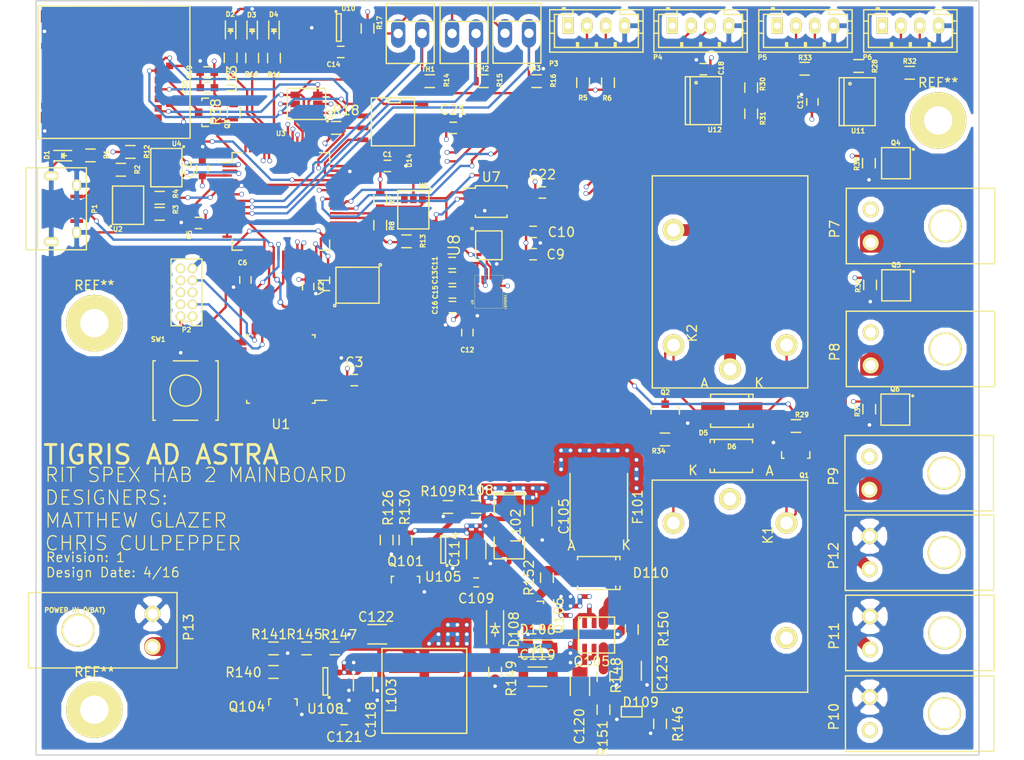
<source format=kicad_pcb>
(kicad_pcb (version 4) (host pcbnew 4.0.2-stable)
  (layers (0 F.Cu signal) (1 In1.Cu power hide) (2 In2.Cu power hide) (31 B.Cu mixed hide) (34 B.Paste user) (35 F.Paste user) (36 B.SilkS user) (37 F.SilkS user) (38 B.Mask user) (39 F.Mask user) (44 Edge.Cuts user))
  (net 0 "")
  (net 1 +3V3)
  (net 2 GND)
  (net 3 "Net-(C6-Pad1)")
  (net 4 "Net-(C12-Pad1)")
  (net 5 "Net-(C13-Pad1)")
  (net 6 "/HAB Sensors/2.5VRefVoltage")
  (net 7 "Net-(D2-Pad2)")
  (net 8 "Net-(D5-Pad2)")
  (net 9 "Net-(D6-Pad2)")
  (net 10 "Net-(P1-Pad1)")
  (net 11 "Net-(P1-Pad2)")
  (net 12 "Net-(P1-Pad3)")
  (net 13 /PTA6)
  (net 14 /PTA7)
  (net 15 /PTB0)
  (net 16 Relay1_ctrl)
  (net 17 Relay2_ctrl)
  (net 18 SD_CTRL)
  (net 19 /Data_Input_Output/3.3V_MOS_OUT)
  (net 20 3.3V_MOS_CTRL)
  (net 21 /Data_Input_Output/5V_MOS_OUT)
  (net 22 5V_MOS_CTRL)
  (net 23 /Data_Input_Output/Vbus_MOS_OUT)
  (net 24 Vbus_MOS_CTRL)
  (net 25 "Net-(R2-Pad1)")
  (net 26 "Net-(R3-Pad1)")
  (net 27 "Net-(R4-Pad1)")
  (net 28 I2C1_SDA)
  (net 29 I2C1_SCL)
  (net 30 I2C0_SDA)
  (net 31 I2C0_SCL)
  (net 32 LED_Heartbeat)
  (net 33 LED_Status_1)
  (net 34 LED_Status_2)
  (net 35 "Net-(R12-Pad2)")
  (net 36 "Net-(R13-Pad2)")
  (net 37 Temp1)
  (net 38 Temp2)
  (net 39 Temp3)
  (net 40 "Net-(R28-Pad1)")
  (net 41 /Data_Input_Output/RS485_B)
  (net 42 /Data_Input_Output/RS485_A)
  (net 43 /Data_Input_Output/CANH_out)
  (net 44 /Data_Input_Output/CANL_out)
  (net 45 /PTB2)
  (net 46 /PTB1)
  (net 47 CAN0_TX)
  (net 48 CAN0_RX)
  (net 49 UART0_RX)
  (net 50 UART0_TX)
  (net 51 RX/TX_CTRL)
  (net 52 SPI0_CS1)
  (net 53 SPI0_SCK)
  (net 54 SPI0_MISO)
  (net 55 SPI0_MOSI)
  (net 56 "Net-(C109-Pad1)")
  (net 57 "Net-(C109-Pad2)")
  (net 58 "Net-(C119-Pad1)")
  (net 59 "Net-(C119-Pad2)")
  (net 60 "Net-(C120-Pad2)")
  (net 61 "Net-(C121-Pad1)")
  (net 62 "Net-(C121-Pad2)")
  (net 63 "Net-(C123-Pad1)")
  (net 64 "Net-(D108-Pad1)")
  (net 65 "Net-(D108-Pad2)")
  (net 66 "Net-(Q101-Pad3)")
  (net 67 "Net-(Q104-Pad3)")
  (net 68 "Net-(Q105-Pad3)")
  (net 69 "Net-(R108-Pad2)")
  (net 70 "Net-(R145-Pad1)")
  (net 71 "/Power Distribution/VBus")
  (net 72 "Net-(D1-Pad2)")
  (net 73 "Net-(D3-Pad2)")
  (net 74 "Net-(D4-Pad2)")
  (net 75 /Data_Input_Output/Battery_Out)
  (net 76 /Data_Input_Output/User_Out)
  (net 77 VBatt)
  (net 78 +5V)
  (net 79 SPI0_CS0)
  (net 80 UART2_RX)
  (net 81 UART2_TX)
  (net 82 /Data_Input_Output/User_In)
  (net 83 "Net-(U3-Pad32)")
  (net 84 "Net-(U3-Pad33)")
  (net 85 "Net-(D110-Pad2)")
  (net 86 Vbus)
  (net 87 "Net-(P2-Pad9)")
  (net 88 "Net-(P2-Pad8)")
  (net 89 "Net-(P2-Pad7)")
  (net 90 "Net-(P2-Pad6)")
  (net 91 "Net-(Q3-Pad3)")
  (net 92 "Net-(U1-Pad1)")
  (net 93 "Net-(U1-Pad2)")
  (net 94 "Net-(U1-Pad7)")
  (net 95 "Net-(U1-Pad9)")
  (net 96 "Net-(U1-Pad11)")
  (net 97 "Net-(U1-Pad12)")
  (net 98 "Net-(U1-Pad13)")
  (net 99 "Net-(U1-Pad14)")
  (net 100 "Net-(U1-Pad19)")
  (net 101 "Net-(U1-Pad20)")
  (net 102 "Net-(U1-Pad21)")
  (net 103 "Net-(U1-Pad22)")
  (net 104 "Net-(U1-Pad23)")
  (net 105 "Net-(U1-Pad24)")
  (net 106 "Net-(U1-Pad26)")
  (net 107 "Net-(U1-Pad27)")
  (net 108 "Net-(U1-Pad28)")
  (net 109 "Net-(U1-Pad29)")
  (net 110 "Net-(U1-Pad30)")
  (net 111 "Net-(U1-Pad31)")
  (net 112 "Net-(U1-Pad32)")
  (net 113 "Net-(U2-Pad4)")
  (net 114 "Net-(U2-Pad3)")
  (net 115 "Net-(U3-Pad8)")
  (net 116 "Net-(U3-Pad12)")
  (net 117 "Net-(U3-Pad18)")
  (net 118 "Net-(U3-Pad19)")
  (net 119 "Net-(U3-Pad20)")
  (net 120 "Net-(U3-Pad26)")
  (net 121 "Net-(U3-Pad27)")
  (net 122 "Net-(U3-Pad42)")
  (net 123 SD_Detect)
  (net 124 "Net-(U3-Pad61)")
  (net 125 "Net-(U3-Pad62)")
  (net 126 "Net-(U3-Pad63)")
  (net 127 "Net-(U3-Pad64)")
  (net 128 "Net-(U4-Pad4)")
  (net 129 "Net-(U4-Pad3)")
  (net 130 "Net-(U5-Pad4)")
  (net 131 "Net-(U5-Pad3)")
  (net 132 "/HAB Sensors/TempAlert")
  (net 133 "Net-(U9-Pad9)")
  (net 134 "Net-(U9-Pad10)")
  (net 135 "Net-(U9-Pad11)")
  (net 136 "Net-(U9-Pad12)")
  (net 137 "Net-(U9-Pad13)")
  (net 138 "Net-(U10-Pad1)")
  (net 139 "Net-(U10-Pad3)")
  (net 140 "Net-(U11-Pad5)")
  (net 141 "Net-(U13-Pad8)")
  (net 142 "Net-(U13-Pad1)")
  (net 143 Flash_Reset)
  (net 144 RESET_b)
  (module SPEX_Parts:G5LE-1A4-DC3 (layer F.Cu) (at 163.4236 87.3252 90)
    (fp_text reference K2 (at 1.27 -10.03 90) (layer F.SilkS))
    (fp_text value G5LE_1A4_DC3)
    (pad 1 thru_hole circle (at -2.55 -6 90) (size 2.3 2.3) (drill 1.35) (layers *.Cu *.Mask F.SilkS) (net 82 /Data_Input_Output/User_In))
    (pad 2 thru_hole circle (at 0 -12 90) (size 2.3 2.3) (drill 1.35) (layers *.Cu *.Mask F.SilkS) (net 9 "Net-(D6-Pad2)"))
    (pad 4 thru_hole circle (at 0 0 90) (size 2.3 2.3) (drill 1.35) (layers *.Cu *.Mask F.SilkS) (net 1 +3V3))
    (pad 3 thru_hole circle (at 12.2 -12 90) (size 2.3 2.3) (drill 1.35) (layers *.Cu *.Mask F.SilkS) (net 76 /Data_Input_Output/User_Out))
  )
  (module Housings_QFP:LQFP-64_10x10mm_Pitch0.5mm (layer F.Cu) (at 109.7788 72.0852)
    (fp_text reference U3 (at 0 -7.2) (layer F.SilkS) (effects (font (size 0.5 0.5) (thickness 0.125))))
    (fp_text value MK20DX256VLH7)
    (pad 1 smd rect (at -5.7 -3.75) (size 1 0.25) (layers F.Cu F.Paste F.Mask) (net 28 I2C1_SDA))
    (pad 2 smd rect (at -5.7 -3.25) (size 1 0.25) (layers F.Cu F.Paste F.Mask) (net 29 I2C1_SCL))
    (pad 3 smd rect (at -5.7 -2.75) (size 1 0.25) (layers F.Cu F.Paste F.Mask) (net 1 +3V3))
    (pad 4 smd rect (at -5.7 -2.25) (size 1 0.25) (layers F.Cu F.Paste F.Mask) (net 2 GND))
    (pad 5 smd rect (at -5.7 -1.75) (size 1 0.25) (layers F.Cu F.Paste F.Mask) (net 26 "Net-(R3-Pad1)"))
    (pad 6 smd rect (at -5.7 -1.25) (size 1 0.25) (layers F.Cu F.Paste F.Mask) (net 27 "Net-(R4-Pad1)"))
    (pad 7 smd rect (at -5.7 -0.75) (size 1 0.25) (layers F.Cu F.Paste F.Mask) (net 1 +3V3))
    (pad 8 smd rect (at -5.7 -0.25) (size 1 0.25) (layers F.Cu F.Paste F.Mask) (net 115 "Net-(U3-Pad8)"))
    (pad 9 smd rect (at -5.7 0.25) (size 1 0.25) (layers F.Cu F.Paste F.Mask) (net 37 Temp1))
    (pad 10 smd rect (at -5.7 0.75) (size 1 0.25) (layers F.Cu F.Paste F.Mask) (net 38 Temp2))
    (pad 11 smd rect (at -5.7 1.25) (size 1 0.25) (layers F.Cu F.Paste F.Mask) (net 39 Temp3))
    (pad 12 smd rect (at -5.7 1.75) (size 1 0.25) (layers F.Cu F.Paste F.Mask) (net 116 "Net-(U3-Pad12)"))
    (pad 13 smd rect (at -5.7 2.25) (size 1 0.25) (layers F.Cu F.Paste F.Mask) (net 1 +3V3))
    (pad 14 smd rect (at -5.7 2.75) (size 1 0.25) (layers F.Cu F.Paste F.Mask) (net 1 +3V3))
    (pad 15 smd rect (at -5.7 3.25) (size 1 0.25) (layers F.Cu F.Paste F.Mask) (net 2 GND))
    (pad 16 smd rect (at -5.7 3.75) (size 1 0.25) (layers F.Cu F.Paste F.Mask) (net 2 GND))
    (pad 17 smd rect (at -3.75 5.7 90) (size 1 0.25) (layers F.Cu F.Paste F.Mask) (net 3 "Net-(C6-Pad1)"))
    (pad 18 smd rect (at -3.25 5.7 90) (size 1 0.25) (layers F.Cu F.Paste F.Mask) (net 117 "Net-(U3-Pad18)"))
    (pad 19 smd rect (at -2.75 5.7 90) (size 1 0.25) (layers F.Cu F.Paste F.Mask) (net 118 "Net-(U3-Pad19)"))
    (pad 20 smd rect (at -2.25 5.7 90) (size 1 0.25) (layers F.Cu F.Paste F.Mask) (net 119 "Net-(U3-Pad20)"))
    (pad 21 smd rect (at -1.75 5.7 90) (size 1 0.25) (layers F.Cu F.Paste F.Mask) (net 1 +3V3))
    (pad 22 smd rect (at -1.25 5.7 90) (size 1 0.25) (layers F.Cu F.Paste F.Mask) (net 15 /PTB0))
    (pad 23 smd rect (at -0.75 5.7 90) (size 1 0.25) (layers F.Cu F.Paste F.Mask) (net 13 /PTA6))
    (pad 24 smd rect (at -0.25 5.7 90) (size 1 0.25) (layers F.Cu F.Paste F.Mask) (net 46 /PTB1))
    (pad 25 smd rect (at 0.25 5.7 90) (size 1 0.25) (layers F.Cu F.Paste F.Mask) (net 14 /PTA7))
    (pad 26 smd rect (at 0.75 5.7 90) (size 1 0.25) (layers F.Cu F.Paste F.Mask) (net 120 "Net-(U3-Pad26)"))
    (pad 27 smd rect (at 1.25 5.7 90) (size 1 0.25) (layers F.Cu F.Paste F.Mask) (net 121 "Net-(U3-Pad27)"))
    (pad 28 smd rect (at 1.75 5.7 90) (size 1 0.25) (layers F.Cu F.Paste F.Mask) (net 47 CAN0_TX))
    (pad 29 smd rect (at 2.25 5.7 90) (size 1 0.25) (layers F.Cu F.Paste F.Mask) (net 48 CAN0_RX))
    (pad 30 smd rect (at 2.75 5.7 90) (size 1 0.25) (layers F.Cu F.Paste F.Mask) (net 1 +3V3))
    (pad 31 smd rect (at 3.25 5.7 90) (size 1 0.25) (layers F.Cu F.Paste F.Mask) (net 2 GND))
    (pad 32 smd rect (at 3.75 5.7 90) (size 1 0.25) (layers F.Cu F.Paste F.Mask) (net 83 "Net-(U3-Pad32)"))
    (pad 33 smd rect (at 5.7 3.75) (size 1 0.25) (layers F.Cu F.Paste F.Mask) (net 84 "Net-(U3-Pad33)"))
    (pad 34 smd rect (at 5.7 3.25) (size 1 0.25) (layers F.Cu F.Paste F.Mask) (net 144 RESET_b))
    (pad 35 smd rect (at 5.7 2.75) (size 1 0.25) (layers F.Cu F.Paste F.Mask) (net 17 Relay2_ctrl))
    (pad 36 smd rect (at 5.7 2.25) (size 1 0.25) (layers F.Cu F.Paste F.Mask) (net 16 Relay1_ctrl))
    (pad 37 smd rect (at 5.7 1.75) (size 1 0.25) (layers F.Cu F.Paste F.Mask) (net 31 I2C0_SCL))
    (pad 38 smd rect (at 5.7 1.25) (size 1 0.25) (layers F.Cu F.Paste F.Mask) (net 30 I2C0_SDA))
    (pad 39 smd rect (at 5.7 0.75) (size 1 0.25) (layers F.Cu F.Paste F.Mask) (net 49 UART0_RX))
    (pad 40 smd rect (at 5.7 0.25) (size 1 0.25) (layers F.Cu F.Paste F.Mask) (net 50 UART0_TX))
    (pad 41 smd rect (at 5.7 -0.25) (size 1 0.25) (layers F.Cu F.Paste F.Mask) (net 51 RX/TX_CTRL))
    (pad 42 smd rect (at 5.7 -0.75) (size 1 0.25) (layers F.Cu F.Paste F.Mask) (net 122 "Net-(U3-Pad42)"))
    (pad 43 smd rect (at 5.7 -1.25) (size 1 0.25) (layers F.Cu F.Paste F.Mask) (net 143 Flash_Reset))
    (pad 44 smd rect (at 5.7 -1.75) (size 1 0.25) (layers F.Cu F.Paste F.Mask) (net 18 SD_CTRL))
    (pad 45 smd rect (at 5.7 -2.25) (size 1 0.25) (layers F.Cu F.Paste F.Mask) (net 123 SD_Detect))
    (pad 46 smd rect (at 5.7 -2.75) (size 1 0.25) (layers F.Cu F.Paste F.Mask) (net 52 SPI0_CS1))
    (pad 47 smd rect (at 5.7 -3.25) (size 1 0.25) (layers F.Cu F.Paste F.Mask) (net 2 GND))
    (pad 48 smd rect (at 5.7 -3.75) (size 1 0.25) (layers F.Cu F.Paste F.Mask) (net 1 +3V3))
    (pad 49 smd rect (at 3.75 -5.7 90) (size 1 0.25) (layers F.Cu F.Paste F.Mask) (net 79 SPI0_CS0))
    (pad 50 smd rect (at 3.25 -5.7 90) (size 1 0.25) (layers F.Cu F.Paste F.Mask) (net 53 SPI0_SCK))
    (pad 51 smd rect (at 2.75 -5.7 90) (size 1 0.25) (layers F.Cu F.Paste F.Mask) (net 54 SPI0_MISO))
    (pad 52 smd rect (at 2.25 -5.7 90) (size 1 0.25) (layers F.Cu F.Paste F.Mask) (net 55 SPI0_MOSI))
    (pad 53 smd rect (at 1.75 -5.7 90) (size 1 0.25) (layers F.Cu F.Paste F.Mask) (net 24 Vbus_MOS_CTRL))
    (pad 54 smd rect (at 1.25 -5.7 90) (size 1 0.25) (layers F.Cu F.Paste F.Mask) (net 22 5V_MOS_CTRL))
    (pad 55 smd rect (at 0.75 -5.7 90) (size 1 0.25) (layers F.Cu F.Paste F.Mask) (net 20 3.3V_MOS_CTRL))
    (pad 56 smd rect (at 0.25 -5.7 90) (size 1 0.25) (layers F.Cu F.Paste F.Mask) (net 34 LED_Status_2))
    (pad 57 smd rect (at -0.25 -5.7 90) (size 1 0.25) (layers F.Cu F.Paste F.Mask) (net 33 LED_Status_1))
    (pad 58 smd rect (at -0.75 -5.7 90) (size 1 0.25) (layers F.Cu F.Paste F.Mask) (net 32 LED_Heartbeat))
    (pad 59 smd rect (at -1.25 -5.7 90) (size 1 0.25) (layers F.Cu F.Paste F.Mask) (net 80 UART2_RX))
    (pad 60 smd rect (at -1.75 -5.7 90) (size 1 0.25) (layers F.Cu F.Paste F.Mask) (net 81 UART2_TX))
    (pad 61 smd rect (at -2.25 -5.7 90) (size 1 0.25) (layers F.Cu F.Paste F.Mask) (net 124 "Net-(U3-Pad61)"))
    (pad 62 smd rect (at -2.75 -5.7 90) (size 1 0.25) (layers F.Cu F.Paste F.Mask) (net 125 "Net-(U3-Pad62)"))
    (pad 63 smd rect (at -3.25 -5.7 90) (size 1 0.25) (layers F.Cu F.Paste F.Mask) (net 126 "Net-(U3-Pad63)"))
    (pad 64 smd rect (at -3.75 -5.7 90) (size 1 0.25) (layers F.Cu F.Paste F.Mask) (net 127 "Net-(U3-Pad64)"))
  )
  (module Buttons_Switches_SMD:SW_SPST_B3S-1000 (layer F.Cu) (at 99.6696 92.1512 270)
    (fp_text reference SW1 (at -5.4356 2.8956 360) (layer F.SilkS) (effects (font (size 0.5 0.5) (thickness 0.125))))
    (fp_text value SW_PUSH)
    (pad 1 smd rect (at -3.975 -2.25 270) (size 1.55 1.3) (layers F.Cu F.Paste F.Mask) (net 45 /PTB2))
    (pad 1 smd rect (at 3.975 -2.25 270) (size 1.55 1.3) (layers F.Cu F.Paste F.Mask) (net 45 /PTB2))
    (pad 2 smd rect (at -3.975 2.25 270) (size 1.55 1.3) (layers F.Cu F.Paste F.Mask) (net 2 GND))
    (pad 2 smd rect (at 3.975 2.25 270) (size 1.55 1.3) (layers F.Cu F.Paste F.Mask) (net 2 GND))
  )
  (module Housings_QFP:LQFP-32_7x7mm_Pitch0.8mm (layer F.Cu) (at 109.7788 89.8652 180)
    (fp_text reference U1 (at 0 -5.85 180) (layer F.SilkS))
    (fp_text value MKL04Z32VLC4)
    (pad 1 smd rect (at -4.25 -2.8 180) (size 1.2 0.6) (layers F.Cu F.Paste F.Mask) (net 92 "Net-(U1-Pad1)"))
    (pad 2 smd rect (at -4.25 -2 180) (size 1.2 0.6) (layers F.Cu F.Paste F.Mask) (net 93 "Net-(U1-Pad2)"))
    (pad 3 smd rect (at -4.25 -1.2 180) (size 1.2 0.6) (layers F.Cu F.Paste F.Mask) (net 1 +3V3))
    (pad 4 smd rect (at -4.25 -0.4 180) (size 1.2 0.6) (layers F.Cu F.Paste F.Mask) (net 1 +3V3))
    (pad 5 smd rect (at -4.25 0.4 180) (size 1.2 0.6) (layers F.Cu F.Paste F.Mask) (net 2 GND))
    (pad 6 smd rect (at -4.25 1.2 180) (size 1.2 0.6) (layers F.Cu F.Paste F.Mask) (net 2 GND))
    (pad 7 smd rect (at -4.25 2 180) (size 1.2 0.6) (layers F.Cu F.Paste F.Mask) (net 94 "Net-(U1-Pad7)"))
    (pad 8 smd rect (at -4.25 2.8 180) (size 1.2 0.6) (layers F.Cu F.Paste F.Mask) (net 144 RESET_b))
    (pad 9 smd rect (at -2.8 4.25 270) (size 1.2 0.6) (layers F.Cu F.Paste F.Mask) (net 95 "Net-(U1-Pad9)"))
    (pad 10 smd rect (at -2 4.25 270) (size 1.2 0.6) (layers F.Cu F.Paste F.Mask) (net 13 /PTA6))
    (pad 11 smd rect (at -1.2 4.25 270) (size 1.2 0.6) (layers F.Cu F.Paste F.Mask) (net 96 "Net-(U1-Pad11)"))
    (pad 12 smd rect (at -0.4 4.25 270) (size 1.2 0.6) (layers F.Cu F.Paste F.Mask) (net 97 "Net-(U1-Pad12)"))
    (pad 13 smd rect (at 0.4 4.25 270) (size 1.2 0.6) (layers F.Cu F.Paste F.Mask) (net 98 "Net-(U1-Pad13)"))
    (pad 14 smd rect (at 1.2 4.25 270) (size 1.2 0.6) (layers F.Cu F.Paste F.Mask) (net 99 "Net-(U1-Pad14)"))
    (pad 15 smd rect (at 2 4.25 270) (size 1.2 0.6) (layers F.Cu F.Paste F.Mask) (net 14 /PTA7))
    (pad 16 smd rect (at 2.8 4.25 270) (size 1.2 0.6) (layers F.Cu F.Paste F.Mask) (net 15 /PTB0))
    (pad 17 smd rect (at 4.25 2.8 180) (size 1.2 0.6) (layers F.Cu F.Paste F.Mask) (net 46 /PTB1))
    (pad 18 smd rect (at 4.25 2 180) (size 1.2 0.6) (layers F.Cu F.Paste F.Mask) (net 45 /PTB2))
    (pad 19 smd rect (at 4.25 1.2 180) (size 1.2 0.6) (layers F.Cu F.Paste F.Mask) (net 100 "Net-(U1-Pad19)"))
    (pad 20 smd rect (at 4.25 0.4 180) (size 1.2 0.6) (layers F.Cu F.Paste F.Mask) (net 101 "Net-(U1-Pad20)"))
    (pad 21 smd rect (at 4.25 -0.4 180) (size 1.2 0.6) (layers F.Cu F.Paste F.Mask) (net 102 "Net-(U1-Pad21)"))
    (pad 22 smd rect (at 4.25 -1.2 180) (size 1.2 0.6) (layers F.Cu F.Paste F.Mask) (net 103 "Net-(U1-Pad22)"))
    (pad 23 smd rect (at 4.25 -2 180) (size 1.2 0.6) (layers F.Cu F.Paste F.Mask) (net 104 "Net-(U1-Pad23)"))
    (pad 24 smd rect (at 4.25 -2.8 180) (size 1.2 0.6) (layers F.Cu F.Paste F.Mask) (net 105 "Net-(U1-Pad24)"))
    (pad 25 smd rect (at 2.8 -4.25 270) (size 1.2 0.6) (layers F.Cu F.Paste F.Mask) (net 144 RESET_b))
    (pad 26 smd rect (at 2 -4.25 270) (size 1.2 0.6) (layers F.Cu F.Paste F.Mask) (net 106 "Net-(U1-Pad26)"))
    (pad 27 smd rect (at 1.2 -4.25 270) (size 1.2 0.6) (layers F.Cu F.Paste F.Mask) (net 107 "Net-(U1-Pad27)"))
    (pad 28 smd rect (at 0.4 -4.25 270) (size 1.2 0.6) (layers F.Cu F.Paste F.Mask) (net 108 "Net-(U1-Pad28)"))
    (pad 29 smd rect (at -0.4 -4.25 270) (size 1.2 0.6) (layers F.Cu F.Paste F.Mask) (net 109 "Net-(U1-Pad29)"))
    (pad 30 smd rect (at -1.2 -4.25 270) (size 1.2 0.6) (layers F.Cu F.Paste F.Mask) (net 110 "Net-(U1-Pad30)"))
    (pad 31 smd rect (at -2 -4.25 270) (size 1.2 0.6) (layers F.Cu F.Paste F.Mask) (net 111 "Net-(U1-Pad31)"))
    (pad 32 smd rect (at -2.8 -4.25 270) (size 1.2 0.6) (layers F.Cu F.Paste F.Mask) (net 112 "Net-(U1-Pad32)"))
  )
  (module Housings_SSOP:MSOP-8_3x3mm_Pitch0.65mm (layer F.Cu) (at 132.09016 72.10552)
    (fp_text reference U7 (at 0 -2.6) (layer F.SilkS))
    (fp_text value MCP9808T)
    (pad 1 smd rect (at -2.2 -0.975) (size 1.45 0.45) (layers F.Cu F.Paste F.Mask) (net 30 I2C0_SDA))
    (pad 2 smd rect (at -2.2 -0.325) (size 1.45 0.45) (layers F.Cu F.Paste F.Mask) (net 31 I2C0_SCL))
    (pad 3 smd rect (at -2.2 0.325) (size 1.45 0.45) (layers F.Cu F.Paste F.Mask) (net 132 "/HAB Sensors/TempAlert"))
    (pad 4 smd rect (at -2.2 0.975) (size 1.45 0.45) (layers F.Cu F.Paste F.Mask) (net 2 GND))
    (pad 5 smd rect (at 2.2 0.975) (size 1.45 0.45) (layers F.Cu F.Paste F.Mask) (net 1 +3V3))
    (pad 6 smd rect (at 2.2 0.325) (size 1.45 0.45) (layers F.Cu F.Paste F.Mask) (net 1 +3V3))
    (pad 7 smd rect (at 2.2 -0.325) (size 1.45 0.45) (layers F.Cu F.Paste F.Mask) (net 1 +3V3))
    (pad 8 smd rect (at 2.2 -0.975) (size 1.45 0.45) (layers F.Cu F.Paste F.Mask) (net 1 +3V3))
  )
  (module Capacitors_SMD:C_0603 (layer F.Cu) (at 121.0818 68.326)
    (fp_text reference C1 (at 0 -1.2192) (layer F.SilkS) (effects (font (size 0.5 0.5) (thickness 0.125))))
    (fp_text value 1uF)
    (pad 1 smd rect (at -0.75 0) (size 0.8 0.75) (layers F.Cu F.Paste F.Mask) (net 1 +3V3))
    (pad 2 smd rect (at 0.75 0) (size 0.8 0.75) (layers F.Cu F.Paste F.Mask) (net 2 GND))
  )
  (module Capacitors_SMD:C_0603 (layer F.Cu) (at 112.6744 81.1276 270)
    (fp_text reference C2 (at -0.0508 -1.3716 270) (layer F.SilkS) (effects (font (size 0.5 0.5) (thickness 0.125))))
    (fp_text value 1uF)
    (pad 1 smd rect (at -0.75 0 270) (size 0.8 0.75) (layers F.Cu F.Paste F.Mask) (net 1 +3V3))
    (pad 2 smd rect (at 0.75 0 270) (size 0.8 0.75) (layers F.Cu F.Paste F.Mask) (net 2 GND))
  )
  (module Capacitors_SMD:C_0603 (layer F.Cu) (at 117.56898 91.04122)
    (fp_text reference C3 (at 0 -1.9) (layer F.SilkS))
    (fp_text value 1uF)
    (pad 1 smd rect (at -0.75 0) (size 0.8 0.75) (layers F.Cu F.Paste F.Mask) (net 1 +3V3))
    (pad 2 smd rect (at 0.75 0) (size 0.8 0.75) (layers F.Cu F.Paste F.Mask) (net 2 GND))
  )
  (module Capacitors_SMD:C_0603 (layer F.Cu) (at 101.4476 68.5927 90)
    (fp_text reference C4 (at -0.0889 -1.3208 90) (layer F.SilkS))
    (fp_text value 1uF)
    (pad 1 smd rect (at -0.75 0 90) (size 0.8 0.75) (layers F.Cu F.Paste F.Mask) (net 1 +3V3))
    (pad 2 smd rect (at 0.75 0 90) (size 0.8 0.75) (layers F.Cu F.Paste F.Mask) (net 2 GND))
  )
  (module Capacitors_SMD:C_0603 (layer F.Cu) (at 101.0412 74.3712 180)
    (fp_text reference C5 (at 0.9652 -1.27 270) (layer F.SilkS) (effects (font (size 0.5 0.5) (thickness 0.125))))
    (fp_text value 2.2uF)
    (pad 1 smd rect (at -0.75 0 180) (size 0.8 0.75) (layers F.Cu F.Paste F.Mask) (net 1 +3V3))
    (pad 2 smd rect (at 0.75 0 180) (size 0.8 0.75) (layers F.Cu F.Paste F.Mask) (net 2 GND))
  )
  (module Capacitors_SMD:C_0603 (layer F.Cu) (at 106.0196 80.4164 270)
    (fp_text reference C6 (at -1.8288 0.3048 360) (layer F.SilkS) (effects (font (size 0.5 0.5) (thickness 0.125))))
    (fp_text value .1uF)
    (pad 1 smd rect (at -0.75 0 270) (size 0.8 0.75) (layers F.Cu F.Paste F.Mask) (net 3 "Net-(C6-Pad1)"))
    (pad 2 smd rect (at 0.75 0 270) (size 0.8 0.75) (layers F.Cu F.Paste F.Mask) (net 2 GND))
  )
  (module Capacitors_SMD:C_0603 (layer F.Cu) (at 136.53516 77.68336)
    (fp_text reference C9 (at 2.3876 0.0254) (layer F.SilkS))
    (fp_text value C)
    (pad 1 smd rect (at -0.75 0) (size 0.8 0.75) (layers F.Cu F.Paste F.Mask) (net 1 +3V3))
    (pad 2 smd rect (at 0.75 0) (size 0.8 0.75) (layers F.Cu F.Paste F.Mask) (net 2 GND))
  )
  (module Capacitors_SMD:C_0603 (layer F.Cu) (at 136.53516 75.32116)
    (fp_text reference C10 (at 2.9972 0.0254) (layer F.SilkS))
    (fp_text value C)
    (pad 1 smd rect (at -0.75 0) (size 0.8 0.75) (layers F.Cu F.Paste F.Mask) (net 1 +3V3))
    (pad 2 smd rect (at 0.75 0) (size 0.8 0.75) (layers F.Cu F.Paste F.Mask) (net 2 GND))
  )
  (module Capacitors_SMD:C_0603 (layer F.Cu) (at 129.56032 85.99424 270)
    (fp_text reference C12 (at 1.84404 0.00508 360) (layer F.SilkS) (effects (font (size 0.5 0.5) (thickness 0.125))))
    (fp_text value 10nF)
    (pad 1 smd rect (at -0.75 0 270) (size 0.8 0.75) (layers F.Cu F.Paste F.Mask) (net 4 "Net-(C12-Pad1)"))
    (pad 2 smd rect (at 0.75 0 270) (size 0.8 0.75) (layers F.Cu F.Paste F.Mask) (net 2 GND))
  )
  (module Capacitors_SMD:C_0603 (layer F.Cu) (at 127.97028 80.1878 180)
    (fp_text reference C13 (at 1.84404 0.04572 270) (layer F.SilkS) (effects (font (size 0.5 0.5) (thickness 0.125))))
    (fp_text value 100nF)
    (pad 1 smd rect (at -0.75 0 180) (size 0.8 0.75) (layers F.Cu F.Paste F.Mask) (net 5 "Net-(C13-Pad1)"))
    (pad 2 smd rect (at 0.75 0 180) (size 0.8 0.75) (layers F.Cu F.Paste F.Mask) (net 2 GND))
  )
  (module Capacitors_SMD:C_0603 (layer F.Cu) (at 116.1288 56.2356 180)
    (fp_text reference C14 (at 0.762 -1.3208 180) (layer F.SilkS) (effects (font (size 0.5 0.5) (thickness 0.125))))
    (fp_text value 4.7uF)
    (pad 1 smd rect (at -0.75 0 180) (size 0.8 0.75) (layers F.Cu F.Paste F.Mask) (net 6 "/HAB Sensors/2.5VRefVoltage"))
    (pad 2 smd rect (at 0.75 0 180) (size 0.8 0.75) (layers F.Cu F.Paste F.Mask) (net 2 GND))
  )
  (module Capacitors_SMD:C_0603 (layer F.Cu) (at 127.98044 81.74228 180)
    (fp_text reference C15 (at 1.8161 0.0254 270) (layer F.SilkS) (effects (font (size 0.5 0.5) (thickness 0.125))))
    (fp_text value 100nF)
    (pad 1 smd rect (at -0.75 0 180) (size 0.8 0.75) (layers F.Cu F.Paste F.Mask) (net 1 +3V3))
    (pad 2 smd rect (at 0.75 0 180) (size 0.8 0.75) (layers F.Cu F.Paste F.Mask) (net 2 GND))
  )
  (module Capacitors_SMD:C_0603 (layer F.Cu) (at 127.98044 83.29676 180)
    (fp_text reference C16 (at 1.8542 -0.0508 270) (layer F.SilkS) (effects (font (size 0.5 0.5) (thickness 0.125))))
    (fp_text value 10uF)
    (pad 1 smd rect (at -0.75 0 180) (size 0.8 0.75) (layers F.Cu F.Paste F.Mask) (net 1 +3V3))
    (pad 2 smd rect (at 0.75 0 180) (size 0.8 0.75) (layers F.Cu F.Paste F.Mask) (net 2 GND))
  )
  (module Capacitors_SMD:C_0603 (layer F.Cu) (at 166.156111 61.533153 90)
    (fp_text reference C17 (at -0.0254 -1.27 90) (layer F.SilkS) (effects (font (size 0.5 0.5) (thickness 0.125))))
    (fp_text value C)
    (pad 1 smd rect (at -0.75 0 90) (size 0.8 0.75) (layers F.Cu F.Paste F.Mask) (net 1 +3V3))
    (pad 2 smd rect (at 0.75 0 90) (size 0.8 0.75) (layers F.Cu F.Paste F.Mask) (net 2 GND))
  )
  (module Capacitors_SMD:C_0603 (layer F.Cu) (at 154.585624 58.064032 180)
    (fp_text reference C18 (at -1.89992 0.11176 270) (layer F.SilkS) (effects (font (size 0.5 0.5) (thickness 0.125))))
    (fp_text value C)
    (pad 1 smd rect (at -0.75 0 180) (size 0.8 0.75) (layers F.Cu F.Paste F.Mask) (net 1 +3V3))
    (pad 2 smd rect (at 0.75 0 180) (size 0.8 0.75) (layers F.Cu F.Paste F.Mask) (net 2 GND))
  )
  (module Capacitors_SMD:C_0603 (layer F.Cu) (at 101.96576 58.40476 180)
    (fp_text reference C19 (at 1.8796 0.03302 270) (layer F.SilkS) (effects (font (size 0.5 0.5) (thickness 0.125))))
    (fp_text value .1uF)
    (pad 1 smd rect (at -0.75 0 180) (size 0.8 0.75) (layers F.Cu F.Paste F.Mask) (net 1 +3V3))
    (pad 2 smd rect (at 0.75 0 180) (size 0.8 0.75) (layers F.Cu F.Paste F.Mask) (net 2 GND))
  )
  (module Capacitors_SMD:C_0603 (layer F.Cu) (at 101.98608 60.02274 180)
    (fp_text reference C20 (at 2.34188 0.07874 270) (layer F.SilkS) (effects (font (size 0.5 0.5) (thickness 0.125))))
    (fp_text value 10uF)
    (pad 1 smd rect (at -0.75 0 180) (size 0.8 0.75) (layers F.Cu F.Paste F.Mask) (net 1 +3V3))
    (pad 2 smd rect (at 0.75 0 180) (size 0.8 0.75) (layers F.Cu F.Paste F.Mask) (net 2 GND))
  )
  (module Capacitors_SMD:C_0603 (layer F.Cu) (at 128.0668 64.2874)
    (fp_text reference C21 (at 0 -1.9) (layer F.SilkS))
    (fp_text value C)
    (pad 1 smd rect (at -0.75 0) (size 0.8 0.75) (layers F.Cu F.Paste F.Mask) (net 1 +3V3))
    (pad 2 smd rect (at 0.75 0) (size 0.8 0.75) (layers F.Cu F.Paste F.Mask) (net 2 GND))
  )
  (module Capacitors_SMD:C_1206 (layer F.Cu) (at 137.5 105.5 270)
    (fp_text reference C105 (at 0 -2.3 270) (layer F.SilkS))
    (fp_text value 47uf)
    (pad 1 smd rect (at -1.5 0 270) (size 1 1.6) (layers F.Cu F.Paste F.Mask) (net 1 +3V3))
    (pad 2 smd rect (at 1.5 0 270) (size 1 1.6) (layers F.Cu F.Paste F.Mask) (net 2 GND))
  )
  (module Capacitors_SMD:C_0402 (layer F.Cu) (at 130.5 112.5 180)
    (fp_text reference C109 (at 0 -1.7 180) (layer F.SilkS))
    (fp_text value 100nf)
    (pad 1 smd rect (at -0.55 0 180) (size 0.6 0.5) (layers F.Cu F.Paste F.Mask) (net 56 "Net-(C109-Pad1)"))
    (pad 2 smd rect (at 0.55 0 180) (size 0.6 0.5) (layers F.Cu F.Paste F.Mask) (net 57 "Net-(C109-Pad2)"))
  )
  (module Capacitors_SMD:C_1206 (layer F.Cu) (at 130.5 109 90)
    (fp_text reference C114 (at 0 -2.3 90) (layer F.SilkS))
    (fp_text value 22uf)
    (pad 1 smd rect (at -1.5 0 90) (size 1 1.6) (layers F.Cu F.Paste F.Mask) (net 2 GND))
    (pad 2 smd rect (at 1.5 0 90) (size 1 1.6) (layers F.Cu F.Paste F.Mask) (net 86 Vbus))
  )
  (module Capacitors_SMD:C_1206 (layer F.Cu) (at 118.5 123 90)
    (fp_text reference C118 (at -4.0762 0.8292 90) (layer F.SilkS))
    (fp_text value 22uf)
    (pad 1 smd rect (at -1.5 0 90) (size 1 1.6) (layers F.Cu F.Paste F.Mask) (net 2 GND))
    (pad 2 smd rect (at 1.5 0 90) (size 1 1.6) (layers F.Cu F.Paste F.Mask) (net 86 Vbus))
  )
  (module Capacitors_SMD:C_1206 (layer F.Cu) (at 137 122.5)
    (fp_text reference C119 (at 0 -2.3) (layer F.SilkS))
    (fp_text value "1uf 100v")
    (pad 1 smd rect (at -1.5 0) (size 1 1.6) (layers F.Cu F.Paste F.Mask) (net 58 "Net-(C119-Pad1)"))
    (pad 2 smd rect (at 1.5 0) (size 1 1.6) (layers F.Cu F.Paste F.Mask) (net 59 "Net-(C119-Pad2)"))
  )
  (module Capacitors_SMD:C_1206 (layer F.Cu) (at 141.5 123.5 270)
    (fp_text reference C120 (at 4.262 0.0474 270) (layer F.SilkS))
    (fp_text value ".1uf 100v")
    (pad 1 smd rect (at -1.5 0 270) (size 1 1.6) (layers F.Cu F.Paste F.Mask) (net 86 Vbus))
    (pad 2 smd rect (at 1.5 0 270) (size 1 1.6) (layers F.Cu F.Paste F.Mask) (net 60 "Net-(C120-Pad2)"))
  )
  (module Capacitors_SMD:C_0603 (layer F.Cu) (at 116.5 127 180)
    (fp_text reference C121 (at 0 -1.9 180) (layer F.SilkS))
    (fp_text value 100nf)
    (pad 1 smd rect (at -0.75 0 180) (size 0.8 0.75) (layers F.Cu F.Paste F.Mask) (net 61 "Net-(C121-Pad1)"))
    (pad 2 smd rect (at 0.75 0 180) (size 0.8 0.75) (layers F.Cu F.Paste F.Mask) (net 62 "Net-(C121-Pad2)"))
  )
  (module Capacitors_SMD:C_1206 (layer F.Cu) (at 120 118 180)
    (fp_text reference C122 (at 0.112 1.8458 180) (layer F.SilkS))
    (fp_text value 47uf)
    (pad 1 smd rect (at -1.5 0 180) (size 1 1.6) (layers F.Cu F.Paste F.Mask) (net 78 +5V))
    (pad 2 smd rect (at 1.5 0 180) (size 1 1.6) (layers F.Cu F.Paste F.Mask) (net 2 GND))
  )
  (module Capacitors_SMD:C_1206 (layer F.Cu) (at 146.9898 121.8692 270)
    (fp_text reference C123 (at 0.254 -3.2512 270) (layer F.SilkS))
    (fp_text value "1uf 100v")
    (pad 1 smd rect (at -1.5 0 270) (size 1 1.6) (layers F.Cu F.Paste F.Mask) (net 63 "Net-(C123-Pad1)"))
    (pad 2 smd rect (at 1.5 0 270) (size 1 1.6) (layers F.Cu F.Paste F.Mask) (net 2 GND))
  )
  (module Diodes_SMD:SOD-123 (layer F.Cu) (at 137 119.5)
    (fp_text reference D106 (at 0 -2) (layer F.SilkS))
    (fp_text value ZENER)
    (pad 1 smd rect (at -1.635 0) (size 0.91 1.22) (layers F.Cu F.Paste F.Mask) (net 58 "Net-(C119-Pad1)"))
    (pad 2 smd rect (at 1.635 0) (size 0.91 1.22) (layers F.Cu F.Paste F.Mask) (net 59 "Net-(C119-Pad2)"))
  )
  (module Diodes_SMD:SOD-123 (layer F.Cu) (at 132.5 117.5 270)
    (fp_text reference D108 (at 0 -2 270) (layer F.SilkS))
    (fp_text value ZENER)
    (pad 1 smd rect (at -1.635 0 270) (size 0.91 1.22) (layers F.Cu F.Paste F.Mask) (net 64 "Net-(D108-Pad1)"))
    (pad 2 smd rect (at 1.635 0 270) (size 0.91 1.22) (layers F.Cu F.Paste F.Mask) (net 65 "Net-(D108-Pad2)"))
  )
  (module Transistors_SMD:sc70 (layer F.Cu) (at 146.9898 126.2126)
    (fp_text reference D109 (at 0.95 -1) (layer F.SilkS))
    (fp_text value D_Schottky_x2_Serial_AKC)
    (pad 1 smd rect (at -0.6604 1.016) (size 0.4572 0.7112) (layers F.Cu F.Paste F.Mask) (net 2 GND))
    (pad 2 smd rect (at 0.6604 1.016) (size 0.4572 0.7112) (layers F.Cu F.Paste F.Mask) (net 60 "Net-(C120-Pad2)"))
    (pad 3 smd rect (at 0 -1.016) (size 0.4572 0.7112) (layers F.Cu F.Paste F.Mask) (net 59 "Net-(C119-Pad2)"))
  )
  (module Diodes_SMD:Diode-SMA_Standard (layer F.Cu) (at 143.5 111.5 180)
    (fp_text reference D110 (at -5.5218 0.0194 180) (layer F.SilkS))
    (fp_text value DIODE)
    (fp_text user K (at -2.9 2.95 180) (layer F.SilkS))
    (fp_text user A (at 2.9 2.9 180) (layer F.SilkS))
    (pad 1 smd rect (at -1.99898 0 180) (size 2.49936 1.80086) (layers F.Cu F.Paste F.Mask) (net 58 "Net-(C119-Pad1)"))
    (pad 2 smd rect (at 1.99898 0 180) (size 2.49936 1.80086) (layers F.Cu F.Paste F.Mask) (net 85 "Net-(D110-Pad2)"))
  )
  (module Fuse_Holders_and_Fuses:Fuse_SMD2920 (layer F.Cu) (at 143.5 104.5 270)
    (fp_text reference F101 (at 0 -4.1275 270) (layer F.SilkS))
    (fp_text value FUSE)
    (pad 1 smd rect (at -3.7 0) (size 5.6 2.3) (layers F.Cu F.Paste F.Mask) (net 77 VBatt))
    (pad 2 smd rect (at 3.7 0) (size 5.6 2.3) (layers F.Cu F.Paste F.Mask) (net 85 "Net-(D110-Pad2)"))
  )
  (module SMD_Packages:SMD-2010_Pol (layer F.Cu) (at 134 106.5 270)
    (fp_text reference L102 (at 0 -0.7 270) (layer F.SilkS))
    (fp_text value 2.2uh)
    (pad 1 smd rect (at -2.4003 0 270) (size 1.80086 2.70002) (layers F.Cu F.Paste F.Mask) (net 1 +3V3))
    (pad 2 smd rect (at 2.4003 0 270) (size 1.80086 2.70002) (layers F.Cu F.Paste F.Mask) (net 56 "Net-(C109-Pad1)"))
  )
  (module NRS8030:NRS8030T3R3MJGJ (layer F.Cu) (at 125 124 270)
    (fp_text reference L103 (at 0.5 3.5 270) (layer F.SilkS))
    (fp_text value 3.3uh)
    (pad 2 smd rect (at 2.8 0 270) (size 1.8 7.5) (layers F.Cu F.Paste F.Mask) (net 61 "Net-(C121-Pad1)"))
    (pad 1 smd rect (at -2.8 0 270) (size 1.8 7.5) (layers F.Cu F.Paste F.Mask) (net 78 +5V))
  )
  (module Connect:USB_Micro-B (layer F.Cu) (at 86.5632 72.8726 270)
    (fp_text reference P1 (at 0 -3.45 270) (layer F.SilkS) (effects (font (size 0.5 0.5) (thickness 0.125))))
    (fp_text value USB_OTG)
    (pad 1 smd rect (at -1.3009 -1.56254) (size 1.35 0.4) (layers F.Cu F.Paste F.Mask) (net 10 "Net-(P1-Pad1)"))
    (pad 2 smd rect (at -0.6509 -1.56254) (size 1.35 0.4) (layers F.Cu F.Paste F.Mask) (net 11 "Net-(P1-Pad2)"))
    (pad 3 smd rect (at -0.0009 -1.56254) (size 1.35 0.4) (layers F.Cu F.Paste F.Mask) (net 12 "Net-(P1-Pad3)"))
    (pad 4 smd rect (at 0.6491 -1.56254) (size 1.35 0.4) (layers F.Cu F.Paste F.Mask) (net 13 /PTA6))
    (pad 5 smd rect (at 1.2991 -1.56254) (size 1.35 0.4) (layers F.Cu F.Paste F.Mask) (net 2 GND))
    (pad 6 thru_hole oval (at -2.5009 -1.56254) (size 0.95 1.25) (drill oval 0.55 0.85) (layers *.Cu *.Mask F.SilkS) (net 2 GND))
    (pad 6 thru_hole oval (at 2.4991 -1.56254) (size 0.95 1.25) (drill oval 0.55 0.85) (layers *.Cu *.Mask F.SilkS) (net 2 GND))
    (pad 6 thru_hole oval (at -3.5009 1.13746) (size 1.55 1) (drill oval 1.15 0.5) (layers *.Cu *.Mask F.SilkS) (net 2 GND))
    (pad 6 thru_hole oval (at 3.4991 1.13746) (size 1.55 1) (drill oval 1.15 0.5) (layers *.Cu *.Mask F.SilkS) (net 2 GND))
  )
  (module SPEX_Parts:SWD-10 (layer F.Cu) (at 99.7712 81.7372 90)
    (fp_text reference P2 (at -3.9624 0 180) (layer F.SilkS) (effects (font (size 0.5 0.5) (thickness 0.125))))
    (fp_text value "SWD Header")
    (pad 10 thru_hole circle (at -2.54 -0.635 90) (size 1 1) (drill 0.65) (layers *.Cu *.Mask F.SilkS) (net 144 RESET_b))
    (pad 1 thru_hole circle (at -2.54 0.635 90) (size 1 1) (drill 0.65) (layers *.Cu *.Mask F.SilkS) (net 1 +3V3))
    (pad 9 thru_hole circle (at -1.27 -0.635 90) (size 1 1) (drill 0.65) (layers *.Cu *.Mask F.SilkS) (net 87 "Net-(P2-Pad9)"))
    (pad 2 thru_hole circle (at -1.27 0.635 90) (size 1 1) (drill 0.65) (layers *.Cu *.Mask F.SilkS) (net 14 /PTA7))
    (pad 8 thru_hole circle (at 0 -0.635 90) (size 1 1) (drill 0.65) (layers *.Cu *.Mask F.SilkS) (net 88 "Net-(P2-Pad8)"))
    (pad 3 thru_hole circle (at 0 0.635 90) (size 1 1) (drill 0.65) (layers *.Cu *.Mask F.SilkS) (net 2 GND))
    (pad 7 thru_hole circle (at 1.27 -0.635 90) (size 1 1) (drill 0.65) (layers *.Cu *.Mask F.SilkS) (net 89 "Net-(P2-Pad7)"))
    (pad 4 thru_hole circle (at 1.27 0.635 90) (size 1 1) (drill 0.65) (layers *.Cu *.Mask F.SilkS) (net 15 /PTB0))
    (pad 6 thru_hole circle (at 2.54 -0.635 90) (size 1 1) (drill 0.65) (layers *.Cu *.Mask F.SilkS) (net 90 "Net-(P2-Pad6)"))
    (pad 5 thru_hole circle (at 2.54 0.635 90) (size 1 1) (drill 0.65) (layers *.Cu *.Mask F.SilkS) (net 2 GND))
  )
  (module TO_SOT_Packages_SMD:SOT-23 (layer F.Cu) (at 164.3888 98.679 180)
    (fp_text reference Q1 (at -0.89916 -2.4638 180) (layer F.SilkS) (effects (font (size 0.5 0.5) (thickness 0.125))))
    (fp_text value 2N7002K)
    (pad 1 smd rect (at -0.95 1.00076 180) (size 0.8001 0.8001) (layers F.Cu F.Paste F.Mask) (net 16 Relay1_ctrl))
    (pad 2 smd rect (at 0.95 1.00076 180) (size 0.8001 0.8001) (layers F.Cu F.Paste F.Mask) (net 2 GND))
    (pad 3 smd rect (at 0 -0.99822 180) (size 0.8001 0.8001) (layers F.Cu F.Paste F.Mask) (net 8 "Net-(D5-Pad2)"))
  )
  (module TO_SOT_Packages_SMD:SOT-23 (layer F.Cu) (at 150.5458 94.5896)
    (fp_text reference Q2 (at 0 -2.25) (layer F.SilkS) (effects (font (size 0.5 0.5) (thickness 0.125))))
    (fp_text value 2N7002K)
    (pad 1 smd rect (at -0.95 1.00076) (size 0.8001 0.8001) (layers F.Cu F.Paste F.Mask) (net 17 Relay2_ctrl))
    (pad 2 smd rect (at 0.95 1.00076) (size 0.8001 0.8001) (layers F.Cu F.Paste F.Mask) (net 2 GND))
    (pad 3 smd rect (at 0 -0.99822) (size 0.8001 0.8001) (layers F.Cu F.Paste F.Mask) (net 9 "Net-(D6-Pad2)"))
  )
  (module TO_SOT_Packages_SMD:SOT-23 (layer F.Cu) (at 102.0572 62.6364 90)
    (fp_text reference Q3 (at -1.23444 2.04724 270) (layer F.SilkS) (effects (font (size 0.5 0.5) (thickness 0.125))))
    (fp_text value BSS215PH6327)
    (pad 1 smd rect (at -0.95 1.00076 90) (size 0.8001 0.8001) (layers F.Cu F.Paste F.Mask) (net 18 SD_CTRL))
    (pad 2 smd rect (at 0.95 1.00076 90) (size 0.8001 0.8001) (layers F.Cu F.Paste F.Mask) (net 1 +3V3))
    (pad 3 smd rect (at 0 -0.99822 90) (size 0.8001 0.8001) (layers F.Cu F.Paste F.Mask) (net 91 "Net-(Q3-Pad3)"))
  )
  (module SPEX_Parts:ChipFet-8 (layer F.Cu) (at 176.0347 67.0179 180)
    (fp_text reference Q4 (at 1.0414 1.143 180) (layer F.SilkS) (effects (font (size 0.5 0.5) (thickness 0.125))))
    (fp_text value Si5468DC)
    (pad 8 smd rect (at 0.041 -2.032 180) (size 0.41 0.65) (layers F.Cu F.Paste F.Mask) (net 19 /Data_Input_Output/3.3V_MOS_OUT))
    (pad 1 smd rect (at 0.041 0 180) (size 0.41 0.65) (layers F.Cu F.Paste F.Mask) (net 19 /Data_Input_Output/3.3V_MOS_OUT))
    (pad 7 smd rect (at 0.691 -2.032 180) (size 0.41 0.65) (layers F.Cu F.Paste F.Mask) (net 19 /Data_Input_Output/3.3V_MOS_OUT))
    (pad 2 smd rect (at 0.691 0 180) (size 0.41 0.65) (layers F.Cu F.Paste F.Mask) (net 19 /Data_Input_Output/3.3V_MOS_OUT))
    (pad 6 smd rect (at 1.341 -2.032 180) (size 0.41 0.65) (layers F.Cu F.Paste F.Mask) (net 19 /Data_Input_Output/3.3V_MOS_OUT))
    (pad 3 smd rect (at 1.341 0 180) (size 0.41 0.65) (layers F.Cu F.Paste F.Mask) (net 19 /Data_Input_Output/3.3V_MOS_OUT))
    (pad 5 smd rect (at 1.991 -2.032 180) (size 0.41 0.65) (layers F.Cu F.Paste F.Mask) (net 2 GND))
    (pad 4 smd rect (at 1.991 0 180) (size 0.41 0.65) (layers F.Cu F.Paste F.Mask) (net 20 3.3V_MOS_CTRL))
  )
  (module SPEX_Parts:ChipFet-8 (layer F.Cu) (at 176.0601 79.9719 180)
    (fp_text reference Q5 (at 1.016 1.143 180) (layer F.SilkS) (effects (font (size 0.5 0.5) (thickness 0.125))))
    (fp_text value Si5468DC)
    (pad 8 smd rect (at 0.041 -2.032 180) (size 0.41 0.65) (layers F.Cu F.Paste F.Mask) (net 21 /Data_Input_Output/5V_MOS_OUT))
    (pad 1 smd rect (at 0.041 0 180) (size 0.41 0.65) (layers F.Cu F.Paste F.Mask) (net 21 /Data_Input_Output/5V_MOS_OUT))
    (pad 7 smd rect (at 0.691 -2.032 180) (size 0.41 0.65) (layers F.Cu F.Paste F.Mask) (net 21 /Data_Input_Output/5V_MOS_OUT))
    (pad 2 smd rect (at 0.691 0 180) (size 0.41 0.65) (layers F.Cu F.Paste F.Mask) (net 21 /Data_Input_Output/5V_MOS_OUT))
    (pad 6 smd rect (at 1.341 -2.032 180) (size 0.41 0.65) (layers F.Cu F.Paste F.Mask) (net 21 /Data_Input_Output/5V_MOS_OUT))
    (pad 3 smd rect (at 1.341 0 180) (size 0.41 0.65) (layers F.Cu F.Paste F.Mask) (net 21 /Data_Input_Output/5V_MOS_OUT))
    (pad 5 smd rect (at 1.991 -2.032 180) (size 0.41 0.65) (layers F.Cu F.Paste F.Mask) (net 2 GND))
    (pad 4 smd rect (at 1.991 0 180) (size 0.41 0.65) (layers F.Cu F.Paste F.Mask) (net 22 5V_MOS_CTRL))
  )
  (module SPEX_Parts:ChipFet-8 (layer F.Cu) (at 175.9712 93.1545 180)
    (fp_text reference Q6 (at 1.050689 1.169402 180) (layer F.SilkS) (effects (font (size 0.5 0.5) (thickness 0.125))))
    (fp_text value Si5468DC)
    (pad 8 smd rect (at 0.041 -2.032 180) (size 0.41 0.65) (layers F.Cu F.Paste F.Mask) (net 23 /Data_Input_Output/Vbus_MOS_OUT))
    (pad 1 smd rect (at 0.041 0 180) (size 0.41 0.65) (layers F.Cu F.Paste F.Mask) (net 23 /Data_Input_Output/Vbus_MOS_OUT))
    (pad 7 smd rect (at 0.691 -2.032 180) (size 0.41 0.65) (layers F.Cu F.Paste F.Mask) (net 23 /Data_Input_Output/Vbus_MOS_OUT))
    (pad 2 smd rect (at 0.691 0 180) (size 0.41 0.65) (layers F.Cu F.Paste F.Mask) (net 23 /Data_Input_Output/Vbus_MOS_OUT))
    (pad 6 smd rect (at 1.341 -2.032 180) (size 0.41 0.65) (layers F.Cu F.Paste F.Mask) (net 23 /Data_Input_Output/Vbus_MOS_OUT))
    (pad 3 smd rect (at 1.341 0 180) (size 0.41 0.65) (layers F.Cu F.Paste F.Mask) (net 23 /Data_Input_Output/Vbus_MOS_OUT))
    (pad 5 smd rect (at 1.991 -2.032 180) (size 0.41 0.65) (layers F.Cu F.Paste F.Mask) (net 2 GND))
    (pad 4 smd rect (at 1.991 0 180) (size 0.41 0.65) (layers F.Cu F.Paste F.Mask) (net 24 Vbus_MOS_CTRL))
  )
  (module Housings_SOT-23_SOT-143_TSOT-6:SOT-23 (layer F.Cu) (at 123 112.5)
    (fp_text reference Q101 (at 0 -2.25) (layer F.SilkS))
    (fp_text value MOS_N_numbered)
    (pad 1 smd rect (at -0.95 1.00076) (size 0.8001 0.8001) (layers F.Cu F.Paste F.Mask) (net 86 Vbus))
    (pad 2 smd rect (at 0.95 1.00076) (size 0.8001 0.8001) (layers F.Cu F.Paste F.Mask) (net 2 GND))
    (pad 3 smd rect (at 0 -0.99822) (size 0.8001 0.8001) (layers F.Cu F.Paste F.Mask) (net 66 "Net-(Q101-Pad3)"))
  )
  (module Housings_SOT-23_SOT-143_TSOT-6:SOT-23 (layer F.Cu) (at 110 125.5)
    (fp_text reference Q104 (at -3.828 0.1792) (layer F.SilkS))
    (fp_text value MOS_N_numbered)
    (pad 1 smd rect (at -0.95 1.00076) (size 0.8001 0.8001) (layers F.Cu F.Paste F.Mask) (net 86 Vbus))
    (pad 2 smd rect (at 0.95 1.00076) (size 0.8001 0.8001) (layers F.Cu F.Paste F.Mask) (net 2 GND))
    (pad 3 smd rect (at 0 -0.99822) (size 0.8001 0.8001) (layers F.Cu F.Paste F.Mask) (net 67 "Net-(Q104-Pad3)"))
  )
  (module Power:Si3407DV (layer F.Cu) (at 141.999 119.354)
    (fp_text reference Q105 (at 0.762 1.524) (layer F.SilkS))
    (fp_text value Si3407DV)
    (pad 1 smd rect (at 0 0) (size 0.508 0.699) (layers F.Cu F.Paste F.Mask) (net 86 Vbus))
    (pad 2 smd rect (at 1.001 0) (size 0.508 0.699) (layers F.Cu F.Paste F.Mask) (net 86 Vbus))
    (pad 3 smd rect (at 2.002 0) (size 0.508 0.699) (layers F.Cu F.Paste F.Mask) (net 68 "Net-(Q105-Pad3)"))
    (pad 6 smd rect (at 0 -2.354) (size 0.508 0.699) (layers F.Cu F.Paste F.Mask) (net 86 Vbus))
    (pad 5 smd rect (at 1.01 -2.354) (size 0.508 0.699) (layers F.Cu F.Paste F.Mask) (net 86 Vbus))
    (pad 4 smd rect (at 2.002 -2.354) (size 0.508 0.699) (layers F.Cu F.Paste F.Mask) (net 58 "Net-(C119-Pad1)"))
  )
  (module Housings_SOT-23_SOT-143_TSOT-6:SOT-23 (layer F.Cu) (at 137 116 270)
    (fp_text reference Q106 (at 0 -2.25 270) (layer F.SilkS))
    (fp_text value Q_PNP_BEC)
    (pad 1 smd rect (at -0.95 1.00076 270) (size 0.8001 0.8001) (layers F.Cu F.Paste F.Mask) (net 64 "Net-(D108-Pad1)"))
    (pad 2 smd rect (at 0.95 1.00076 270) (size 0.8001 0.8001) (layers F.Cu F.Paste F.Mask) (net 58 "Net-(C119-Pad1)"))
    (pad 3 smd rect (at 0 -0.99822 270) (size 0.8001 0.8001) (layers F.Cu F.Paste F.Mask) (net 59 "Net-(C119-Pad2)"))
  )
  (module Resistors_SMD:R_0603 (layer F.Cu) (at 89.5858 67.2084 180)
    (fp_text reference R1 (at -1.7018 0.1016 270) (layer F.SilkS) (effects (font (size 0.5 0.5) (thickness 0.125))))
    (fp_text value 1K)
    (pad 1 smd rect (at -0.75 0 180) (size 0.5 0.9) (layers F.Cu F.Paste F.Mask) (net 10 "Net-(P1-Pad1)"))
    (pad 2 smd rect (at 0.75 0 180) (size 0.5 0.9) (layers F.Cu F.Paste F.Mask) (net 72 "Net-(D1-Pad2)"))
  )
  (module Resistors_SMD:R_0603 (layer F.Cu) (at 92.8116 68.7324 180)
    (fp_text reference R2 (at -1.7526 0.0254 270) (layer F.SilkS) (effects (font (size 0.5 0.5) (thickness 0.125))))
    (fp_text value 10K)
    (pad 1 smd rect (at -0.75 0 180) (size 0.5 0.9) (layers F.Cu F.Paste F.Mask) (net 25 "Net-(R2-Pad1)"))
    (pad 2 smd rect (at 0.75 0 180) (size 0.5 0.9) (layers F.Cu F.Paste F.Mask) (net 10 "Net-(P1-Pad1)"))
  )
  (module Resistors_SMD:R_0603 (layer F.Cu) (at 96.9264 73.406 180)
    (fp_text reference R3 (at -1.7018 0.4572 270) (layer F.SilkS) (effects (font (size 0.5 0.5) (thickness 0.125))))
    (fp_text value 33)
    (pad 1 smd rect (at -0.75 0 180) (size 0.5 0.9) (layers F.Cu F.Paste F.Mask) (net 26 "Net-(R3-Pad1)"))
    (pad 2 smd rect (at 0.75 0 180) (size 0.5 0.9) (layers F.Cu F.Paste F.Mask) (net 12 "Net-(P1-Pad3)"))
  )
  (module Resistors_SMD:R_0603 (layer F.Cu) (at 96.9264 71.7042 180)
    (fp_text reference R4 (at -1.7018 0.4318 270) (layer F.SilkS) (effects (font (size 0.5 0.5) (thickness 0.125))))
    (fp_text value 33)
    (pad 1 smd rect (at -0.75 0 180) (size 0.5 0.9) (layers F.Cu F.Paste F.Mask) (net 27 "Net-(R4-Pad1)"))
    (pad 2 smd rect (at 0.75 0 180) (size 0.5 0.9) (layers F.Cu F.Paste F.Mask) (net 11 "Net-(P1-Pad2)"))
  )
  (module Resistors_SMD:R_0603 (layer F.Cu) (at 141.83614 59.49442 270)
    (fp_text reference R5 (at 1.60528 0.0127 360) (layer F.SilkS) (effects (font (size 0.5 0.5) (thickness 0.125))))
    (fp_text value 4.7K)
    (pad 1 smd rect (at -0.75 0 270) (size 0.5 0.9) (layers F.Cu F.Paste F.Mask) (net 28 I2C1_SDA))
    (pad 2 smd rect (at 0.75 0 270) (size 0.5 0.9) (layers F.Cu F.Paste F.Mask) (net 1 +3V3))
  )
  (module Resistors_SMD:R_0603 (layer F.Cu) (at 144.4752 59.49442 270)
    (fp_text reference R6 (at 1.64338 0.08128 360) (layer F.SilkS) (effects (font (size 0.5 0.5) (thickness 0.125))))
    (fp_text value 4.7K)
    (pad 1 smd rect (at -0.75 0 270) (size 0.5 0.9) (layers F.Cu F.Paste F.Mask) (net 29 I2C1_SCL))
    (pad 2 smd rect (at 0.75 0 270) (size 0.5 0.9) (layers F.Cu F.Paste F.Mask) (net 1 +3V3))
  )
  (module Resistors_SMD:R_0603 (layer F.Cu) (at 120.3198 71.9074 90)
    (fp_text reference R7 (at -0.02032 1.25476 90) (layer F.SilkS) (effects (font (size 0.5 0.5) (thickness 0.125))))
    (fp_text value 4.7K)
    (pad 1 smd rect (at -0.75 0 90) (size 0.5 0.9) (layers F.Cu F.Paste F.Mask) (net 30 I2C0_SDA))
    (pad 2 smd rect (at 0.75 0 90) (size 0.5 0.9) (layers F.Cu F.Paste F.Mask) (net 1 +3V3))
  )
  (module Resistors_SMD:R_0603 (layer F.Cu) (at 120.3198 74.5998 270)
    (fp_text reference R8 (at 0.0762 -1.22936 270) (layer F.SilkS) (effects (font (size 0.5 0.5) (thickness 0.125))))
    (fp_text value 4.7K)
    (pad 1 smd rect (at -0.75 0 270) (size 0.5 0.9) (layers F.Cu F.Paste F.Mask) (net 31 I2C0_SCL))
    (pad 2 smd rect (at 0.75 0 270) (size 0.5 0.9) (layers F.Cu F.Paste F.Mask) (net 1 +3V3))
  )
  (module Resistors_SMD:R_0603 (layer F.Cu) (at 104.44988 56.85536 90)
    (fp_text reference R9 (at -1.71196 -0.00508 180) (layer F.SilkS) (effects (font (size 0.5 0.5) (thickness 0.125))))
    (fp_text value 1K)
    (pad 1 smd rect (at -0.75 0 90) (size 0.5 0.9) (layers F.Cu F.Paste F.Mask) (net 32 LED_Heartbeat))
    (pad 2 smd rect (at 0.75 0 90) (size 0.5 0.9) (layers F.Cu F.Paste F.Mask) (net 7 "Net-(D2-Pad2)"))
  )
  (module Resistors_SMD:R_0603 (layer F.Cu) (at 106.73588 56.88076 90)
    (fp_text reference R10 (at -1.7272 -0.0508 180) (layer F.SilkS) (effects (font (size 0.5 0.5) (thickness 0.125))))
    (fp_text value 1K)
    (pad 1 smd rect (at -0.75 0 90) (size 0.5 0.9) (layers F.Cu F.Paste F.Mask) (net 33 LED_Status_1))
    (pad 2 smd rect (at 0.75 0 90) (size 0.5 0.9) (layers F.Cu F.Paste F.Mask) (net 73 "Net-(D3-Pad2)"))
  )
  (module Resistors_SMD:R_0603 (layer F.Cu) (at 93.8149 66.8401)
    (fp_text reference R12 (at 1.7526 -0.0254 90) (layer F.SilkS) (effects (font (size 0.5 0.5) (thickness 0.125))))
    (fp_text value 10K)
    (pad 1 smd rect (at -0.75 0) (size 0.5 0.9) (layers F.Cu F.Paste F.Mask) (net 1 +3V3))
    (pad 2 smd rect (at 0.75 0) (size 0.5 0.9) (layers F.Cu F.Paste F.Mask) (net 35 "Net-(R12-Pad2)"))
  )
  (module Resistors_SMD:R_0603 (layer F.Cu) (at 123.10364 76.32192)
    (fp_text reference R13 (at 1.74244 -0.0254 90) (layer F.SilkS) (effects (font (size 0.5 0.5) (thickness 0.125))))
    (fp_text value 10k)
    (pad 1 smd rect (at -0.75 0) (size 0.5 0.9) (layers F.Cu F.Paste F.Mask) (net 1 +3V3))
    (pad 2 smd rect (at 0.75 0) (size 0.5 0.9) (layers F.Cu F.Paste F.Mask) (net 36 "Net-(R13-Pad2)"))
  )
  (module Resistors_SMD:R_0603 (layer F.Cu) (at 125.5776 59.3344)
    (fp_text reference R14 (at 1.778 -0.1016 90) (layer F.SilkS) (effects (font (size 0.5 0.5) (thickness 0.125))))
    (fp_text value 12k)
    (pad 1 smd rect (at -0.75 0) (size 0.5 0.9) (layers F.Cu F.Paste F.Mask) (net 37 Temp1))
    (pad 2 smd rect (at 0.75 0) (size 0.5 0.9) (layers F.Cu F.Paste F.Mask) (net 2 GND))
  )
  (module Resistors_SMD:R_0603 (layer F.Cu) (at 131.2672 59.3344)
    (fp_text reference R15 (at 1.7272 -0.1016 90) (layer F.SilkS) (effects (font (size 0.5 0.5) (thickness 0.125))))
    (fp_text value 12k)
    (pad 1 smd rect (at -0.75 0) (size 0.5 0.9) (layers F.Cu F.Paste F.Mask) (net 38 Temp2))
    (pad 2 smd rect (at 0.75 0) (size 0.5 0.9) (layers F.Cu F.Paste F.Mask) (net 2 GND))
  )
  (module Resistors_SMD:R_0603 (layer F.Cu) (at 136.906 59.3344)
    (fp_text reference R16 (at 1.778 -0.0508 90) (layer F.SilkS) (effects (font (size 0.5 0.5) (thickness 0.125))))
    (fp_text value 12k)
    (pad 1 smd rect (at -0.75 0) (size 0.5 0.9) (layers F.Cu F.Paste F.Mask) (net 39 Temp3))
    (pad 2 smd rect (at 0.75 0) (size 0.5 0.9) (layers F.Cu F.Paste F.Mask) (net 2 GND))
  )
  (module Resistors_SMD:R_0603 (layer F.Cu) (at 118.9736 53.7464 270)
    (fp_text reference R17 (at -0.6096 -1.27 270) (layer F.SilkS) (effects (font (size 0.5 0.5) (thickness 0.125))))
    (fp_text value R)
    (pad 1 smd rect (at -0.75 0 270) (size 0.5 0.9) (layers F.Cu F.Paste F.Mask) (net 1 +3V3))
    (pad 2 smd rect (at 0.75 0 270) (size 0.5 0.9) (layers F.Cu F.Paste F.Mask) (net 6 "/HAB Sensors/2.5VRefVoltage"))
  )
  (module Resistors_SMD:R_0603 (layer F.Cu) (at 171.058311 57.723153 180)
    (fp_text reference R28 (at -1.7272 -0.0254 270) (layer F.SilkS) (effects (font (size 0.5 0.5) (thickness 0.125))))
    (fp_text value R)
    (pad 1 smd rect (at -0.75 0 180) (size 0.5 0.9) (layers F.Cu F.Paste F.Mask) (net 40 "Net-(R28-Pad1)"))
    (pad 2 smd rect (at 0.75 0 180) (size 0.5 0.9) (layers F.Cu F.Paste F.Mask) (net 2 GND))
  )
  (module Resistors_SMD:R_0603 (layer F.Cu) (at 164.4142 95.9104 180)
    (fp_text reference R29 (at -0.635 1.1938 180) (layer F.SilkS) (effects (font (size 0.5 0.5) (thickness 0.125))))
    (fp_text value 10K)
    (pad 1 smd rect (at -0.75 0 180) (size 0.5 0.9) (layers F.Cu F.Paste F.Mask) (net 16 Relay1_ctrl))
    (pad 2 smd rect (at 0.75 0 180) (size 0.5 0.9) (layers F.Cu F.Paste F.Mask) (net 2 GND))
  )
  (module Resistors_SMD:R_0603 (layer F.Cu) (at 159.665624 60.019832 270)
    (fp_text reference R30 (at -0.381 -1.2192 270) (layer F.SilkS) (effects (font (size 0.5 0.5) (thickness 0.125))))
    (fp_text value 10k)
    (pad 1 smd rect (at -0.75 0 270) (size 0.5 0.9) (layers F.Cu F.Paste F.Mask) (net 1 +3V3))
    (pad 2 smd rect (at 0.75 0 270) (size 0.5 0.9) (layers F.Cu F.Paste F.Mask) (net 41 /Data_Input_Output/RS485_B))
  )
  (module Resistors_SMD:R_0603 (layer F.Cu) (at 159.665624 62.788432 270)
    (fp_text reference R31 (at 0.4826 -1.2446 270) (layer F.SilkS) (effects (font (size 0.5 0.5) (thickness 0.125))))
    (fp_text value 10k)
    (pad 1 smd rect (at -0.75 0 270) (size 0.5 0.9) (layers F.Cu F.Paste F.Mask) (net 42 /Data_Input_Output/RS485_A))
    (pad 2 smd rect (at 0.75 0 270) (size 0.5 0.9) (layers F.Cu F.Paste F.Mask) (net 2 GND))
  )
  (module Resistors_SMD:R_0603 (layer F.Cu) (at 176.4792 58.4454)
    (fp_text reference R32 (at 0 -1.2192) (layer F.SilkS) (effects (font (size 0.5 0.5) (thickness 0.125))))
    (fp_text value 120)
    (pad 1 smd rect (at -0.75 0) (size 0.5 0.9) (layers F.Cu F.Paste F.Mask) (net 43 /Data_Input_Output/CANH_out))
    (pad 2 smd rect (at 0.75 0) (size 0.5 0.9) (layers F.Cu F.Paste F.Mask) (net 44 /Data_Input_Output/CANL_out))
  )
  (module Resistors_SMD:R_0603 (layer F.Cu) (at 165.3286 58.0136)
    (fp_text reference R33 (at 0.0508 -1.1684) (layer F.SilkS) (effects (font (size 0.5 0.5) (thickness 0.125))))
    (fp_text value 120)
    (pad 1 smd rect (at -0.75 0) (size 0.5 0.9) (layers F.Cu F.Paste F.Mask) (net 41 /Data_Input_Output/RS485_B))
    (pad 2 smd rect (at 0.75 0) (size 0.5 0.9) (layers F.Cu F.Paste F.Mask) (net 42 /Data_Input_Output/RS485_A))
  )
  (module Resistors_SMD:R_0603 (layer F.Cu) (at 150.5204 97.3328)
    (fp_text reference R34 (at -0.67056 1.22936 180) (layer F.SilkS) (effects (font (size 0.5 0.5) (thickness 0.125))))
    (fp_text value 10K)
    (pad 1 smd rect (at -0.75 0) (size 0.5 0.9) (layers F.Cu F.Paste F.Mask) (net 17 Relay2_ctrl))
    (pad 2 smd rect (at 0.75 0) (size 0.5 0.9) (layers F.Cu F.Paste F.Mask) (net 2 GND))
  )
  (module Resistors_SMD:R_0603 (layer F.Cu) (at 172.1485 68.0339 90)
    (fp_text reference R35 (at -0.0762 -1.27 90) (layer F.SilkS) (effects (font (size 0.5 0.5) (thickness 0.125))))
    (fp_text value 10k)
    (pad 1 smd rect (at -0.75 0 90) (size 0.5 0.9) (layers F.Cu F.Paste F.Mask) (net 2 GND))
    (pad 2 smd rect (at 0.75 0 90) (size 0.5 0.9) (layers F.Cu F.Paste F.Mask) (net 20 3.3V_MOS_CTRL))
  )
  (module Resistors_SMD:R_0603 (layer F.Cu) (at 172.2755 80.9371 90)
    (fp_text reference R36 (at -0.1016 -1.27 90) (layer F.SilkS) (effects (font (size 0.5 0.5) (thickness 0.125))))
    (fp_text value 10k)
    (pad 1 smd rect (at -0.75 0 90) (size 0.5 0.9) (layers F.Cu F.Paste F.Mask) (net 2 GND))
    (pad 2 smd rect (at 0.75 0 90) (size 0.5 0.9) (layers F.Cu F.Paste F.Mask) (net 22 5V_MOS_CTRL))
  )
  (module Resistors_SMD:R_0603 (layer F.Cu) (at 172.1866 94.1197 90)
    (fp_text reference R37 (at -0.1016 -1.2446 90) (layer F.SilkS) (effects (font (size 0.5 0.5) (thickness 0.125))))
    (fp_text value 10k)
    (pad 1 smd rect (at -0.75 0 90) (size 0.5 0.9) (layers F.Cu F.Paste F.Mask) (net 2 GND))
    (pad 2 smd rect (at 0.75 0 90) (size 0.5 0.9) (layers F.Cu F.Paste F.Mask) (net 24 Vbus_MOS_CTRL))
  )
  (module Resistors_SMD:R_0603 (layer F.Cu) (at 104.78008 62.60338 90)
    (fp_text reference R38 (at 0 -1.9 90) (layer F.SilkS))
    (fp_text value 10K)
    (pad 1 smd rect (at -0.75 0 90) (size 0.5 0.9) (layers F.Cu F.Paste F.Mask) (net 18 SD_CTRL))
    (pad 2 smd rect (at 0.75 0 90) (size 0.5 0.9) (layers F.Cu F.Paste F.Mask) (net 1 +3V3))
  )
  (module Resistors_SMD:R_0603 (layer F.Cu) (at 130.5 104.5 180)
    (fp_text reference R108 (at 0.071 1.757 180) (layer F.SilkS))
    (fp_text value 33.2k)
    (pad 1 smd rect (at -0.75 0 180) (size 0.5 0.9) (layers F.Cu F.Paste F.Mask) (net 1 +3V3))
    (pad 2 smd rect (at 0.75 0 180) (size 0.5 0.9) (layers F.Cu F.Paste F.Mask) (net 69 "Net-(R108-Pad2)"))
  )
  (module Resistors_SMD:R_0603 (layer F.Cu) (at 127.5 104.5 180)
    (fp_text reference R109 (at 1.008 1.6554 180) (layer F.SilkS))
    (fp_text value 10k)
    (pad 1 smd rect (at -0.75 0 180) (size 0.5 0.9) (layers F.Cu F.Paste F.Mask) (net 69 "Net-(R108-Pad2)"))
    (pad 2 smd rect (at 0.75 0 180) (size 0.5 0.9) (layers F.Cu F.Paste F.Mask) (net 2 GND))
  )
  (module Resistors_SMD:R_0603 (layer F.Cu) (at 123 108 90)
    (fp_text reference R126 (at 3.4282 -1.842 90) (layer F.SilkS))
    (fp_text value 10K)
    (pad 1 smd rect (at -0.75 0 90) (size 0.5 0.9) (layers F.Cu F.Paste F.Mask) (net 66 "Net-(Q101-Pad3)"))
    (pad 2 smd rect (at 0.75 0 90) (size 0.5 0.9) (layers F.Cu F.Paste F.Mask) (net 86 Vbus))
  )
  (module Resistors_SMD:R_0603 (layer F.Cu) (at 121 108 270)
    (fp_text reference R130 (at -3.479 -1.936 270) (layer F.SilkS))
    (fp_text value 10K)
    (pad 1 smd rect (at -0.75 0 270) (size 0.5 0.9) (layers F.Cu F.Paste F.Mask) (net 86 Vbus))
    (pad 2 smd rect (at 0.75 0 270) (size 0.5 0.9) (layers F.Cu F.Paste F.Mask) (net 2 GND))
  )
  (module Resistors_SMD:R_0603 (layer F.Cu) (at 109 122 180)
    (fp_text reference R140 (at 3.1836 -0.047 180) (layer F.SilkS))
    (fp_text value 10K)
    (pad 1 smd rect (at -0.75 0 180) (size 0.5 0.9) (layers F.Cu F.Paste F.Mask) (net 67 "Net-(Q104-Pad3)"))
    (pad 2 smd rect (at 0.75 0 180) (size 0.5 0.9) (layers F.Cu F.Paste F.Mask) (net 86 Vbus))
  )
  (module Resistors_SMD:R_0603 (layer F.Cu) (at 109 119.5)
    (fp_text reference R141 (at -0.4658 -1.4916) (layer F.SilkS))
    (fp_text value 10K)
    (pad 1 smd rect (at -0.75 0) (size 0.5 0.9) (layers F.Cu F.Paste F.Mask) (net 86 Vbus))
    (pad 2 smd rect (at 0.75 0) (size 0.5 0.9) (layers F.Cu F.Paste F.Mask) (net 2 GND))
  )
  (module Resistors_SMD:R_0603 (layer F.Cu) (at 112.5 119.5 180)
    (fp_text reference R145 (at 0.2066 1.4916 180) (layer F.SilkS))
    (fp_text value 10k)
    (pad 1 smd rect (at -0.75 0 180) (size 0.5 0.9) (layers F.Cu F.Paste F.Mask) (net 70 "Net-(R145-Pad1)"))
    (pad 2 smd rect (at 0.75 0 180) (size 0.5 0.9) (layers F.Cu F.Paste F.Mask) (net 2 GND))
  )
  (module Resistors_SMD:R_0603 (layer F.Cu) (at 150 127.5 270)
    (fp_text reference R146 (at 0 -1.9 270) (layer F.SilkS))
    (fp_text value 33.2k)
    (pad 1 smd rect (at -0.75 0 270) (size 0.5 0.9) (layers F.Cu F.Paste F.Mask) (net 59 "Net-(C119-Pad2)"))
    (pad 2 smd rect (at 0.75 0 270) (size 0.5 0.9) (layers F.Cu F.Paste F.Mask) (net 2 GND))
  )
  (module Resistors_SMD:R_0603 (layer F.Cu) (at 115.5 119.5 180)
    (fp_text reference R147 (at -0.451 1.4408 180) (layer F.SilkS))
    (fp_text value 56.2k)
    (pad 1 smd rect (at -0.75 0 180) (size 0.5 0.9) (layers F.Cu F.Paste F.Mask) (net 78 +5V))
    (pad 2 smd rect (at 0.75 0 180) (size 0.5 0.9) (layers F.Cu F.Paste F.Mask) (net 70 "Net-(R145-Pad1)"))
  )
  (module Resistors_SMD:R_0603 (layer F.Cu) (at 144 122.5 270)
    (fp_text reference R148 (at -0.1482 -1.3388 270) (layer F.SilkS))
    (fp_text value 10)
    (pad 1 smd rect (at -0.75 0 270) (size 0.5 0.9) (layers F.Cu F.Paste F.Mask) (net 68 "Net-(Q105-Pad3)"))
    (pad 2 smd rect (at 0.75 0 270) (size 0.5 0.9) (layers F.Cu F.Paste F.Mask) (net 59 "Net-(C119-Pad2)"))
  )
  (module Resistors_SMD:R_0603 (layer F.Cu) (at 132.5 122 270)
    (fp_text reference R149 (at 0.682 -1.7136 270) (layer F.SilkS))
    (fp_text value 27.4k)
    (pad 1 smd rect (at -0.75 0 270) (size 0.5 0.9) (layers F.Cu F.Paste F.Mask) (net 65 "Net-(D108-Pad2)"))
    (pad 2 smd rect (at 0.75 0 270) (size 0.5 0.9) (layers F.Cu F.Paste F.Mask) (net 2 GND))
  )
  (module Resistors_SMD:R_0603 (layer F.Cu) (at 147 117.5 270)
    (fp_text reference R150 (at -0.0758 -3.368 270) (layer F.SilkS))
    (fp_text value 10)
    (pad 1 smd rect (at -0.75 0 270) (size 0.5 0.9) (layers F.Cu F.Paste F.Mask) (net 58 "Net-(C119-Pad1)"))
    (pad 2 smd rect (at 0.75 0 270) (size 0.5 0.9) (layers F.Cu F.Paste F.Mask) (net 63 "Net-(C123-Pad1)"))
  )
  (module Resistors_SMD:R_0603 (layer F.Cu) (at 144 126 90)
    (fp_text reference R151 (at -3.032 -0.0836 90) (layer F.SilkS))
    (fp_text value 10.2k)
    (pad 1 smd rect (at -0.75 0 90) (size 0.5 0.9) (layers F.Cu F.Paste F.Mask) (net 60 "Net-(C120-Pad2)"))
    (pad 2 smd rect (at 0.75 0 90) (size 0.5 0.9) (layers F.Cu F.Paste F.Mask) (net 59 "Net-(C119-Pad2)"))
  )
  (module Resistors_SMD:R_0603 (layer F.Cu) (at 138 112 90)
    (fp_text reference R152 (at 0 -1.9 90) (layer F.SilkS))
    (fp_text value 100k)
    (pad 1 smd rect (at -0.75 0 90) (size 0.5 0.9) (layers F.Cu F.Paste F.Mask) (net 64 "Net-(D108-Pad1)"))
    (pad 2 smd rect (at 0.75 0 90) (size 0.5 0.9) (layers F.Cu F.Paste F.Mask) (net 85 "Net-(D110-Pad2)"))
  )
  (module Connect:PINHEAD1-2 (layer F.Cu) (at 123.4948 54.2798)
    (fp_text reference TH1 (at 1.9304 3.7846) (layer F.SilkS) (effects (font (size 0.5 0.5) (thickness 0.125))))
    (fp_text value THERMISTOR)
    (pad 1 thru_hole oval (at -1.27 0) (size 1.50622 3.01498) (drill 0.99822) (layers *.Cu *.Mask) (net 6 "/HAB Sensors/2.5VRefVoltage"))
    (pad 2 thru_hole oval (at 1.27 0) (size 1.50622 3.01498) (drill 0.99822) (layers *.Cu *.Mask) (net 37 Temp1))
  )
  (module Connect:PINHEAD1-2 (layer F.Cu) (at 129.2098 54.2798)
    (fp_text reference TH2 (at 1.9558 3.7338) (layer F.SilkS) (effects (font (size 0.5 0.5) (thickness 0.125))))
    (fp_text value THERMISTOR)
    (pad 1 thru_hole oval (at -1.27 0) (size 1.50622 3.01498) (drill 0.99822) (layers *.Cu *.Mask) (net 6 "/HAB Sensors/2.5VRefVoltage"))
    (pad 2 thru_hole oval (at 1.27 0) (size 1.50622 3.01498) (drill 0.99822) (layers *.Cu *.Mask) (net 38 Temp2))
  )
  (module Connect:PINHEAD1-2 (layer F.Cu) (at 134.8232 54.2544)
    (fp_text reference TH3 (at 1.8288 3.7084) (layer F.SilkS) (effects (font (size 0.5 0.5) (thickness 0.125))))
    (fp_text value THERMISTOR)
    (pad 1 thru_hole oval (at -1.27 0) (size 1.50622 3.01498) (drill 0.99822) (layers *.Cu *.Mask) (net 6 "/HAB Sensors/2.5VRefVoltage"))
    (pad 2 thru_hole oval (at 1.27 0) (size 1.50622 3.01498) (drill 0.99822) (layers *.Cu *.Mask) (net 39 Temp3))
  )
  (module TO_SOT_Packages_SMD:SOT-23-5 (layer F.Cu) (at 115.9256 53.6448)
    (fp_text reference U10 (at 1.016 -2.032) (layer F.SilkS) (effects (font (size 0.5 0.5) (thickness 0.125))))
    (fp_text value LM4030)
    (pad 1 smd rect (at -1.1 -0.95) (size 1.06 0.65) (layers F.Cu F.Paste F.Mask) (net 138 "Net-(U10-Pad1)"))
    (pad 2 smd rect (at -1.1 0) (size 1.06 0.65) (layers F.Cu F.Paste F.Mask) (net 2 GND))
    (pad 3 smd rect (at -1.1 0.95) (size 1.06 0.65) (layers F.Cu F.Paste F.Mask) (net 139 "Net-(U10-Pad3)"))
    (pad 4 smd rect (at 1.1 0.95) (size 1.06 0.65) (layers F.Cu F.Paste F.Mask) (net 6 "/HAB Sensors/2.5VRefVoltage"))
    (pad 5 smd rect (at 1.1 -0.95) (size 1.06 0.65) (layers F.Cu F.Paste F.Mask) (net 2 GND))
  )
  (module Power_Integrations:SO-8 (layer F.Cu) (at 154.585624 61.404132 270)
    (fp_text reference U12 (at 3.0861 -1.21412 360) (layer F.SilkS) (effects (font (size 0.5 0.5) (thickness 0.125))))
    (fp_text value ST1480ABDR)
    (pad 1 smd oval (at -1.905 2.794 270) (size 0.6096 1.4732) (layers F.Cu F.Paste F.Mask) (net 49 UART0_RX))
    (pad 2 smd oval (at -0.635 2.794 270) (size 0.6096 1.4732) (layers F.Cu F.Paste F.Mask) (net 51 RX/TX_CTRL))
    (pad 3 smd oval (at 0.635 2.794 270) (size 0.6096 1.4732) (layers F.Cu F.Paste F.Mask) (net 51 RX/TX_CTRL))
    (pad 4 smd oval (at 1.905 2.794 270) (size 0.6096 1.4732) (layers F.Cu F.Paste F.Mask) (net 50 UART0_TX))
    (pad 5 smd oval (at 1.905 -2.794 270) (size 0.6096 1.4732) (layers F.Cu F.Paste F.Mask) (net 2 GND))
    (pad 6 smd oval (at 0.635 -2.794 270) (size 0.6096 1.4732) (layers F.Cu F.Paste F.Mask) (net 42 /Data_Input_Output/RS485_A))
    (pad 7 smd oval (at -0.635 -2.794 270) (size 0.6096 1.4732) (layers F.Cu F.Paste F.Mask) (net 41 /Data_Input_Output/RS485_B))
    (pad 8 smd oval (at -1.905 -2.794 270) (size 0.6096 1.4732) (layers F.Cu F.Paste F.Mask) (net 1 +3V3))
  )
  (module SMD_Packages:SOIC-8-N (layer F.Cu) (at 121.666 63.6524 270)
    (fp_text reference U14 (at 4.1148 -1.7272 270) (layer F.SilkS) (effects (font (size 0.5 0.5) (thickness 0.125))))
    (fp_text value AT45DB641E)
    (pad 8 smd rect (at -1.905 -3.175 270) (size 0.508 1.143) (layers F.Cu F.Paste F.Mask) (net 54 SPI0_MISO))
    (pad 7 smd rect (at -0.635 -3.175 270) (size 0.508 1.143) (layers F.Cu F.Paste F.Mask) (net 2 GND))
    (pad 6 smd rect (at 0.635 -3.175 270) (size 0.508 1.143) (layers F.Cu F.Paste F.Mask) (net 1 +3V3))
    (pad 5 smd rect (at 1.905 -3.175 270) (size 0.508 1.143) (layers F.Cu F.Paste F.Mask) (net 1 +3V3))
    (pad 4 smd rect (at 1.905 3.175 270) (size 0.508 1.143) (layers F.Cu F.Paste F.Mask) (net 52 SPI0_CS1))
    (pad 3 smd rect (at 0.635 3.175 270) (size 0.508 1.143) (layers F.Cu F.Paste F.Mask) (net 143 Flash_Reset))
    (pad 2 smd rect (at -0.635 3.175 270) (size 0.508 1.143) (layers F.Cu F.Paste F.Mask) (net 53 SPI0_SCK))
    (pad 1 smd rect (at -1.905 3.175 270) (size 0.508 1.143) (layers F.Cu F.Paste F.Mask) (net 55 SPI0_MOSI))
  )
  (module Housings_SOT-23_SOT-143_TSOT-6:SOT-23-6 (layer F.Cu) (at 127 109 180)
    (fp_text reference U105 (at 0 -2.9 180) (layer F.SilkS))
    (fp_text value TPS563200)
    (pad 1 smd rect (at -1.1 -0.95 180) (size 1.06 0.65) (layers F.Cu F.Paste F.Mask) (net 2 GND))
    (pad 2 smd rect (at -1.1 0 180) (size 1.06 0.65) (layers F.Cu F.Paste F.Mask) (net 56 "Net-(C109-Pad1)"))
    (pad 3 smd rect (at -1.1 0.95 180) (size 1.06 0.65) (layers F.Cu F.Paste F.Mask) (net 86 Vbus))
    (pad 4 smd rect (at 1.1 0.95 180) (size 1.06 0.65) (layers F.Cu F.Paste F.Mask) (net 69 "Net-(R108-Pad2)"))
    (pad 6 smd rect (at 1.1 -0.95 180) (size 1.06 0.65) (layers F.Cu F.Paste F.Mask) (net 57 "Net-(C109-Pad2)"))
    (pad 5 smd rect (at 1.1 0 180) (size 1.06 0.65) (layers F.Cu F.Paste F.Mask) (net 66 "Net-(Q101-Pad3)"))
  )
  (module Housings_SOT-23_SOT-143_TSOT-6:SOT-23-6 (layer F.Cu) (at 114.5 123 180)
    (fp_text reference U108 (at 0 -2.9 180) (layer F.SilkS))
    (fp_text value TPS563200)
    (pad 1 smd rect (at -1.1 -0.95 180) (size 1.06 0.65) (layers F.Cu F.Paste F.Mask) (net 2 GND))
    (pad 2 smd rect (at -1.1 0 180) (size 1.06 0.65) (layers F.Cu F.Paste F.Mask) (net 61 "Net-(C121-Pad1)"))
    (pad 3 smd rect (at -1.1 0.95 180) (size 1.06 0.65) (layers F.Cu F.Paste F.Mask) (net 86 Vbus))
    (pad 4 smd rect (at 1.1 0.95 180) (size 1.06 0.65) (layers F.Cu F.Paste F.Mask) (net 70 "Net-(R145-Pad1)"))
    (pad 6 smd rect (at 1.1 -0.95 180) (size 1.06 0.65) (layers F.Cu F.Paste F.Mask) (net 62 "Net-(C121-Pad2)"))
    (pad 5 smd rect (at 1.1 0 180) (size 1.06 0.65) (layers F.Cu F.Paste F.Mask) (net 67 "Net-(Q104-Pad3)"))
  )
  (module Power_Integrations:SO-8 (layer F.Cu) (at 170.905911 61.507753 270)
    (fp_text reference U11 (at 3.0988 -0.1016 360) (layer F.SilkS) (effects (font (size 0.5 0.5) (thickness 0.125))))
    (fp_text value MCP2551-I/SN)
    (pad 1 smd oval (at -1.905 2.794 270) (size 0.6096 1.4732) (layers F.Cu F.Paste F.Mask) (net 47 CAN0_TX))
    (pad 2 smd oval (at -0.635 2.794 270) (size 0.6096 1.4732) (layers F.Cu F.Paste F.Mask) (net 2 GND))
    (pad 3 smd oval (at 0.635 2.794 270) (size 0.6096 1.4732) (layers F.Cu F.Paste F.Mask) (net 1 +3V3))
    (pad 4 smd oval (at 1.905 2.794 270) (size 0.6096 1.4732) (layers F.Cu F.Paste F.Mask) (net 48 CAN0_RX))
    (pad 5 smd oval (at 1.905 -2.794 270) (size 0.6096 1.4732) (layers F.Cu F.Paste F.Mask) (net 140 "Net-(U11-Pad5)"))
    (pad 6 smd oval (at 0.635 -2.794 270) (size 0.6096 1.4732) (layers F.Cu F.Paste F.Mask) (net 44 /Data_Input_Output/CANL_out))
    (pad 7 smd oval (at -0.635 -2.794 270) (size 0.6096 1.4732) (layers F.Cu F.Paste F.Mask) (net 43 /Data_Input_Output/CANH_out))
    (pad 8 smd oval (at -1.905 -2.794 270) (size 0.6096 1.4732) (layers F.Cu F.Paste F.Mask) (net 40 "Net-(R28-Pad1)"))
  )
  (module LEDs:LED_0603 (layer F.Cu) (at 86.7918 67.2338)
    (fp_text reference D1 (at -1.8288 -0.0762 90) (layer F.SilkS) (effects (font (size 0.5 0.5) (thickness 0.125))))
    (fp_text value LED)
    (pad 2 smd rect (at 0.7493 0 180) (size 0.79756 0.79756) (layers F.Cu F.Paste F.Mask) (net 72 "Net-(D1-Pad2)"))
    (pad 1 smd rect (at -0.7493 0 180) (size 0.79756 0.79756) (layers F.Cu F.Paste F.Mask) (net 2 GND))
  )
  (module LEDs:LED_0603 (layer F.Cu) (at 104.44988 54.03596 270)
    (fp_text reference D2 (at -1.79832 0.03048 360) (layer F.SilkS) (effects (font (size 0.5 0.5) (thickness 0.125))))
    (fp_text value LED)
    (pad 2 smd rect (at 0.7493 0 90) (size 0.79756 0.79756) (layers F.Cu F.Paste F.Mask) (net 7 "Net-(D2-Pad2)"))
    (pad 1 smd rect (at -0.7493 0 90) (size 0.79756 0.79756) (layers F.Cu F.Paste F.Mask) (net 2 GND))
  )
  (module LEDs:LED_0603 (layer F.Cu) (at 106.73588 54.06136 270)
    (fp_text reference D3 (at -1.7526 0.0508 360) (layer F.SilkS) (effects (font (size 0.5 0.5) (thickness 0.125))))
    (fp_text value LED)
    (pad 2 smd rect (at 0.7493 0 90) (size 0.79756 0.79756) (layers F.Cu F.Paste F.Mask) (net 73 "Net-(D3-Pad2)"))
    (pad 1 smd rect (at -0.7493 0 90) (size 0.79756 0.79756) (layers F.Cu F.Paste F.Mask) (net 2 GND))
  )
  (module LEDs:LED_0603 (layer F.Cu) (at 109.04728 54.06136 270)
    (fp_text reference D4 (at -1.8034 0.0254 360) (layer F.SilkS) (effects (font (size 0.5 0.5) (thickness 0.125))))
    (fp_text value LED)
    (pad 2 smd rect (at 0.7493 0 90) (size 0.79756 0.79756) (layers F.Cu F.Paste F.Mask) (net 74 "Net-(D4-Pad2)"))
    (pad 1 smd rect (at -0.7493 0 90) (size 0.79756 0.79756) (layers F.Cu F.Paste F.Mask) (net 2 GND))
  )
  (module Diodes_SMD:SMA_Standard (layer F.Cu) (at 157.5562 99.0854)
    (fp_text reference D5 (at -2.9591 -2.44856) (layer F.SilkS) (effects (font (size 0.5 0.5) (thickness 0.125))))
    (fp_text value FM5819-W)
    (fp_text user K (at -4.064 1.524) (layer F.SilkS))
    (fp_text user A (at 4.064 1.5748) (layer F.SilkS))
    (pad 1 smd rect (at -1.99898 0) (size 2.49936 1.80086) (layers F.Cu F.Paste F.Mask) (net 1 +3V3))
    (pad 2 smd rect (at 1.99898 0) (size 2.49936 1.80086) (layers F.Cu F.Paste F.Mask) (net 8 "Net-(D5-Pad2)"))
  )
  (module Diodes_SMD:SMA_Standard (layer F.Cu) (at 157.607 94.2848 180)
    (fp_text reference D6 (at 0 -3.81 180) (layer F.SilkS) (effects (font (size 0.5 0.5) (thickness 0.125))))
    (fp_text value FM5819-W)
    (fp_text user K (at -2.9 2.95 180) (layer F.SilkS))
    (fp_text user A (at 2.9 2.9 180) (layer F.SilkS))
    (pad 1 smd rect (at -1.99898 0 180) (size 2.49936 1.80086) (layers F.Cu F.Paste F.Mask) (net 1 +3V3))
    (pad 2 smd rect (at 1.99898 0 180) (size 2.49936 1.80086) (layers F.Cu F.Paste F.Mask) (net 9 "Net-(D6-Pad2)"))
  )
  (module Capacitors_SMD:C_0603 (layer F.Cu) (at 127.94996 78.62316 180)
    (fp_text reference C11 (at 1.8288 -0.02032 270) (layer F.SilkS) (effects (font (size 0.5 0.5) (thickness 0.125))))
    (fp_text value 100nF)
    (pad 1 smd rect (at -0.75 0 180) (size 0.8 0.75) (layers F.Cu F.Paste F.Mask) (net 1 +3V3))
    (pad 2 smd rect (at 0.75 0 180) (size 0.8 0.75) (layers F.Cu F.Paste F.Mask) (net 2 GND))
  )
  (module Resistors_SMD:R_0603 (layer F.Cu) (at 109.04728 56.88076 90)
    (fp_text reference R11 (at -1.7526 0.0254 180) (layer F.SilkS) (effects (font (size 0.5 0.5) (thickness 0.125))))
    (fp_text value 1K)
    (pad 1 smd rect (at -0.75 0 90) (size 0.5 0.9) (layers F.Cu F.Paste F.Mask) (net 34 LED_Status_2))
    (pad 2 smd rect (at 0.75 0 90) (size 0.5 0.9) (layers F.Cu F.Paste F.Mask) (net 74 "Net-(D4-Pad2)"))
  )
  (module Capacitors_SMD:C_0603 (layer F.Cu) (at 137.51052 71.14032)
    (fp_text reference C22 (at 0 -1.9) (layer F.SilkS))
    (fp_text value C)
    (pad 1 smd rect (at -0.75 0) (size 0.8 0.75) (layers F.Cu F.Paste F.Mask) (net 1 +3V3))
    (pad 2 smd rect (at 0.75 0) (size 0.8 0.75) (layers F.Cu F.Paste F.Mask) (net 2 GND))
  )
  (module SPEX_Parts:G5LE-1A4-DC3 (layer F.Cu) (at 151.4094 106.1974 270)
    (fp_text reference K1 (at 1.27 -10.03 270) (layer F.SilkS))
    (fp_text value G5LE_1A4_DC3)
    (pad 1 thru_hole circle (at -2.55 -6 270) (size 2.3 2.3) (drill 1.35) (layers *.Cu *.Mask F.SilkS) (net 77 VBatt))
    (pad 2 thru_hole circle (at 0 -12 270) (size 2.3 2.3) (drill 1.35) (layers *.Cu *.Mask F.SilkS) (net 8 "Net-(D5-Pad2)"))
    (pad 4 thru_hole circle (at 0 0 270) (size 2.3 2.3) (drill 1.35) (layers *.Cu *.Mask F.SilkS) (net 1 +3V3))
    (pad 3 thru_hole circle (at 12.2 -12 270) (size 2.3 2.3) (drill 1.35) (layers *.Cu *.Mask F.SilkS) (net 75 /Data_Input_Output/Battery_Out))
  )
  (module Connectors_JST:JST_PH_B4B-PH-K_04x2.00mm_Straight (layer F.Cu) (at 140.2461 53.4543)
    (fp_text reference P3 (at -1.52146 4.01066) (layer F.SilkS) (effects (font (size 0.5 0.5) (thickness 0.125))))
    (fp_text value CONN_01X04)
    (pad 1 thru_hole rect (at 0 0) (size 1.2 1.7) (drill 0.7) (layers *.Cu *.Mask F.SilkS) (net 1 +3V3))
    (pad 2 thru_hole oval (at 2 0) (size 1.2 1.7) (drill 0.7) (layers *.Cu *.Mask F.SilkS) (net 28 I2C1_SDA))
    (pad 3 thru_hole oval (at 4 0) (size 1.2 1.7) (drill 0.7) (layers *.Cu *.Mask F.SilkS) (net 29 I2C1_SCL))
    (pad 4 thru_hole oval (at 6 0) (size 1.2 1.7) (drill 0.7) (layers *.Cu *.Mask F.SilkS) (net 2 GND))
  )
  (module Connectors_JST:JST_PH_B4B-PH-K_04x2.00mm_Straight (layer F.Cu) (at 151.2951 53.4543)
    (fp_text reference P4 (at -1.5367 3.3401) (layer F.SilkS) (effects (font (size 0.5 0.5) (thickness 0.125))))
    (fp_text value CONN_01X04)
    (pad 1 thru_hole rect (at 0 0) (size 1.2 1.7) (drill 0.7) (layers *.Cu *.Mask F.SilkS) (net 1 +3V3))
    (pad 2 thru_hole oval (at 2 0) (size 1.2 1.7) (drill 0.7) (layers *.Cu *.Mask F.SilkS) (net 81 UART2_TX))
    (pad 3 thru_hole oval (at 4 0) (size 1.2 1.7) (drill 0.7) (layers *.Cu *.Mask F.SilkS) (net 80 UART2_RX))
    (pad 4 thru_hole oval (at 6 0) (size 1.2 1.7) (drill 0.7) (layers *.Cu *.Mask F.SilkS) (net 2 GND))
  )
  (module Connectors_JST:JST_PH_B4B-PH-K_04x2.00mm_Straight (layer F.Cu) (at 162.4203 53.4543)
    (fp_text reference P5 (at -1.56718 3.36042) (layer F.SilkS) (effects (font (size 0.5 0.5) (thickness 0.125))))
    (fp_text value CONN_01X04)
    (pad 1 thru_hole rect (at 0 0) (size 1.2 1.7) (drill 0.7) (layers *.Cu *.Mask F.SilkS) (net 1 +3V3))
    (pad 2 thru_hole oval (at 2 0) (size 1.2 1.7) (drill 0.7) (layers *.Cu *.Mask F.SilkS) (net 41 /Data_Input_Output/RS485_B))
    (pad 3 thru_hole oval (at 4 0) (size 1.2 1.7) (drill 0.7) (layers *.Cu *.Mask F.SilkS) (net 42 /Data_Input_Output/RS485_A))
    (pad 4 thru_hole oval (at 6 0) (size 1.2 1.7) (drill 0.7) (layers *.Cu *.Mask F.SilkS) (net 2 GND))
  )
  (module Connectors_JST:JST_PH_B4B-PH-K_04x2.00mm_Straight (layer F.Cu) (at 173.5455 53.4543)
    (fp_text reference P6 (at -1.55702 3.3401) (layer F.SilkS) (effects (font (size 0.5 0.5) (thickness 0.125))))
    (fp_text value CONN_01X04)
    (pad 1 thru_hole rect (at 0 0) (size 1.2 1.7) (drill 0.7) (layers *.Cu *.Mask F.SilkS) (net 1 +3V3))
    (pad 2 thru_hole oval (at 2 0) (size 1.2 1.7) (drill 0.7) (layers *.Cu *.Mask F.SilkS) (net 43 /Data_Input_Output/CANH_out))
    (pad 3 thru_hole oval (at 4 0) (size 1.2 1.7) (drill 0.7) (layers *.Cu *.Mask F.SilkS) (net 44 /Data_Input_Output/CANL_out))
    (pad 4 thru_hole oval (at 6 0) (size 1.2 1.7) (drill 0.7) (layers *.Cu *.Mask F.SilkS) (net 2 GND))
  )
  (module SPEX_Parts:SCH4B0419 (layer F.Cu) (at 99.8982 65.3796 90)
    (fp_text reference U13 (at 6.2865 4.68884 90) (layer F.SilkS))
    (fp_text value SCHA4B0419)
    (pad 6 smd rect (at 0.4525 -0.425 90) (size 0.745 1.15) (layers F.Cu F.Paste F.Mask) (net 2 GND))
    (pad 6 smd rect (at 13.4875 -0.35 90) (size 0.95 0.9) (layers F.Cu F.Paste F.Mask) (net 2 GND))
    (pad 6 smd rect (at 7.6625 -1.925 90) (size 0.7 0.75) (layers F.Cu F.Paste F.Mask) (net 2 GND))
    (pad 6 smd rect (at 3.6625 -1.925 90) (size 0.7 0.75) (layers F.Cu F.Paste F.Mask) (net 2 GND))
    (pad 8 smd rect (at 2.1625 -3.125 90) (size 0.7 0.75) (layers F.Cu F.Paste F.Mask) (net 141 "Net-(U13-Pad8)"))
    (pad 7 smd rect (at 3.1625 -3.125 90) (size 0.7 0.75) (layers F.Cu F.Paste F.Mask) (net 54 SPI0_MISO))
    (pad 6 smd rect (at 4.1625 -3.125 90) (size 0.7 0.75) (layers F.Cu F.Paste F.Mask) (net 2 GND))
    (pad 5 smd rect (at 5.1625 -3.125 90) (size 0.7 0.75) (layers F.Cu F.Paste F.Mask) (net 53 SPI0_SCK))
    (pad 4 smd rect (at 6.1625 -3.125 90) (size 0.7 0.75) (layers F.Cu F.Paste F.Mask) (net 91 "Net-(Q3-Pad3)"))
    (pad 3 smd rect (at 7.1625 -3.125 90) (size 0.7 0.75) (layers F.Cu F.Paste F.Mask) (net 55 SPI0_MOSI))
    (pad 2 smd rect (at 8.1625 -3.125 90) (size 0.7 0.75) (layers F.Cu F.Paste F.Mask) (net 79 SPI0_CS0))
    (pad 1 smd rect (at 9.1625 -3.125 90) (size 0.7 0.75) (layers F.Cu F.Paste F.Mask) (net 142 "Net-(U13-Pad1)"))
    (pad 6 smd rect (at 2.2 -15.15 90) (size 1.2 0.85) (layers F.Cu F.Paste F.Mask) (net 2 GND))
    (pad 9 smd rect (at 3.4375 -15.175 90) (size 0.65 0.75) (layers F.Cu F.Paste F.Mask) (net 123 SD_Detect))
    (pad 10 smd rect (at 9.7875 -15.175 90) (size 0.65 0.75) (layers F.Cu F.Paste F.Mask) (net 2 GND))
    (pad 6 smd rect (at 12.925 -15.15 90) (size 1.3 0.85) (layers F.Cu F.Paste F.Mask) (net 2 GND))
  )
  (module Resistors_SMD:R_0603 (layer F.Cu) (at 115.6462 64.2874)
    (fp_text reference R18 (at 1.0414 -1.8542) (layer F.SilkS))
    (fp_text value 10K)
    (pad 1 smd rect (at -0.75 0) (size 0.5 0.9) (layers F.Cu F.Paste F.Mask) (net 1 +3V3))
    (pad 2 smd rect (at 0.75 0) (size 0.5 0.9) (layers F.Cu F.Paste F.Mask) (net 143 Flash_Reset))
  )
  (module SPEX_Parts:CX3225GB16000D0HPQCC (layer F.Cu) (at 117.9068 80.9752)
    (fp_text reference Y1 (at -3.5 0 90) (layer F.SilkS) (effects (font (size 1.2 1.2))))
    (fp_text value Crystal)
    (pad 4 smd rect (at -1.15 -0.925) (size 1.3 1.05) (layers F.Cu F.Paste F.Mask))
    (pad 1 smd rect (at -1.15 0.925) (size 1.3 1.05) (layers F.Cu F.Paste F.Mask) (net 83 "Net-(U3-Pad32)"))
    (pad 2 smd rect (at 1.15 -0.925) (size 1.3 1.05) (layers F.Cu F.Paste F.Mask) (net 84 "Net-(U3-Pad33)"))
    (pad 3 smd rect (at 1.15 0.925) (size 1.3 1.05) (layers F.Cu F.Paste F.Mask))
  )
  (module SPEX_Parts:ultraFitCONN_2 (layer F.Cu) (at 88.265 117.5766 90)
    (fp_text reference P13 (at 0.32 11.73 90) (layer F.SilkS))
    (fp_text value CONN_01X02)
    (pad 1 thru_hole circle (at 1.75 7.91 90) (size 1.7 1.7) (drill 1.1) (layers *.Cu *.Mask F.SilkS) (net 2 GND))
    (pad 2 thru_hole circle (at -1.75 7.91 90) (size 1.7 1.7) (drill 1.1) (layers *.Cu *.Mask F.SilkS) (net 77 VBatt))
    (pad "" np_thru_hole circle (at 0 0 90) (size 3.5 3.5) (drill 3.1) (layers *.Cu *.Mask F.SilkS))
  )
  (module SPEX_Parts:ultraFitCONN_2 (layer F.Cu) (at 180.249 74.6988 270)
    (fp_text reference P7 (at 0.32 11.73 270) (layer F.SilkS))
    (fp_text value CONN_01X02)
    (pad 1 thru_hole circle (at 1.75 7.91 270) (size 1.7 1.7) (drill 1.1) (layers *.Cu *.Mask F.SilkS) (net 19 /Data_Input_Output/3.3V_MOS_OUT))
    (pad 2 thru_hole circle (at -1.75 7.91 270) (size 1.7 1.7) (drill 1.1) (layers *.Cu *.Mask F.SilkS) (net 1 +3V3))
    (pad "" np_thru_hole circle (at 0 0 270) (size 3.5 3.5) (drill 3.1) (layers *.Cu *.Mask F.SilkS))
  )
  (module SPEX_Parts:ultraFitCONN_2 (layer F.Cu) (at 180.249 87.7316 270)
    (fp_text reference P8 (at 0.32 11.73 270) (layer F.SilkS))
    (fp_text value CONN_01X02)
    (pad 1 thru_hole circle (at 1.75 7.91 270) (size 1.7 1.7) (drill 1.1) (layers *.Cu *.Mask F.SilkS) (net 21 /Data_Input_Output/5V_MOS_OUT))
    (pad 2 thru_hole circle (at -1.75 7.91 270) (size 1.7 1.7) (drill 1.1) (layers *.Cu *.Mask F.SilkS) (net 78 +5V))
    (pad "" np_thru_hole circle (at 0 0 270) (size 3.5 3.5) (drill 3.1) (layers *.Cu *.Mask F.SilkS))
  )
  (module SPEX_Parts:ultraFitCONN_2 (layer F.Cu) (at 180.1114 100.9142 270)
    (fp_text reference P9 (at 0.32 11.73 270) (layer F.SilkS))
    (fp_text value CONN_01X02)
    (pad 1 thru_hole circle (at 1.75 7.91 270) (size 1.7 1.7) (drill 1.1) (layers *.Cu *.Mask F.SilkS) (net 23 /Data_Input_Output/Vbus_MOS_OUT))
    (pad 2 thru_hole circle (at -1.75 7.91 270) (size 1.7 1.7) (drill 1.1) (layers *.Cu *.Mask F.SilkS) (net 86 Vbus))
    (pad "" np_thru_hole circle (at 0 0 270) (size 3.5 3.5) (drill 3.1) (layers *.Cu *.Mask F.SilkS))
  )
  (module SPEX_Parts:ultraFitCONN_2 (layer F.Cu) (at 180.1622 126.4158 270)
    (fp_text reference P10 (at 0.32 11.73 270) (layer F.SilkS))
    (fp_text value CONN_01X02)
    (pad 1 thru_hole circle (at 1.75 7.91 270) (size 1.7 1.7) (drill 1.1) (layers *.Cu *.Mask F.SilkS) (net 75 /Data_Input_Output/Battery_Out))
    (pad 2 thru_hole circle (at -1.75 7.91 270) (size 1.7 1.7) (drill 1.1) (layers *.Cu *.Mask F.SilkS) (net 2 GND))
    (pad "" np_thru_hole circle (at 0 0 270) (size 3.5 3.5) (drill 3.1) (layers *.Cu *.Mask F.SilkS))
  )
  (module SPEX_Parts:ultraFitCONN_2 (layer F.Cu) (at 180.1876 117.856 270)
    (fp_text reference P11 (at 0.32 11.73 270) (layer F.SilkS))
    (fp_text value CONN_01X02)
    (pad 1 thru_hole circle (at 1.75 7.91 270) (size 1.7 1.7) (drill 1.1) (layers *.Cu *.Mask F.SilkS) (net 82 /Data_Input_Output/User_In))
    (pad 2 thru_hole circle (at -1.75 7.91 270) (size 1.7 1.7) (drill 1.1) (layers *.Cu *.Mask F.SilkS) (net 2 GND))
    (pad "" np_thru_hole circle (at 0 0 270) (size 3.5 3.5) (drill 3.1) (layers *.Cu *.Mask F.SilkS))
  )
  (module SPEX_Parts:ultraFitCONN_2 (layer F.Cu) (at 180.1368 109.347 270)
    (fp_text reference P12 (at 0.32 11.73 270) (layer F.SilkS))
    (fp_text value CONN_01X02)
    (pad 1 thru_hole circle (at 1.75 7.91 270) (size 1.7 1.7) (drill 1.1) (layers *.Cu *.Mask F.SilkS) (net 76 /Data_Input_Output/User_Out))
    (pad 2 thru_hole circle (at -1.75 7.91 270) (size 1.7 1.7) (drill 1.1) (layers *.Cu *.Mask F.SilkS) (net 2 GND))
    (pad "" np_thru_hole circle (at 0 0 270) (size 3.5 3.5) (drill 3.1) (layers *.Cu *.Mask F.SilkS))
  )
  (module Mounting_Holes:MountingHole_3mm_Pad (layer F.Cu) (at 90 126)
    (fp_text reference REF** (at 0 -4) (layer F.SilkS))
    (fp_text value MountingHole_3mm_Pad)
    (pad 1 thru_hole circle (at 0 0) (size 6 6) (drill 3) (layers *.Cu *.Mask F.SilkS))
  )
  (module Mounting_Holes:MountingHole_3mm_Pad (layer F.Cu) (at 90 85)
    (fp_text reference REF** (at 0 -4) (layer F.SilkS))
    (fp_text value MountingHole_3mm_Pad)
    (pad 1 thru_hole circle (at 0 0) (size 6 6) (drill 3) (layers *.Cu *.Mask F.SilkS))
  )
  (module Mounting_Holes:MountingHole_3mm_Pad (layer F.Cu) (at 179.5 63.5)
    (fp_text reference REF** (at 0 -4) (layer F.SilkS))
    (fp_text value MountingHole_3mm_Pad)
    (pad 1 thru_hole circle (at 0 0) (size 6 6) (drill 3) (layers *.Cu *.Mask F.SilkS))
  )
  (module SPEX_Parts:LGA-8 (layer F.Cu) (at 131.83616 76.74356 270)
    (fp_text reference U8 (at 0 3.683 450) (layer F.SilkS) (effects (font (size 1.2 1.2))))
    (fp_text value BME280)
    (pad 8 smd rect (at -0.975 -1.025 270) (size 0.35 0.5) (layers F.Cu F.Paste F.Mask) (net 1 +3V3))
    (pad 1 smd rect (at -0.975 1.025 270) (size 0.35 0.5) (layers F.Cu F.Paste F.Mask) (net 2 GND))
    (pad 7 smd rect (at -0.325 -1.025 270) (size 0.35 0.5) (layers F.Cu F.Paste F.Mask) (net 2 GND))
    (pad 2 smd rect (at -0.325 1.025 270) (size 0.35 0.5) (layers F.Cu F.Paste F.Mask) (net 1 +3V3))
    (pad 6 smd rect (at 0.325 -1.025 270) (size 0.35 0.5) (layers F.Cu F.Paste F.Mask) (net 1 +3V3))
    (pad 3 smd rect (at 0.325 1.025 270) (size 0.35 0.5) (layers F.Cu F.Paste F.Mask) (net 30 I2C0_SDA))
    (pad 5 smd rect (at 0.975 -1.025 270) (size 0.35 0.5) (layers F.Cu F.Paste F.Mask) (net 2 GND))
    (pad 4 smd rect (at 0.975 1.025 270) (size 0.35 0.5) (layers F.Cu F.Paste F.Mask) (net 31 I2C0_SCL))
  )
  (module SPEX_Parts:LGA-24 (layer F.Cu) (at 131.826 81.6864 90)
    (fp_text reference U9 (at -1.1 -1.72 90) (layer F.SilkS) (effects (font (size 0.23622 0.23622) (thickness 0.05))))
    (fp_text value LSM9DS1 (at -1.05 1.78 90) (layer F.SilkS) (effects (font (size 0.23622 0.23622) (thickness 0.05))))
    (pad 1 smd rect (at 1.51 -1.22 270) (size 0.29 0.4) (layers F.Cu F.Paste F.Mask) (net 1 +3V3))
    (pad 2 smd rect (at 1.51 -0.64) (size 0.29 0.4) (layers F.Cu F.Paste F.Mask) (net 31 I2C0_SCL))
    (pad 3 smd rect (at 1.51 -0.21) (size 0.29 0.4) (layers F.Cu F.Paste F.Mask) (net 1 +3V3))
    (pad 4 smd rect (at 1.51 0.22) (size 0.29 0.4) (layers F.Cu F.Paste F.Mask) (net 30 I2C0_SDA))
    (pad 5 smd rect (at 1.51 0.65) (size 0.29 0.4) (layers F.Cu F.Paste F.Mask) (net 2 GND))
    (pad 6 smd rect (at 1.51 1.23 90) (size 0.28 0.4) (layers F.Cu F.Paste F.Mask) (net 2 GND))
    (pad 7 smd rect (at 1.08 1.23 90) (size 0.28 0.4) (layers F.Cu F.Paste F.Mask) (net 1 +3V3))
    (pad 8 smd rect (at 0.65 1.23 90) (size 0.28 0.4) (layers F.Cu F.Paste F.Mask) (net 1 +3V3))
    (pad 9 smd rect (at 0.22 1.23 90) (size 0.28 0.4) (layers F.Cu F.Paste F.Mask) (net 133 "Net-(U9-Pad9)"))
    (pad 10 smd rect (at -0.21 1.23 90) (size 0.28 0.4) (layers F.Cu F.Paste F.Mask) (net 134 "Net-(U9-Pad10)"))
    (pad 11 smd rect (at -0.64 1.23 90) (size 0.28 0.4) (layers F.Cu F.Paste F.Mask) (net 135 "Net-(U9-Pad11)"))
    (pad 12 smd rect (at -1.07 1.23 90) (size 0.28 0.4) (layers F.Cu F.Paste F.Mask) (net 136 "Net-(U9-Pad12)"))
    (pad 13 smd rect (at -1.5 1.23 90) (size 0.28 0.4) (layers F.Cu F.Paste F.Mask) (net 137 "Net-(U9-Pad13)"))
    (pad 14 smd rect (at -1.5 0.65 180) (size 0.29 0.4) (layers F.Cu F.Paste F.Mask) (net 2 GND))
    (pad 15 smd rect (at -1.5 0.22 180) (size 0.29 0.4) (layers F.Cu F.Paste F.Mask) (net 2 GND))
    (pad 16 smd rect (at -1.5 -0.21 180) (size 0.29 0.4) (layers F.Cu F.Paste F.Mask) (net 2 GND))
    (pad 17 smd rect (at -1.5 -0.64 180) (size 0.29 0.4) (layers F.Cu F.Paste F.Mask) (net 2 GND))
    (pad 18 smd rect (at -1.5 -1.22 90) (size 0.28 0.4) (layers F.Cu F.Paste F.Mask) (net 2 GND))
    (pad 19 smd rect (at -1.07 -1.22 270) (size 0.28 0.4) (layers F.Cu F.Paste F.Mask) (net 2 GND))
    (pad 20 smd rect (at -0.64 -1.22 270) (size 0.29 0.4) (layers F.Cu F.Paste F.Mask) (net 2 GND))
    (pad 21 smd rect (at -0.21 -1.22 270) (size 0.29 0.4) (layers F.Cu F.Paste F.Mask) (net 4 "Net-(C12-Pad1)"))
    (pad 22 smd rect (at 0.22 -1.22 270) (size 0.29 0.4) (layers F.Cu F.Paste F.Mask) (net 1 +3V3))
    (pad 23 smd rect (at 0.65 -1.22 270) (size 0.29 0.4) (layers F.Cu F.Paste F.Mask) (net 1 +3V3))
    (pad 24 smd rect (at 1.08 -1.22 270) (size 0.29 0.4) (layers F.Cu F.Paste F.Mask) (net 5 "Net-(C13-Pad1)"))
  )
  (module SPEX_Parts:TSOP-6 (layer F.Cu) (at 123.83008 72.9742 180)
    (fp_text reference U5 (at -1.08712 2.54 180) (layer F.SilkS) (effects (font (size 0.5 0.5) (thickness 0.125))))
    (fp_text value NUP2201MR6)
    (pad 6 smd rect (at -0.95 -1.2 180) (size 0.7 1) (layers F.Cu F.Paste F.Mask) (net 31 I2C0_SCL))
    (pad 1 smd rect (at -0.95 1.2 180) (size 0.7 1) (layers F.Cu F.Paste F.Mask) (net 30 I2C0_SDA))
    (pad 5 smd rect (at 0 -1.2 180) (size 0.7 1) (layers F.Cu F.Paste F.Mask) (net 36 "Net-(R13-Pad2)"))
    (pad 2 smd rect (at 0 1.2 180) (size 0.7 1) (layers F.Cu F.Paste F.Mask) (net 2 GND))
    (pad 4 smd rect (at 0.95 -1.2 180) (size 0.7 1) (layers F.Cu F.Paste F.Mask) (net 130 "Net-(U5-Pad4)"))
    (pad 3 smd rect (at 0.95 1.2 180) (size 0.7 1) (layers F.Cu F.Paste F.Mask) (net 131 "Net-(U5-Pad3)"))
  )
  (module SPEX_Parts:TSOP-6 (layer F.Cu) (at 112.4966 61.7474 90)
    (fp_text reference U6 (at -1.08712 2.54 90) (layer F.SilkS) (effects (font (size 0.5 0.5) (thickness 0.125))))
    (fp_text value MMQA6V2T1G)
    (pad 6 smd rect (at -0.95 -1.2 90) (size 0.7 1) (layers F.Cu F.Paste F.Mask) (net 55 SPI0_MOSI))
    (pad 1 smd rect (at -0.95 1.2 90) (size 0.7 1) (layers F.Cu F.Paste F.Mask) (net 79 SPI0_CS0))
    (pad 5 smd rect (at 0 -1.2 90) (size 0.7 1) (layers F.Cu F.Paste F.Mask) (net 2 GND))
    (pad 2 smd rect (at 0 1.2 90) (size 0.7 1) (layers F.Cu F.Paste F.Mask) (net 2 GND))
    (pad 4 smd rect (at 0.95 -1.2 90) (size 0.7 1) (layers F.Cu F.Paste F.Mask) (net 54 SPI0_MISO))
    (pad 3 smd rect (at 0.95 1.2 90) (size 0.7 1) (layers F.Cu F.Paste F.Mask) (net 53 SPI0_SCK))
  )
  (module SPEX_Parts:TSOP-6 (layer F.Cu) (at 97.6376 68.5038 180)
    (fp_text reference U4 (at -1.08712 2.54 180) (layer F.SilkS) (effects (font (size 0.5 0.5) (thickness 0.125))))
    (fp_text value NUP2201MR6)
    (pad 6 smd rect (at -0.95 -1.2 180) (size 0.7 1) (layers F.Cu F.Paste F.Mask) (net 29 I2C1_SCL))
    (pad 1 smd rect (at -0.95 1.2 180) (size 0.7 1) (layers F.Cu F.Paste F.Mask) (net 28 I2C1_SDA))
    (pad 5 smd rect (at 0 -1.2 180) (size 0.7 1) (layers F.Cu F.Paste F.Mask) (net 35 "Net-(R12-Pad2)"))
    (pad 2 smd rect (at 0 1.2 180) (size 0.7 1) (layers F.Cu F.Paste F.Mask) (net 2 GND))
    (pad 4 smd rect (at 0.95 -1.2 180) (size 0.7 1) (layers F.Cu F.Paste F.Mask) (net 128 "Net-(U4-Pad4)"))
    (pad 3 smd rect (at 0.95 1.2 180) (size 0.7 1) (layers F.Cu F.Paste F.Mask) (net 129 "Net-(U4-Pad3)"))
  )
  (module SPEX_Parts:TSOP-6 (layer F.Cu) (at 93.5736 72.4916)
    (fp_text reference U2 (at -1.08712 2.54) (layer F.SilkS) (effects (font (size 0.5 0.5) (thickness 0.125))))
    (fp_text value NUP2201MR6)
    (pad 6 smd rect (at -0.95 -1.2) (size 0.7 1) (layers F.Cu F.Paste F.Mask) (net 11 "Net-(P1-Pad2)"))
    (pad 1 smd rect (at -0.95 1.2) (size 0.7 1) (layers F.Cu F.Paste F.Mask) (net 12 "Net-(P1-Pad3)"))
    (pad 5 smd rect (at 0 -1.2) (size 0.7 1) (layers F.Cu F.Paste F.Mask) (net 25 "Net-(R2-Pad1)"))
    (pad 2 smd rect (at 0 1.2) (size 0.7 1) (layers F.Cu F.Paste F.Mask) (net 2 GND))
    (pad 4 smd rect (at 0.95 -1.2) (size 0.7 1) (layers F.Cu F.Paste F.Mask) (net 113 "Net-(U2-Pad4)"))
    (pad 3 smd rect (at 0.95 1.2) (size 0.7 1) (layers F.Cu F.Paste F.Mask) (net 114 "Net-(U2-Pad3)"))
  )
  (gr_text "RIT SPEX HAB 2 MAINBOARD\nDESIGNERS:\nMATTHEW GLAZER\nCHRIS CULPEPPER" (at 84.6582 104.7242) (layer F.SilkS) (effects (font (size 1.5 1.5) (thickness 0.125)) (justify left)))
  (gr_text "POWER IN (VBAT)" (at 87.9348 115.443) (layer F.SilkS) (effects (font (size 0.5 0.5) (thickness 0.125))))
  (gr_text "Revision: 1\nDesign Date: 4/16" (at 84.7852 110.6424) (layer F.SilkS) (effects (font (size 1 1) (thickness 0.125)) (justify left)))
  (gr_text "TIGRIS AD ASTRA" (at 97.0788 98.9584) (layer F.SilkS) (effects (font (size 2 2) (thickness 0.3))))
  (gr_line (start 183.82 50.81) (end 183.82 130.81) (angle 90) (layer Edge.Cuts) (width 0.15))
  (gr_line (start 83.82 50.81) (end 183.82 50.81) (angle 90) (layer Edge.Cuts) (width 0.15))
  (gr_line (start 83.82 130.81) (end 83.82 50.81) (angle 90) (layer Edge.Cuts) (width 0.15))
  (gr_line (start 83.82 130.81) (end 183.82 130.81) (angle 90) (layer Edge.Cuts) (width 0.15))
  (segment (start 128.766 79.48168) (end 128.8034 79.48168) (width 0.25) (layer F.Cu) (net 0))
  (segment (start 105.2322 51.7144) (end 105.2322 51.7398) (width 0.25) (layer B.Cu) (net 0))
  (segment (start 120.3318 68.326) (end 120.3318 67.6536) (width 0.25) (layer F.Cu) (net 1))
  (segment (start 124.841 66.5226) (end 124.841 65.5574) (width 0.25) (layer F.Cu) (net 1))
  (segment (start 124.5108 66.8528) (end 124.841 66.5226) (width 0.25) (layer F.Cu) (net 1))
  (segment (start 121.1326 66.8528) (end 124.5108 66.8528) (width 0.25) (layer F.Cu) (net 1))
  (segment (start 120.3318 67.6536) (end 121.1326 66.8528) (width 0.25) (layer F.Cu) (net 1))
  (segment (start 133.05536 80.61516) (end 133.05536 81.04516) (width 0.25) (layer F.Cu) (net 1))
  (segment (start 133.05536 81.04516) (end 133.05652 81.04632) (width 0.25) (layer F.Cu) (net 1))
  (segment (start 133.05652 81.04632) (end 133.81736 81.04632) (width 0.25) (layer F.Cu) (net 1))
  (via (at 133.81736 81.04632) (size 0.508) (drill 0.381) (layers F.Cu B.Cu) (net 1))
  (segment (start 166.990647 62.142753) (end 166.850247 62.283153) (width 0.25) (layer F.Cu) (net 1))
  (segment (start 166.850247 62.283153) (end 166.156111 62.283153) (width 0.25) (layer F.Cu) (net 1))
  (segment (start 168.111911 62.142753) (end 166.990647 62.142753) (width 0.25) (layer F.Cu) (net 1))
  (segment (start 114.4524 65.913) (end 114.5794 66.04) (width 0.25) (layer B.Cu) (net 1))
  (segment (start 114.5794 66.04) (end 114.5794 66.1416) (width 0.25) (layer B.Cu) (net 1))
  (segment (start 114.8962 64.2874) (end 114.8962 65.4692) (width 0.25) (layer F.Cu) (net 1))
  (segment (start 114.8962 65.4692) (end 114.4524 65.913) (width 0.25) (layer F.Cu) (net 1))
  (via (at 114.4524 65.913) (size 0.508) (drill 0.381) (layers F.Cu B.Cu) (net 1))
  (segment (start 131.5 103.5) (end 132.5 103.5) (width 0.5) (layer B.Cu) (net 1))
  (via (at 132.5 103.5) (size 0.508) (drill 0.381) (layers F.Cu B.Cu) (net 1))
  (segment (start 131.5 102.5) (end 131.5 103.5) (width 0.5) (layer F.Cu) (net 1))
  (via (at 131.5 103.5) (size 0.508) (drill 0.381) (layers F.Cu B.Cu) (net 1))
  (via (at 131.5 102.5) (size 0.508) (drill 0.381) (layers F.Cu B.Cu) (net 1))
  (segment (start 132.5 102.5) (end 131.5 102.5) (width 0.5) (layer F.Cu) (net 1))
  (segment (start 133.5 102.5) (end 132.5 102.5) (width 0.5) (layer B.Cu) (net 1))
  (via (at 132.5 102.5) (size 0.508) (drill 0.381) (layers F.Cu B.Cu) (net 1))
  (segment (start 134.5 102.5) (end 133.5 102.5) (width 0.5) (layer F.Cu) (net 1))
  (via (at 133.5 102.5) (size 0.508) (drill 0.381) (layers F.Cu B.Cu) (net 1))
  (segment (start 135.5 102.5) (end 134.5 102.5) (width 0.5) (layer B.Cu) (net 1))
  (via (at 134.5 102.5) (size 0.508) (drill 0.381) (layers F.Cu B.Cu) (net 1))
  (via (at 135.5 102.5) (size 0.508) (drill 0.381) (layers F.Cu B.Cu) (net 1))
  (segment (start 136.5 103.5) (end 135.5 103.5) (width 0.5) (layer B.Cu) (net 1))
  (via (at 135.5 103.5) (size 0.508) (drill 0.381) (layers F.Cu B.Cu) (net 1))
  (segment (start 136.5 102.5) (end 136.5 103.5) (width 0.5) (layer F.Cu) (net 1))
  (via (at 136.5 103.5) (size 0.508) (drill 0.381) (layers F.Cu B.Cu) (net 1))
  (segment (start 137.5 102.5) (end 136.5 102.5) (width 0.5) (layer B.Cu) (net 1))
  (via (at 136.5 102.5) (size 0.508) (drill 0.381) (layers F.Cu B.Cu) (net 1))
  (segment (start 137.5 104) (end 137.5 102.5) (width 0.5) (layer F.Cu) (net 1))
  (via (at 137.5 102.5) (size 0.508) (drill 0.381) (layers F.Cu B.Cu) (net 1))
  (segment (start 131.25 104.5) (end 133.5997 104.5) (width 0.5) (layer F.Cu) (net 1))
  (segment (start 133.5997 104.5) (end 134 104.0997) (width 0.5) (layer F.Cu) (net 1))
  (segment (start 134 104.0997) (end 137.4003 104.0997) (width 0.5) (layer F.Cu) (net 1))
  (segment (start 137.4003 104.0997) (end 137.5 104) (width 0.5) (layer F.Cu) (net 1))
  (segment (start 103.05796 61.6864) (end 103.05796 61.02096) (width 0.25) (layer F.Cu) (net 1))
  (segment (start 102.73608 60.69908) (end 102.73608 58.42508) (width 0.25) (layer F.Cu) (net 1))
  (segment (start 103.05796 61.02096) (end 102.73608 60.69908) (width 0.25) (layer F.Cu) (net 1))
  (segment (start 102.73608 58.42508) (end 102.71576 58.40476) (width 0.25) (layer F.Cu) (net 1))
  (segment (start 144.4752 60.24442) (end 143.17148 60.24442) (width 0.25) (layer F.Cu) (net 1))
  (segment (start 143.11192 60.24442) (end 143.1417 60.2742) (width 0.25) (layer F.Cu) (net 1))
  (via (at 143.1417 60.2742) (size 0.508) (drill 0.381) (layers F.Cu B.Cu) (net 1))
  (segment (start 143.11192 60.24442) (end 141.83614 60.24442) (width 0.25) (layer F.Cu) (net 1))
  (segment (start 143.17148 60.24442) (end 143.1417 60.2742) (width 0.25) (layer F.Cu) (net 1))
  (segment (start 116.81898 91.04122) (end 116.81898 89.82018) (width 0.25) (layer F.Cu) (net 1))
  (via (at 116.83746 89.8017) (size 0.508) (drill 0.381) (layers F.Cu B.Cu) (net 1))
  (segment (start 116.81898 89.82018) (end 116.83746 89.8017) (width 0.25) (layer F.Cu) (net 1))
  (segment (start 116.81898 91.04122) (end 114.05278 91.04122) (width 0.25) (layer F.Cu) (net 1))
  (segment (start 114.05278 91.04122) (end 114.0288 91.0652) (width 0.25) (layer F.Cu) (net 1))
  (segment (start 114.0288 91.0652) (end 114.0288 90.2652) (width 0.25) (layer F.Cu) (net 1))
  (segment (start 104.78008 61.85338) (end 104.06056 61.85338) (width 0.25) (layer F.Cu) (net 1))
  (segment (start 103.89358 61.6864) (end 103.05796 61.6864) (width 0.25) (layer F.Cu) (net 1))
  (segment (start 104.06056 61.85338) (end 103.89358 61.6864) (width 0.25) (layer F.Cu) (net 1))
  (segment (start 102.71576 58.40476) (end 102.71576 57.20912) (width 0.25) (layer F.Cu) (net 1))
  (via (at 102.70998 57.20334) (size 0.508) (drill 0.381) (layers F.Cu B.Cu) (net 1))
  (segment (start 102.71576 57.20912) (end 102.70998 57.20334) (width 0.25) (layer F.Cu) (net 1))
  (segment (start 102.73608 58.42508) (end 102.71576 58.40476) (width 0.25) (layer F.Cu) (net 1))
  (segment (start 159.665624 59.269832) (end 158.688424 59.269832) (width 0.25) (layer F.Cu) (net 1))
  (segment (start 158.459124 59.499132) (end 157.379624 59.499132) (width 0.25) (layer F.Cu) (net 1))
  (segment (start 158.688424 59.269832) (end 158.459124 59.499132) (width 0.25) (layer F.Cu) (net 1))
  (segment (start 155.335624 58.064032) (end 155.3344 56.9334) (width 0.25) (layer F.Cu) (net 1))
  (segment (start 155.3344 56.9334) (end 155.3718 56.896) (width 0.25) (layer F.Cu) (net 1))
  (segment (start 157.379624 59.499132) (end 155.995324 59.499132) (width 0.25) (layer F.Cu) (net 1))
  (segment (start 155.335624 58.839432) (end 155.335624 58.064032) (width 0.25) (layer F.Cu) (net 1))
  (segment (start 155.995324 59.499132) (end 155.335624 58.839432) (width 0.25) (layer F.Cu) (net 1))
  (segment (start 166.156111 62.283153) (end 166.105311 62.333953) (width 0.25) (layer F.Cu) (net 1))
  (segment (start 166.105311 62.333953) (end 166.105311 63.260353) (width 0.25) (layer F.Cu) (net 1))
  (via (at 166.0906 63.373) (size 0.508) (drill 0.381) (layers F.Cu B.Cu) (net 1))
  (segment (start 163.4236 87.3252) (end 163.4236 92.3798) (width 0.25) (layer F.Cu) (net 1))
  (segment (start 161.5186 94.2848) (end 159.60598 94.2848) (width 0.25) (layer F.Cu) (net 1))
  (segment (start 163.4236 92.3798) (end 161.5186 94.2848) (width 0.25) (layer F.Cu) (net 1))
  (segment (start 151.4094 106.1974) (end 151.4094 101.1428) (width 0.25) (layer F.Cu) (net 1))
  (segment (start 153.4668 99.0854) (end 155.55722 99.0854) (width 0.25) (layer F.Cu) (net 1))
  (segment (start 151.4094 101.1428) (end 153.4668 99.0854) (width 0.25) (layer F.Cu) (net 1))
  (segment (start 104.0788 74.3352) (end 106.3392 74.3352) (width 0.25) (layer F.Cu) (net 1))
  (segment (start 108.0288 76.0248) (end 108.0288 77.7852) (width 0.25) (layer F.Cu) (net 1))
  (segment (start 106.3392 74.3352) (end 108.0288 76.0248) (width 0.25) (layer F.Cu) (net 1))
  (segment (start 101.7912 74.3712) (end 101.7912 73.2148) (width 0.25) (layer F.Cu) (net 1))
  (via (at 101.8032 73.2028) (size 0.508) (drill 0.381) (layers F.Cu B.Cu) (net 1))
  (segment (start 101.7912 73.2148) (end 101.8032 73.2028) (width 0.25) (layer F.Cu) (net 1))
  (segment (start 104.0788 74.8352) (end 104.0788 74.3352) (width 0.25) (layer F.Cu) (net 1))
  (segment (start 104.0788 74.3352) (end 104.0428 74.3712) (width 0.25) (layer F.Cu) (net 1))
  (segment (start 104.0428 74.3712) (end 101.7912 74.3712) (width 0.25) (layer F.Cu) (net 1))
  (segment (start 104.0788 71.3352) (end 105.6012 71.3352) (width 0.25) (layer F.Cu) (net 1))
  (via (at 105.6132 71.3232) (size 0.508) (drill 0.381) (layers F.Cu B.Cu) (net 1))
  (segment (start 105.6012 71.3352) (end 105.6132 71.3232) (width 0.25) (layer F.Cu) (net 1))
  (segment (start 118.9736 52.9964) (end 118.9736 51.9684) (width 0.25) (layer F.Cu) (net 1))
  (via (at 118.9736 51.9684) (size 0.508) (drill 0.381) (layers F.Cu B.Cu) (net 1))
  (segment (start 93.0649 66.8401) (end 91.9734 66.8401) (width 0.25) (layer F.Cu) (net 1))
  (via (at 91.9734 66.8401) (size 0.508) (drill 0.381) (layers F.Cu B.Cu) (net 1))
  (segment (start 101.4476 69.3427) (end 101.4476 70.4342) (width 0.25) (layer F.Cu) (net 1))
  (via (at 101.4476 70.4342) (size 0.508) (drill 0.381) (layers F.Cu B.Cu) (net 1))
  (segment (start 104.0788 69.3352) (end 101.4551 69.3352) (width 0.25) (layer F.Cu) (net 1))
  (segment (start 101.4551 69.3352) (end 101.4476 69.3427) (width 0.25) (layer F.Cu) (net 1))
  (segment (start 127.3168 64.2874) (end 127.3168 65.4932) (width 0.25) (layer F.Cu) (net 1))
  (via (at 127.3302 65.5066) (size 0.508) (drill 0.381) (layers F.Cu B.Cu) (net 1))
  (segment (start 127.3168 65.4932) (end 127.3302 65.5066) (width 0.25) (layer F.Cu) (net 1))
  (segment (start 127.3168 64.2874) (end 124.841 64.2874) (width 0.25) (layer F.Cu) (net 1))
  (segment (start 128.73044 83.29676) (end 128.73044 83.97932) (width 0.25) (layer F.Cu) (net 1))
  (via (at 128.08204 84.62772) (size 0.508) (drill 0.381) (layers F.Cu B.Cu) (net 1))
  (segment (start 128.73044 83.97932) (end 128.08204 84.62772) (width 0.25) (layer F.Cu) (net 1))
  (segment (start 130.60536 80.18516) (end 130.60536 78.62316) (width 0.25) (layer F.Cu) (net 1))
  (segment (start 131.61536 80.18516) (end 131.61536 79.29136) (width 0.25) (layer F.Cu) (net 1))
  (segment (start 130.94716 78.62316) (end 130.60536 78.62316) (width 0.25) (layer F.Cu) (net 1))
  (segment (start 130.60536 78.62316) (end 128.69996 78.62316) (width 0.25) (layer F.Cu) (net 1))
  (segment (start 131.61536 79.29136) (end 130.94716 78.62316) (width 0.25) (layer F.Cu) (net 1))
  (segment (start 130.60536 81.47516) (end 129.66996 81.47516) (width 0.25) (layer F.Cu) (net 1))
  (segment (start 129.40284 81.74228) (end 128.73044 81.74228) (width 0.25) (layer F.Cu) (net 1))
  (segment (start 129.66996 81.47516) (end 129.40284 81.74228) (width 0.25) (layer F.Cu) (net 1))
  (segment (start 128.73044 81.74228) (end 128.73044 83.29676) (width 0.25) (layer F.Cu) (net 1))
  (segment (start 121.35104 76.40828) (end 122.26728 76.40828) (width 0.25) (layer F.Cu) (net 1))
  (via (at 121.35104 76.40828) (size 0.508) (drill 0.381) (layers F.Cu B.Cu) (net 1))
  (segment (start 122.26728 76.40828) (end 122.35364 76.32192) (width 0.25) (layer F.Cu) (net 1))
  (segment (start 130.60536 81.47516) (end 130.60536 81.04516) (width 0.25) (layer F.Cu) (net 1))
  (segment (start 130.60536 81.04516) (end 130.59636 81.03616) (width 0.25) (layer F.Cu) (net 1))
  (segment (start 134.29016 71.13052) (end 134.29016 71.78052) (width 0.25) (layer F.Cu) (net 1))
  (segment (start 134.29016 71.78052) (end 134.29016 72.43052) (width 0.25) (layer F.Cu) (net 1))
  (segment (start 134.29016 72.43052) (end 134.29016 73.08052) (width 0.25) (layer F.Cu) (net 1))
  (segment (start 136.76052 71.14032) (end 136.76052 70.00932) (width 0.25) (layer F.Cu) (net 1))
  (via (at 136.74852 69.99732) (size 0.508) (drill 0.381) (layers F.Cu B.Cu) (net 1))
  (segment (start 136.76052 70.00932) (end 136.74852 69.99732) (width 0.25) (layer F.Cu) (net 1))
  (segment (start 136.76052 71.14032) (end 133.75132 71.14032) (width 0.25) (layer F.Cu) (net 1))
  (segment (start 134.29996 71.14032) (end 134.29016 71.13052) (width 0.25) (layer F.Cu) (net 1))
  (segment (start 130.80716 76.41856) (end 130.59676 76.41856) (width 0.25) (layer F.Cu) (net 1))
  (segment (start 132.73816 75.46116) (end 132.73816 75.76856) (width 0.25) (layer F.Cu) (net 1))
  (segment (start 132.34416 75.06716) (end 132.73816 75.46116) (width 0.25) (layer F.Cu) (net 1))
  (segment (start 130.46456 75.06716) (end 132.34416 75.06716) (width 0.25) (layer F.Cu) (net 1))
  (segment (start 130.21056 75.32116) (end 130.46456 75.06716) (width 0.25) (layer F.Cu) (net 1))
  (segment (start 130.21056 76.03236) (end 130.21056 75.32116) (width 0.25) (layer F.Cu) (net 1))
  (segment (start 130.59676 76.41856) (end 130.21056 76.03236) (width 0.25) (layer F.Cu) (net 1))
  (segment (start 135.78516 77.68336) (end 135.78516 76.50156) (width 0.25) (layer F.Cu) (net 1))
  (segment (start 135.78516 76.47756) (end 135.77316 76.48956) (width 0.25) (layer F.Cu) (net 1))
  (via (at 135.77316 76.48956) (size 0.508) (drill 0.381) (layers F.Cu B.Cu) (net 1))
  (segment (start 135.78516 76.47756) (end 135.78516 75.32116) (width 0.25) (layer F.Cu) (net 1))
  (segment (start 135.78516 76.50156) (end 135.77316 76.48956) (width 0.25) (layer F.Cu) (net 1))
  (segment (start 135.78516 77.68336) (end 134.32536 77.68336) (width 0.25) (layer F.Cu) (net 1))
  (segment (start 133.71056 77.06856) (end 132.86516 77.06856) (width 0.25) (layer F.Cu) (net 1))
  (segment (start 134.32536 77.68336) (end 133.71056 77.06856) (width 0.25) (layer F.Cu) (net 1))
  (segment (start 135.78516 75.32116) (end 134.19836 75.32116) (width 0.25) (layer F.Cu) (net 1))
  (segment (start 134.19836 75.32116) (end 133.75096 75.76856) (width 0.25) (layer F.Cu) (net 1))
  (segment (start 133.75096 75.76856) (end 132.73816 75.76856) (width 0.25) (layer F.Cu) (net 1))
  (segment (start 120.3198 75.3498) (end 120.3198 75.819) (width 0.25) (layer F.Cu) (net 1))
  (segment (start 121.37644 76.38288) (end 121.35104 76.40828) (width 0.25) (layer F.Cu) (net 1))
  (segment (start 120.904 76.4032) (end 121.35104 76.40828) (width 0.25) (layer F.Cu) (net 1))
  (segment (start 120.3198 75.819) (end 120.904 76.4032) (width 0.25) (layer F.Cu) (net 1))
  (segment (start 112.5288 77.7852) (end 112.5288 79.458) (width 0.25) (layer F.Cu) (net 1))
  (segment (start 112.6744 79.6036) (end 112.6744 80.3776) (width 0.25) (layer F.Cu) (net 1))
  (segment (start 112.5288 79.458) (end 112.6744 79.6036) (width 0.25) (layer F.Cu) (net 1))
  (segment (start 112.6744 80.3776) (end 111.6958 80.3776) (width 0.25) (layer F.Cu) (net 1))
  (via (at 111.6838 80.3656) (size 0.508) (drill 0.381) (layers F.Cu B.Cu) (net 1))
  (segment (start 111.6958 80.3776) (end 111.6838 80.3656) (width 0.25) (layer F.Cu) (net 1))
  (segment (start 120.3198 71.1574) (end 120.3198 69.7484) (width 0.25) (layer F.Cu) (net 1))
  (segment (start 120.3318 69.7364) (end 120.3198 69.7484) (width 0.25) (layer F.Cu) (net 1))
  (via (at 120.3198 69.7484) (size 0.508) (drill 0.381) (layers F.Cu B.Cu) (net 1))
  (segment (start 120.3318 69.7364) (end 120.3318 68.326) (width 0.25) (layer F.Cu) (net 1))
  (segment (start 115.4788 68.3352) (end 120.3226 68.3352) (width 0.25) (layer F.Cu) (net 1))
  (segment (start 120.3226 68.3352) (end 120.3318 68.326) (width 0.25) (layer F.Cu) (net 1))
  (via (at 155.448 56.8452) (size 0.508) (drill 0.381) (layers F.Cu B.Cu) (net 1))
  (segment (start 130.99796 84.21116) (end 130.61696 84.21116) (width 0.25) (layer F.Cu) (net 2))
  (via (at 130.61696 84.21116) (size 0.508) (drill 0.381) (layers F.Cu B.Cu) (net 2))
  (segment (start 132.47536 83.19516) (end 132.04536 83.19516) (width 0.25) (layer F.Cu) (net 2))
  (segment (start 132.04536 83.19516) (end 131.61536 83.19516) (width 0.25) (layer F.Cu) (net 2))
  (segment (start 131.61536 83.19516) (end 131.18536 83.19516) (width 0.25) (layer F.Cu) (net 2))
  (segment (start 131.18536 83.19516) (end 131.17576 83.20476) (width 0.25) (layer F.Cu) (net 2))
  (segment (start 131.17576 83.20476) (end 131.17576 84.03336) (width 0.25) (layer F.Cu) (net 2))
  (segment (start 131.17576 84.03336) (end 130.99796 84.21116) (width 0.25) (layer F.Cu) (net 2))
  (segment (start 130.60536 82.33516) (end 130.60536 82.76516) (width 0.25) (layer F.Cu) (net 2))
  (segment (start 130.60536 82.76516) (end 130.60536 83.19516) (width 0.25) (layer F.Cu) (net 2))
  (segment (start 130.60536 83.19516) (end 130.61696 83.20676) (width 0.25) (layer F.Cu) (net 2))
  (segment (start 130.61696 83.20676) (end 130.61696 84.21116) (width 0.25) (layer F.Cu) (net 2))
  (segment (start 153.835624 58.064032) (end 153.835624 57.085976) (width 0.25) (layer F.Cu) (net 2))
  (segment (start 153.8478 57.023) (end 153.797 57.023) (width 0.5) (layer B.Cu) (net 2))
  (segment (start 153.8478 57.0738) (end 153.8478 57.023) (width 0.5) (layer B.Cu) (net 2))
  (via (at 153.8478 57.0738) (size 0.508) (drill 0.381) (layers F.Cu B.Cu) (net 2))
  (segment (start 153.835624 57.085976) (end 153.8478 57.0738) (width 0.5) (layer F.Cu) (net 2))
  (segment (start 146.9898 123.3692) (end 145.391 123.3692) (width 0.5) (layer F.Cu) (net 2))
  (segment (start 145.391 123.3692) (end 145.3896 123.3678) (width 0.5) (layer F.Cu) (net 2))
  (via (at 145.3896 123.3678) (size 0.508) (drill 0.381) (layers F.Cu B.Cu) (net 2))
  (segment (start 146.9898 123.3692) (end 148.614 123.3692) (width 0.5) (layer F.Cu) (net 2))
  (segment (start 148.614 123.3692) (end 148.6154 123.3678) (width 0.5) (layer F.Cu) (net 2))
  (via (at 148.6154 123.3678) (size 0.508) (drill 0.381) (layers F.Cu B.Cu) (net 2))
  (segment (start 146.3294 127.2286) (end 145.6182 127.2286) (width 1) (layer F.Cu) (net 2))
  (segment (start 145.415 127.0254) (end 145.3896 127.0254) (width 0.25) (layer B.Cu) (net 2))
  (via (at 145.415 127.0254) (size 0.508) (drill 0.381) (layers F.Cu B.Cu) (net 2))
  (segment (start 145.6182 127.2286) (end 145.415 127.0254) (width 1) (layer F.Cu) (net 2))
  (via (at 172.1612 69.7992) (size 0.508) (drill 0.381) (layers F.Cu B.Cu) (net 2))
  (segment (start 166.156111 60.783153) (end 165.024753 60.783153) (width 0.25) (layer F.Cu) (net 2))
  (segment (start 165.024753 60.783153) (end 164.9984 60.7568) (width 0.25) (layer F.Cu) (net 2))
  (segment (start 168.111911 60.872753) (end 166.245711 60.872753) (width 0.25) (layer F.Cu) (net 2))
  (segment (start 166.245711 60.872753) (end 166.156111 60.783153) (width 0.25) (layer F.Cu) (net 2))
  (segment (start 113.6966 61.7474) (end 115.0874 61.7474) (width 0.25) (layer F.Cu) (net 2))
  (via (at 115.0874 61.7474) (size 0.508) (drill 0.381) (layers F.Cu B.Cu) (net 2))
  (segment (start 99.472404 63.307821) (end 99.472404 63.667031) (width 0.25) (layer F.Cu) (net 2))
  (segment (start 99.472404 63.291304) (end 99.472404 63.307821) (width 0.25) (layer F.Cu) (net 2))
  (segment (start 97.3982 61.2171) (end 99.472404 63.291304) (width 0.25) (layer F.Cu) (net 2))
  (segment (start 99.4732 63.667827) (end 99.472404 63.667031) (width 0.25) (layer F.Cu) (net 2))
  (segment (start 96.7732 61.2171) (end 97.3982 61.2171) (width 0.25) (layer F.Cu) (net 2))
  (segment (start 99.4732 64.9271) (end 99.4732 63.667827) (width 0.25) (layer F.Cu) (net 2))
  (via (at 99.472404 63.667031) (size 0.508) (drill 0.381) (layers F.Cu B.Cu) (net 2))
  (segment (start 97.9732 57.7171) (end 100.1185 57.7171) (width 0.25) (layer F.Cu) (net 2))
  (segment (start 100.6475 57.1881) (end 101.22408 57.1881) (width 0.25) (layer F.Cu) (net 2))
  (segment (start 100.1185 57.7171) (end 100.6475 57.1881) (width 0.25) (layer F.Cu) (net 2))
  (segment (start 99.5482 51.8921) (end 100.4061 51.8921) (width 0.25) (layer F.Cu) (net 2))
  (segment (start 101.22408 52.71008) (end 101.22408 57.1881) (width 0.25) (layer F.Cu) (net 2))
  (segment (start 100.4061 51.8921) (end 101.22408 52.71008) (width 0.25) (layer F.Cu) (net 2))
  (segment (start 84.7482 63.1796) (end 84.7482 64.6038) (width 0.25) (layer F.Cu) (net 2))
  (via (at 84.7344 64.6176) (size 0.508) (drill 0.381) (layers F.Cu B.Cu) (net 2))
  (segment (start 84.7482 64.6038) (end 84.7344 64.6176) (width 0.25) (layer F.Cu) (net 2))
  (segment (start 84.7232 55.5921) (end 84.7232 54.0654) (width 0.25) (layer F.Cu) (net 2))
  (segment (start 84.7232 54.0654) (end 84.709 54.0512) (width 0.25) (layer F.Cu) (net 2))
  (segment (start 84.7482 52.4546) (end 84.7482 54.012) (width 0.25) (layer F.Cu) (net 2))
  (segment (start 84.709 54.0512) (end 84.709 54.0004) (width 0.25) (layer B.Cu) (net 2))
  (via (at 84.709 54.0512) (size 0.508) (drill 0.381) (layers F.Cu B.Cu) (net 2))
  (segment (start 84.7482 54.012) (end 84.709 54.0512) (width 0.25) (layer F.Cu) (net 2))
  (segment (start 132.5 122.75) (end 132.5 123.5) (width 1) (layer F.Cu) (net 2))
  (via (at 132.5 123.5) (size 0.508) (drill 0.381) (layers F.Cu B.Cu) (net 2))
  (segment (start 118.5 118) (end 117 118) (width 0.5) (layer F.Cu) (net 2))
  (via (at 117 118) (size 0.508) (drill 0.381) (layers F.Cu B.Cu) (net 2))
  (segment (start 120 124) (end 120 125) (width 0.5) (layer B.Cu) (net 2))
  (via (at 120 125) (size 0.508) (drill 0.381) (layers F.Cu B.Cu) (net 2))
  (segment (start 118.5 124.5) (end 119.5 124.5) (width 0.5) (layer F.Cu) (net 2))
  (segment (start 119.5 124.5) (end 120 124) (width 0.5) (layer F.Cu) (net 2))
  (via (at 120 124) (size 0.508) (drill 0.381) (layers F.Cu B.Cu) (net 2))
  (segment (start 118.5 124.5) (end 117.5 124.5) (width 0.5) (layer F.Cu) (net 2))
  (segment (start 117.5 124.5) (end 117 125) (width 0.5) (layer F.Cu) (net 2))
  (via (at 117 125) (size 0.508) (drill 0.381) (layers F.Cu B.Cu) (net 2))
  (segment (start 117 123.95) (end 117.95 123.95) (width 0.5) (layer F.Cu) (net 2))
  (segment (start 115.6 123.95) (end 117 123.95) (width 0.5) (layer F.Cu) (net 2))
  (via (at 117 123.95) (size 0.508) (drill 0.381) (layers F.Cu B.Cu) (net 2))
  (segment (start 110.95 126.50076) (end 111.99924 126.50076) (width 0.5) (layer F.Cu) (net 2))
  (segment (start 111.99924 126.50076) (end 112 126.5) (width 0.5) (layer F.Cu) (net 2))
  (via (at 112 126.5) (size 0.508) (drill 0.381) (layers F.Cu B.Cu) (net 2))
  (segment (start 110.5 119.5) (end 111.75 119.5) (width 0.5) (layer F.Cu) (net 2))
  (segment (start 109.75 119.5) (end 110.5 119.5) (width 0.5) (layer F.Cu) (net 2))
  (segment (start 110.5 119.5) (end 110.5 120) (width 0.5) (layer F.Cu) (net 2))
  (via (at 110.5 120) (size 0.508) (drill 0.381) (layers F.Cu B.Cu) (net 2))
  (segment (start 117.95 123.95) (end 118.5 124.5) (width 0.5) (layer F.Cu) (net 2))
  (segment (start 126.75 104.5) (end 126.75 105.25) (width 0.5) (layer F.Cu) (net 2))
  (via (at 127 105.5) (size 0.508) (drill 0.381) (layers F.Cu B.Cu) (net 2))
  (segment (start 126.75 105.25) (end 127 105.5) (width 0.5) (layer F.Cu) (net 2))
  (segment (start 123.95 113.50076) (end 124.99924 113.50076) (width 1) (layer F.Cu) (net 2))
  (segment (start 124.99924 113.50076) (end 125 113.5) (width 1) (layer F.Cu) (net 2))
  (via (at 125 113.5) (size 0.508) (drill 0.381) (layers F.Cu B.Cu) (net 2))
  (segment (start 128.1 109.95) (end 128.1 110.9) (width 0.5) (layer F.Cu) (net 2))
  (segment (start 128.1 110.9) (end 128 111) (width 0.5) (layer F.Cu) (net 2))
  (via (at 128 111) (size 0.508) (drill 0.381) (layers F.Cu B.Cu) (net 2))
  (segment (start 121 108.75) (end 121 109) (width 0.5) (layer F.Cu) (net 2))
  (segment (start 121 109) (end 121.5 109.5) (width 0.5) (layer F.Cu) (net 2))
  (via (at 121.5 109.5) (size 0.508) (drill 0.381) (layers F.Cu B.Cu) (net 2))
  (segment (start 128.1 109.95) (end 129.95 109.95) (width 0.5) (layer F.Cu) (net 2))
  (segment (start 129.95 109.95) (end 130.5 110.5) (width 0.5) (layer F.Cu) (net 2))
  (segment (start 130.5 110.5) (end 132 110.5) (width 1) (layer F.Cu) (net 2))
  (via (at 132 110.5) (size 0.508) (drill 0.381) (layers F.Cu B.Cu) (net 2))
  (segment (start 137.5 107) (end 137.5 108) (width 0.5) (layer F.Cu) (net 2))
  (via (at 137.5 108) (size 0.508) (drill 0.381) (layers F.Cu B.Cu) (net 2))
  (segment (start 150 128.25) (end 149.25 128.25) (width 1) (layer F.Cu) (net 2))
  (segment (start 149.25 128.25) (end 149 128.5) (width 1) (layer F.Cu) (net 2))
  (via (at 149 128.5) (size 0.508) (drill 0.381) (layers F.Cu B.Cu) (net 2))
  (segment (start 138.26052 71.14032) (end 138.26052 72.58488) (width 0.25) (layer F.Cu) (net 2))
  (segment (start 137.28516 73.56024) (end 137.28516 75.32116) (width 0.25) (layer F.Cu) (net 2))
  (segment (start 138.26052 72.58488) (end 137.28516 73.56024) (width 0.25) (layer F.Cu) (net 2))
  (segment (start 114.8256 53.6448) (end 113.0808 53.6448) (width 0.25) (layer F.Cu) (net 2))
  (via (at 113.0554 53.6702) (size 0.508) (drill 0.381) (layers F.Cu B.Cu) (net 2))
  (segment (start 113.0808 53.6448) (end 113.0554 53.6702) (width 0.25) (layer F.Cu) (net 2))
  (segment (start 132.47536 80.18516) (end 133.05536 80.18516) (width 0.25) (layer F.Cu) (net 2))
  (segment (start 133.05536 80.18516) (end 133.36016 79.88036) (width 0.25) (layer F.Cu) (net 2))
  (segment (start 133.36016 79.88036) (end 133.36016 78.97368) (width 0.25) (layer F.Cu) (net 2))
  (segment (start 133.36016 78.97368) (end 133.10616 78.71968) (width 0.25) (layer F.Cu) (net 2))
  (segment (start 133.10616 78.71968) (end 132.66928 78.71968) (width 0.25) (layer F.Cu) (net 2))
  (segment (start 106.0196 81.1664) (end 104.76922 81.1664) (width 0.25) (layer F.Cu) (net 2))
  (segment (start 104.76922 81.1664) (end 104.75976 81.17586) (width 0.25) (layer F.Cu) (net 2))
  (via (at 104.75976 81.17586) (size 0.508) (drill 0.381) (layers F.Cu B.Cu) (net 2))
  (segment (start 114.05278 88.68918) (end 116.18976 88.68918) (width 0.25) (layer F.Cu) (net 2))
  (segment (start 118.31898 89.7897) (end 117.21846 88.68918) (width 0.25) (layer F.Cu) (net 2))
  (segment (start 117.21846 88.68918) (end 116.18976 88.68918) (width 0.25) (layer F.Cu) (net 2))
  (via (at 116.18976 88.68918) (size 0.508) (drill 0.381) (layers F.Cu B.Cu) (net 2))
  (segment (start 118.31898 89.7897) (end 118.31898 91.04122) (width 0.25) (layer F.Cu) (net 2))
  (segment (start 114.05278 88.68918) (end 114.0288 88.71316) (width 0.25) (layer F.Cu) (net 2))
  (segment (start 114.0288 88.71316) (end 114.0288 89.4652) (width 0.25) (layer F.Cu) (net 2))
  (segment (start 101.23608 60.02274) (end 101.23608 58.42508) (width 0.25) (layer F.Cu) (net 2))
  (segment (start 101.23608 58.42508) (end 101.21576 58.40476) (width 0.25) (layer F.Cu) (net 2))
  (segment (start 101.21576 58.40476) (end 101.21576 57.19642) (width 0.25) (layer F.Cu) (net 2))
  (segment (start 101.21576 57.19642) (end 101.22408 57.1881) (width 0.25) (layer F.Cu) (net 2))
  (via (at 101.22408 57.1881) (size 0.508) (drill 0.381) (layers F.Cu B.Cu) (net 2))
  (segment (start 101.22408 57.1881) (end 101.22408 57.18048) (width 0.25) (layer B.Cu) (net 2))
  (segment (start 151.4958 95.59036) (end 151.4958 96.27104) (width 0.25) (layer F.Cu) (net 2))
  (segment (start 151.2704 96.49644) (end 151.2704 97.3328) (width 0.25) (layer F.Cu) (net 2))
  (segment (start 151.4958 96.27104) (end 151.2704 96.49644) (width 0.25) (layer F.Cu) (net 2))
  (segment (start 163.4388 97.67824) (end 163.4388 96.91882) (width 0.25) (layer F.Cu) (net 2))
  (segment (start 163.6642 96.69342) (end 163.6642 95.9104) (width 0.25) (layer F.Cu) (net 2))
  (segment (start 163.4388 96.91882) (end 163.6642 96.69342) (width 0.25) (layer F.Cu) (net 2))
  (segment (start 159.665624 63.538432) (end 158.790024 63.538432) (width 0.25) (layer F.Cu) (net 2))
  (segment (start 158.560724 63.309132) (end 157.379624 63.309132) (width 0.25) (layer F.Cu) (net 2))
  (segment (start 158.790024 63.538432) (end 158.560724 63.309132) (width 0.25) (layer F.Cu) (net 2))
  (segment (start 157.379624 63.309132) (end 154.877724 63.309132) (width 0.25) (layer F.Cu) (net 2))
  (segment (start 153.835624 62.267032) (end 153.835624 58.064032) (width 0.25) (layer F.Cu) (net 2))
  (segment (start 154.877724 63.309132) (end 153.835624 62.267032) (width 0.25) (layer F.Cu) (net 2))
  (segment (start 170.308311 57.723153) (end 170.308311 59.946353) (width 0.25) (layer F.Cu) (net 2))
  (segment (start 169.381911 60.872753) (end 168.111911 60.872753) (width 0.25) (layer F.Cu) (net 2))
  (segment (start 170.308311 59.946353) (end 169.381911 60.872753) (width 0.25) (layer F.Cu) (net 2))
  (segment (start 166.156111 60.783153) (end 166.181511 60.757753) (width 0.25) (layer F.Cu) (net 2))
  (via (at 164.9984 60.7568) (size 0.508) (drill 0.381) (layers F.Cu B.Cu) (net 2))
  (segment (start 172.1485 68.5807) (end 172.1485 69.6849) (width 0.25) (layer F.Cu) (net 2))
  (segment (start 172.2755 81.6871) (end 172.2755 82.6897) (width 0.25) (layer F.Cu) (net 2))
  (via (at 172.3009 82.7151) (size 0.508) (drill 0.381) (layers F.Cu B.Cu) (net 2))
  (segment (start 172.2755 82.6897) (end 172.3009 82.7151) (width 0.25) (layer F.Cu) (net 2))
  (segment (start 172.1866 94.8697) (end 172.1866 95.7707) (width 0.25) (layer F.Cu) (net 2))
  (via (at 172.212 95.7961) (size 0.508) (drill 0.381) (layers F.Cu B.Cu) (net 2))
  (segment (start 172.1866 95.7707) (end 172.212 95.7961) (width 0.25) (layer F.Cu) (net 2))
  (segment (start 174.0437 69.0499) (end 173.4947 69.0499) (width 0.25) (layer F.Cu) (net 2))
  (segment (start 173.2287 68.7839) (end 172.1485 68.7839) (width 0.25) (layer F.Cu) (net 2))
  (segment (start 173.4947 69.0499) (end 173.2287 68.7839) (width 0.25) (layer F.Cu) (net 2))
  (segment (start 174.0691 82.0039) (end 173.5709 82.0039) (width 0.25) (layer F.Cu) (net 2))
  (segment (start 173.2541 81.6871) (end 172.2755 81.6871) (width 0.25) (layer F.Cu) (net 2))
  (segment (start 173.5709 82.0039) (end 173.2541 81.6871) (width 0.25) (layer F.Cu) (net 2))
  (segment (start 173.9802 95.1865) (end 173.5074 95.1865) (width 0.25) (layer F.Cu) (net 2))
  (segment (start 173.1906 94.8697) (end 172.1866 94.8697) (width 0.25) (layer F.Cu) (net 2))
  (segment (start 173.5074 95.1865) (end 173.1906 94.8697) (width 0.25) (layer F.Cu) (net 2))
  (segment (start 151.4958 95.59036) (end 152.91816 95.59036) (width 0.25) (layer F.Cu) (net 2))
  (via (at 152.9334 95.6056) (size 0.508) (drill 0.381) (layers F.Cu B.Cu) (net 2))
  (segment (start 152.91816 95.59036) (end 152.9334 95.6056) (width 0.25) (layer F.Cu) (net 2))
  (segment (start 163.4388 97.67824) (end 162.04184 97.67824) (width 0.25) (layer F.Cu) (net 2))
  (via (at 162.0266 97.663) (size 0.508) (drill 0.381) (layers F.Cu B.Cu) (net 2))
  (segment (start 162.04184 97.67824) (end 162.0266 97.663) (width 0.25) (layer F.Cu) (net 2))
  (segment (start 97.4196 88.1762) (end 99.1234 88.1762) (width 0.25) (layer F.Cu) (net 2))
  (via (at 99.1616 88.138) (size 0.508) (drill 0.381) (layers F.Cu B.Cu) (net 2))
  (segment (start 99.1234 88.1762) (end 99.1616 88.138) (width 0.25) (layer F.Cu) (net 2))
  (segment (start 104.0788 75.8352) (end 104.0788 75.3352) (width 0.25) (layer F.Cu) (net 2))
  (segment (start 104.0788 75.3352) (end 100.6844 75.3352) (width 0.25) (layer F.Cu) (net 2))
  (segment (start 100.2912 74.942) (end 100.2912 74.3712) (width 0.25) (layer F.Cu) (net 2))
  (segment (start 100.6844 75.3352) (end 100.2912 74.942) (width 0.25) (layer F.Cu) (net 2))
  (segment (start 100.2912 74.3712) (end 99.2632 74.3712) (width 0.25) (layer F.Cu) (net 2))
  (via (at 99.2124 74.3204) (size 0.508) (drill 0.381) (layers F.Cu B.Cu) (net 2))
  (segment (start 99.2632 74.3712) (end 99.2124 74.3204) (width 0.25) (layer F.Cu) (net 2))
  (segment (start 137.656 59.3344) (end 137.656 58.0524) (width 0.25) (layer F.Cu) (net 2))
  (segment (start 137.6172 58.0136) (end 137.5664 57.9628) (width 0.25) (layer B.Cu) (net 2))
  (via (at 137.6172 58.0136) (size 0.508) (drill 0.381) (layers F.Cu B.Cu) (net 2))
  (segment (start 137.656 58.0524) (end 137.6172 58.0136) (width 0.25) (layer F.Cu) (net 2))
  (segment (start 132.0172 59.3344) (end 132.0172 60.464) (width 0.25) (layer F.Cu) (net 2))
  (segment (start 132.0172 60.464) (end 131.8768 60.6044) (width 0.25) (layer F.Cu) (net 2))
  (segment (start 126.3276 59.3344) (end 126.3276 59.0924) (width 0.25) (layer F.Cu) (net 2))
  (segment (start 126.3276 59.0924) (end 127.8396 60.6044) (width 0.25) (layer F.Cu) (net 2))
  (segment (start 127.8396 60.6044) (end 131.8768 60.6044) (width 0.25) (layer F.Cu) (net 2))
  (segment (start 131.8768 60.6044) (end 136.7028 60.6044) (width 0.25) (layer F.Cu) (net 2))
  (segment (start 136.7028 60.6044) (end 137.656 59.6512) (width 0.25) (layer F.Cu) (net 2))
  (segment (start 137.656 59.6512) (end 137.656 59.3344) (width 0.25) (layer F.Cu) (net 2))
  (segment (start 104.0788 69.8352) (end 105.0396 69.8352) (width 0.25) (layer F.Cu) (net 2))
  (via (at 105.6132 70.4088) (size 0.508) (drill 0.381) (layers F.Cu B.Cu) (net 2))
  (segment (start 105.0396 69.8352) (end 105.6132 70.4088) (width 0.25) (layer F.Cu) (net 2))
  (segment (start 115.9256 53.6448) (end 115.9256 53.0352) (width 0.25) (layer F.Cu) (net 2))
  (segment (start 116.266 52.6948) (end 117.0256 52.6948) (width 0.25) (layer F.Cu) (net 2))
  (segment (start 115.9256 53.0352) (end 116.266 52.6948) (width 0.25) (layer F.Cu) (net 2))
  (segment (start 115.3788 56.2356) (end 115.3788 55.7156) (width 0.25) (layer F.Cu) (net 2))
  (segment (start 115.9256 53.6448) (end 114.8256 53.6448) (width 0.25) (layer F.Cu) (net 2))
  (segment (start 115.9256 55.1688) (end 115.9256 53.6448) (width 0.25) (layer F.Cu) (net 2))
  (segment (start 115.3788 55.7156) (end 115.9256 55.1688) (width 0.25) (layer F.Cu) (net 2))
  (segment (start 101.4476 67.8427) (end 101.4476 66.3194) (width 0.25) (layer F.Cu) (net 2))
  (segment (start 97.6376 66.7512) (end 98.1075 66.2813) (width 0.25) (layer F.Cu) (net 2))
  (segment (start 98.1075 66.2813) (end 101.4857 66.2813) (width 0.25) (layer F.Cu) (net 2))
  (via (at 101.4857 66.2813) (size 0.508) (drill 0.381) (layers F.Cu B.Cu) (net 2))
  (segment (start 97.6376 66.7512) (end 97.6376 67.3038) (width 0.25) (layer F.Cu) (net 2))
  (segment (start 101.4476 66.3194) (end 101.4857 66.2813) (width 0.25) (layer F.Cu) (net 2))
  (segment (start 88.12574 74.1717) (end 88.12574 75.3717) (width 0.25) (layer F.Cu) (net 2))
  (segment (start 93.5736 73.6916) (end 93.5736 74.676) (width 0.25) (layer F.Cu) (net 2))
  (segment (start 92.8779 75.3717) (end 88.12574 75.3717) (width 0.25) (layer F.Cu) (net 2))
  (segment (start 93.5736 74.676) (end 92.8779 75.3717) (width 0.25) (layer F.Cu) (net 2))
  (segment (start 86.0425 67.2338) (end 86.0425 67.8815) (width 0.25) (layer F.Cu) (net 2))
  (segment (start 85.42574 68.49826) (end 85.42574 69.3717) (width 0.25) (layer F.Cu) (net 2))
  (segment (start 86.0425 67.8815) (end 85.42574 68.49826) (width 0.25) (layer F.Cu) (net 2))
  (segment (start 106.73588 51.67376) (end 105.44048 51.67376) (width 0.25) (layer F.Cu) (net 2))
  (segment (start 104.44988 52.66436) (end 104.44988 53.28666) (width 0.25) (layer F.Cu) (net 2))
  (segment (start 105.44048 51.67376) (end 104.44988 52.66436) (width 0.25) (layer F.Cu) (net 2))
  (segment (start 106.73588 51.67376) (end 108.03128 51.67376) (width 0.25) (layer F.Cu) (net 2))
  (segment (start 109.04728 52.68976) (end 109.04728 53.31206) (width 0.25) (layer F.Cu) (net 2))
  (segment (start 108.03128 51.67376) (end 109.04728 52.68976) (width 0.25) (layer F.Cu) (net 2))
  (segment (start 106.73588 53.31206) (end 106.73588 51.67376) (width 0.25) (layer F.Cu) (net 2))
  (via (at 106.73588 51.67376) (size 0.508) (drill 0.381) (layers F.Cu B.Cu) (net 2))
  (segment (start 124.841 63.0174) (end 128.8288 63.0174) (width 0.25) (layer F.Cu) (net 2))
  (segment (start 128.8168 63.0294) (end 128.8288 63.0174) (width 0.25) (layer F.Cu) (net 2))
  (via (at 128.8288 63.0174) (size 0.508) (drill 0.381) (layers F.Cu B.Cu) (net 2))
  (segment (start 128.8168 63.0294) (end 128.8168 64.2874) (width 0.25) (layer F.Cu) (net 2))
  (segment (start 111.2966 61.7474) (end 109.728 61.7474) (width 0.25) (layer F.Cu) (net 2))
  (via (at 109.728 61.7474) (size 0.508) (drill 0.381) (layers F.Cu B.Cu) (net 2))
  (segment (start 127.23876 85.18144) (end 127.23876 85.70468) (width 0.25) (layer F.Cu) (net 2))
  (segment (start 127.23044 85.17312) (end 127.23876 85.18144) (width 0.25) (layer F.Cu) (net 2))
  (via (at 127.23876 85.18144) (size 0.508) (drill 0.381) (layers F.Cu B.Cu) (net 2))
  (segment (start 127.23044 83.29676) (end 127.23044 85.17312) (width 0.25) (layer F.Cu) (net 2))
  (segment (start 128.27832 86.74424) (end 129.56032 86.74424) (width 0.25) (layer F.Cu) (net 2))
  (segment (start 127.23876 85.70468) (end 128.27832 86.74424) (width 0.25) (layer F.Cu) (net 2))
  (segment (start 127.23044 81.74228) (end 127.23044 83.29676) (width 0.25) (layer F.Cu) (net 2))
  (segment (start 127.19996 78.62316) (end 127.19996 80.16748) (width 0.25) (layer F.Cu) (net 2))
  (segment (start 127.19996 80.16748) (end 127.23044 80.19796) (width 0.25) (layer F.Cu) (net 2))
  (segment (start 127.23044 80.19796) (end 127.23044 81.74228) (width 0.25) (layer F.Cu) (net 2))
  (segment (start 123.83008 71.7742) (end 123.83008 69.74332) (width 0.25) (layer F.Cu) (net 2))
  (via (at 123.0376 68.326) (size 0.508) (drill 0.381) (layers F.Cu B.Cu) (net 2))
  (segment (start 123.0376 68.326) (end 121.8318 68.326) (width 0.25) (layer F.Cu) (net 2))
  (segment (start 123.0376 68.95084) (end 123.0376 68.326) (width 0.25) (layer F.Cu) (net 2))
  (segment (start 123.83008 69.74332) (end 123.0376 68.95084) (width 0.25) (layer F.Cu) (net 2))
  (segment (start 132.01904 77.71892) (end 132.01904 78.06944) (width 0.25) (layer F.Cu) (net 2))
  (via (at 132.66928 78.71968) (size 0.508) (drill 0.381) (layers F.Cu B.Cu) (net 2))
  (segment (start 132.01904 78.06944) (end 132.66928 78.71968) (width 0.25) (layer F.Cu) (net 2))
  (segment (start 129.89016 73.08052) (end 131.39456 73.08052) (width 0.25) (layer F.Cu) (net 2))
  (via (at 131.40436 73.07072) (size 0.508) (drill 0.381) (layers F.Cu B.Cu) (net 2))
  (segment (start 131.39456 73.08052) (end 131.40436 73.07072) (width 0.25) (layer F.Cu) (net 2))
  (segment (start 137.29716 77.67136) (end 137.29716 76.48956) (width 0.25) (layer F.Cu) (net 2))
  (segment (start 137.28516 76.47756) (end 137.29716 76.48956) (width 0.25) (layer F.Cu) (net 2))
  (via (at 137.29716 76.48956) (size 0.508) (drill 0.381) (layers F.Cu B.Cu) (net 2))
  (segment (start 137.28516 76.47756) (end 137.28516 75.32116) (width 0.25) (layer F.Cu) (net 2))
  (segment (start 137.29716 77.67136) (end 137.28516 77.68336) (width 0.25) (layer F.Cu) (net 2))
  (segment (start 112.6878 81.8642) (end 113.4872 81.8642) (width 0.25) (layer F.Cu) (net 2))
  (segment (start 113.0288 78.942) (end 113.4872 79.2988) (width 0.25) (layer F.Cu) (net 2))
  (segment (start 113.4872 79.2988) (end 113.4872 81.8642) (width 0.25) (layer F.Cu) (net 2))
  (via (at 113.4872 81.8642) (size 0.508) (drill 0.381) (layers F.Cu B.Cu) (net 2))
  (segment (start 113.0288 78.942) (end 113.0288 77.7852) (width 0.25) (layer F.Cu) (net 2))
  (segment (start 112.6878 81.8642) (end 112.6744 81.8776) (width 0.25) (layer F.Cu) (net 2))
  (segment (start 115.4788 68.8352) (end 117.019 68.8352) (width 0.25) (layer F.Cu) (net 2))
  (via (at 117.094 68.9102) (size 0.508) (drill 0.381) (layers F.Cu B.Cu) (net 2))
  (segment (start 117.019 68.8352) (end 117.094 68.9102) (width 0.25) (layer F.Cu) (net 2))
  (segment (start 132.61116 76.41856) (end 132.01904 76.41336) (width 0.25) (layer F.Cu) (net 2))
  (segment (start 132.61116 77.71856) (end 132.01904 77.71892) (width 0.25) (layer F.Cu) (net 2))
  (segment (start 131.06116 75.76856) (end 131.54696 75.76856) (width 0.25) (layer F.Cu) (net 2))
  (segment (start 132.01904 76.0984) (end 132.01904 76.41336) (width 0.25) (layer F.Cu) (net 2))
  (segment (start 132.01904 76.41336) (end 132.01904 77.71892) (width 0.25) (layer F.Cu) (net 2))
  (segment (start 131.54696 75.76856) (end 132.01904 76.0984) (width 0.25) (layer F.Cu) (net 2))
  (segment (start 106.0288 77.7852) (end 106.0288 79.6572) (width 0.25) (layer F.Cu) (net 3))
  (segment (start 106.0288 79.6572) (end 106.0196 79.6664) (width 0.25) (layer F.Cu) (net 3))
  (segment (start 130.60536 81.90516) (end 130.0934 81.90516) (width 0.25) (layer F.Cu) (net 4))
  (segment (start 129.56032 84.62264) (end 129.56032 85.24424) (width 0.25) (layer F.Cu) (net 4))
  (segment (start 129.82956 84.3534) (end 129.56032 84.62264) (width 0.25) (layer F.Cu) (net 4))
  (segment (start 129.82956 82.169) (end 129.82956 84.3534) (width 0.25) (layer F.Cu) (net 4))
  (segment (start 130.0934 81.90516) (end 129.82956 82.169) (width 0.25) (layer F.Cu) (net 4))
  (segment (start 130.60536 80.61516) (end 130.04864 80.61516) (width 0.25) (layer F.Cu) (net 5))
  (segment (start 129.62128 80.1878) (end 128.72028 80.1878) (width 0.25) (layer F.Cu) (net 5))
  (segment (start 130.04864 80.61516) (end 129.62128 80.1878) (width 0.25) (layer F.Cu) (net 5))
  (segment (start 127.9398 54.2798) (end 127.9398 52.07) (width 0.25) (layer F.Cu) (net 6))
  (segment (start 122.2248 54.2798) (end 122.2248 53.3908) (width 0.25) (layer F.Cu) (net 6))
  (segment (start 122.2248 53.3908) (end 123.5456 52.07) (width 0.25) (layer F.Cu) (net 6))
  (segment (start 131.445 52.07) (end 133.6548 54.2798) (width 0.25) (layer F.Cu) (net 6))
  (segment (start 123.5456 52.07) (end 127.9398 52.07) (width 0.25) (layer F.Cu) (net 6))
  (segment (start 127.9398 52.07) (end 131.445 52.07) (width 0.25) (layer F.Cu) (net 6))
  (segment (start 118.9736 54.4964) (end 120.5604 54.4964) (width 0.25) (layer F.Cu) (net 6))
  (segment (start 120.777 54.2798) (end 122.2248 54.2798) (width 0.25) (layer F.Cu) (net 6))
  (segment (start 120.5604 54.4964) (end 120.777 54.2798) (width 0.25) (layer F.Cu) (net 6))
  (segment (start 118.9736 54.4964) (end 117.124 54.4964) (width 0.25) (layer F.Cu) (net 6))
  (segment (start 117.124 54.4964) (end 116.8788 54.7416) (width 0.25) (layer F.Cu) (net 6))
  (segment (start 116.8788 54.7416) (end 116.8788 56.2356) (width 0.25) (layer F.Cu) (net 6))
  (segment (start 104.44988 54.78526) (end 104.44988 56.10536) (width 0.25) (layer F.Cu) (net 7))
  (segment (start 164.3888 99.67722) (end 164.3888 105.218) (width 0.25) (layer F.Cu) (net 8))
  (segment (start 164.3888 105.218) (end 163.4094 106.1974) (width 0.25) (layer F.Cu) (net 8))
  (segment (start 163.4094 106.1974) (end 163.4094 101.2048) (width 0.25) (layer F.Cu) (net 8))
  (segment (start 161.29 99.0854) (end 159.55518 99.0854) (width 0.25) (layer F.Cu) (net 8))
  (segment (start 163.4094 101.2048) (end 161.29 99.0854) (width 0.25) (layer F.Cu) (net 8))
  (segment (start 150.5458 93.59138) (end 150.5458 88.203) (width 0.25) (layer F.Cu) (net 9))
  (segment (start 150.5458 88.203) (end 151.4236 87.3252) (width 0.25) (layer F.Cu) (net 9))
  (segment (start 151.4236 87.3252) (end 151.4236 91.9876) (width 0.25) (layer F.Cu) (net 9))
  (segment (start 153.7208 94.2848) (end 155.60802 94.2848) (width 0.25) (layer F.Cu) (net 9))
  (segment (start 151.4236 91.9876) (end 153.7208 94.2848) (width 0.25) (layer F.Cu) (net 9))
  (segment (start 92.0616 68.7324) (end 90.424 68.7324) (width 0.25) (layer F.Cu) (net 10))
  (segment (start 90.424 68.7324) (end 90.3358 68.6442) (width 0.25) (layer F.Cu) (net 10))
  (segment (start 88.12574 71.5717) (end 88.9309 71.5717) (width 0.25) (layer F.Cu) (net 10))
  (segment (start 90.3358 70.1668) (end 90.3358 68.6442) (width 0.25) (layer F.Cu) (net 10))
  (segment (start 90.3358 68.6442) (end 90.3358 67.2084) (width 0.25) (layer F.Cu) (net 10))
  (segment (start 88.9309 71.5717) (end 90.3358 70.1668) (width 0.25) (layer F.Cu) (net 10))
  (segment (start 92.6236 71.2916) (end 92.6236 72.1004) (width 0.25) (layer F.Cu) (net 11))
  (segment (start 95.758 71.7042) (end 96.1764 71.7042) (width 0.25) (layer F.Cu) (net 11))
  (segment (start 95.1992 72.263) (end 95.758 71.7042) (width 0.25) (layer F.Cu) (net 11))
  (segment (start 92.7862 72.263) (end 95.1992 72.263) (width 0.25) (layer F.Cu) (net 11))
  (segment (start 92.6236 72.1004) (end 92.7862 72.263) (width 0.25) (layer F.Cu) (net 11))
  (segment (start 88.12574 72.2217) (end 90.5669 72.2217) (width 0.25) (layer F.Cu) (net 11))
  (segment (start 91.497 71.2916) (end 92.6236 71.2916) (width 0.25) (layer F.Cu) (net 11))
  (segment (start 90.5669 72.2217) (end 91.497 71.2916) (width 0.25) (layer F.Cu) (net 11))
  (segment (start 96.1764 73.406) (end 95.8342 73.406) (width 0.25) (layer F.Cu) (net 12))
  (segment (start 92.6236 72.959) (end 92.6236 73.6916) (width 0.25) (layer F.Cu) (net 12))
  (segment (start 92.8116 72.771) (end 92.6236 72.959) (width 0.25) (layer F.Cu) (net 12))
  (segment (start 95.1992 72.771) (end 92.8116 72.771) (width 0.25) (layer F.Cu) (net 12))
  (segment (start 95.8342 73.406) (end 95.1992 72.771) (width 0.25) (layer F.Cu) (net 12))
  (segment (start 88.12574 72.8717) (end 90.5247 72.8717) (width 0.25) (layer F.Cu) (net 12))
  (segment (start 91.3446 73.6916) (end 92.6236 73.6916) (width 0.25) (layer F.Cu) (net 12))
  (segment (start 90.5247 72.8717) (end 91.3446 73.6916) (width 0.25) (layer F.Cu) (net 12))
  (segment (start 109.728 82.7786) (end 109.728 80.7466) (width 0.25) (layer B.Cu) (net 13))
  (segment (start 109.0422 80.0608) (end 109.3724 80.391) (width 0.25) (layer F.Cu) (net 13))
  (segment (start 111.7788 85.6152) (end 111.7788 83.788) (width 0.25) (layer F.Cu) (net 13))
  (segment (start 109.0168 79.2734) (end 109.0168 77.7986) (width 0.25) (layer F.Cu) (net 13))
  (via (at 109.3724 80.391) (size 0.6) (drill 0.4) (layers F.Cu B.Cu) (net 13))
  (via (at 109.728 82.7786) (size 0.6) (drill 0.4) (layers F.Cu B.Cu) (net 13))
  (segment (start 111.252 83.2612) (end 110.0836 83.2612) (width 0.25) (layer F.Cu) (net 13))
  (segment (start 110.0836 83.2612) (end 109.728 82.7786) (width 0.25) (layer F.Cu) (net 13))
  (segment (start 111.7788 83.788) (end 111.252 83.2612) (width 0.25) (layer F.Cu) (net 13))
  (segment (start 109.0168 79.2734) (end 109.0422 80.0608) (width 0.25) (layer F.Cu) (net 13))
  (segment (start 109.728 80.7466) (end 109.3724 80.391) (width 0.25) (layer B.Cu) (net 13))
  (segment (start 109.0288 77.7852) (end 109.0288 76.974) (width 0.25) (layer F.Cu) (net 13))
  (segment (start 90.2208 74.3204) (end 92.0496 76.1492) (width 0.25) (layer B.Cu) (net 13))
  (segment (start 92.0496 76.1492) (end 108.204 76.1492) (width 0.25) (layer B.Cu) (net 13))
  (segment (start 108.204 76.1492) (end 108.712 76.6572) (width 0.25) (layer B.Cu) (net 13))
  (via (at 108.712 76.6572) (size 0.508) (drill 0.381) (layers F.Cu B.Cu) (net 13))
  (segment (start 89.5745 73.5217) (end 88.12574 73.5217) (width 0.25) (layer F.Cu) (net 13))
  (via (at 90.2208 74.168) (size 0.508) (drill 0.381) (layers F.Cu B.Cu) (net 13))
  (segment (start 89.5745 73.5217) (end 90.2208 74.168) (width 0.25) (layer F.Cu) (net 13))
  (segment (start 90.2208 74.168) (end 90.2208 74.3204) (width 0.25) (layer B.Cu) (net 13))
  (segment (start 109.0288 76.974) (end 108.712 76.6572) (width 0.25) (layer F.Cu) (net 13))
  (segment (start 109.0168 77.7986) (end 109.0034 77.7852) (width 0.25) (layer F.Cu) (net 13))
  (segment (start 107.7976 85.634) (end 107.7976 87.2744) (width 0.25) (layer F.Cu) (net 14))
  (segment (start 102.108 83.0072) (end 106.7816 87.6808) (width 0.25) (layer B.Cu) (net 14))
  (segment (start 106.7816 87.6808) (end 107.3912 87.6808) (width 0.25) (layer B.Cu) (net 14))
  (segment (start 107.3912 87.6808) (end 107.7976 87.2744) (width 0.25) (layer B.Cu) (net 14))
  (via (at 107.7976 87.2744) (size 0.508) (drill 0.381) (layers F.Cu B.Cu) (net 14))
  (segment (start 102.108 83.0072) (end 100.4062 83.0072) (width 0.25) (layer B.Cu) (net 14))
  (segment (start 107.7976 85.634) (end 107.7788 85.6152) (width 0.25) (layer F.Cu) (net 14))
  (segment (start 107.7788 85.6152) (end 107.7788 82.9752) (width 0.25) (layer F.Cu) (net 14))
  (segment (start 110.0288 80.7252) (end 110.0288 77.7852) (width 0.25) (layer F.Cu) (net 14))
  (segment (start 107.7788 82.9752) (end 110.0288 80.7252) (width 0.25) (layer F.Cu) (net 14))
  (segment (start 106.9788 85.6152) (end 106.9788 86.8112) (width 0.25) (layer F.Cu) (net 15))
  (segment (start 101.6 80.4672) (end 106.172 85.0392) (width 0.25) (layer B.Cu) (net 15))
  (segment (start 106.172 85.0392) (end 106.172 86.0044) (width 0.25) (layer B.Cu) (net 15))
  (segment (start 106.172 86.0044) (end 106.9848 86.8172) (width 0.25) (layer B.Cu) (net 15))
  (via (at 106.9848 86.8172) (size 0.508) (drill 0.381) (layers F.Cu B.Cu) (net 15))
  (segment (start 101.6 80.4672) (end 100.4062 80.4672) (width 0.25) (layer B.Cu) (net 15))
  (segment (start 106.9788 86.8112) (end 106.9848 86.8172) (width 0.25) (layer F.Cu) (net 15))
  (segment (start 106.9788 85.6152) (end 106.9788 82.5052) (width 0.25) (layer F.Cu) (net 15))
  (segment (start 108.5288 80.9552) (end 108.5288 77.7852) (width 0.25) (layer F.Cu) (net 15))
  (segment (start 106.9788 82.5052) (end 108.5288 80.9552) (width 0.25) (layer F.Cu) (net 15))
  (segment (start 163.6014 93.5736) (end 149.1996 93.5736) (width 0.25) (layer B.Cu) (net 16))
  (segment (start 149.1996 93.5736) (end 147.2946 91.6686) (width 0.25) (layer B.Cu) (net 16))
  (segment (start 123.9266 83.479478) (end 123.9266 80.504978) (width 0.25) (layer F.Cu) (net 16))
  (segment (start 123.9266 80.504978) (end 117.756822 74.3352) (width 0.25) (layer F.Cu) (net 16))
  (segment (start 116.2288 74.3352) (end 115.4788 74.3352) (width 0.25) (layer F.Cu) (net 16))
  (segment (start 117.756822 74.3352) (end 116.2288 74.3352) (width 0.25) (layer F.Cu) (net 16))
  (segment (start 128.524 88.1126) (end 128.524 88.076878) (width 0.25) (layer F.Cu) (net 16))
  (segment (start 128.524 88.076878) (end 123.9266 83.479478) (width 0.25) (layer F.Cu) (net 16))
  (segment (start 143.74221 88.1126) (end 128.524 88.1126) (width 0.25) (layer F.Cu) (net 16))
  (segment (start 147.2946 91.6686) (end 147.2946 91.66499) (width 0.25) (layer F.Cu) (net 16))
  (segment (start 147.2946 91.66499) (end 143.74221 88.1126) (width 0.25) (layer F.Cu) (net 16))
  (via (at 147.2946 91.6686) (size 0.508) (drill 0.381) (layers F.Cu B.Cu) (net 16))
  (segment (start 165.1642 95.9104) (end 163.6148 93.587) (width 0.25) (layer F.Cu) (net 16))
  (segment (start 163.6148 93.587) (end 163.6014 93.5736) (width 0.25) (layer F.Cu) (net 16))
  (via (at 163.6014 93.5736) (size 0.508) (drill 0.381) (layers F.Cu B.Cu) (net 16))
  (segment (start 165.3388 97.67824) (end 165.3388 96.81214) (width 0.25) (layer F.Cu) (net 16))
  (segment (start 165.1642 96.63754) (end 165.1642 95.9104) (width 0.25) (layer F.Cu) (net 16))
  (segment (start 165.3388 96.81214) (end 165.1642 96.63754) (width 0.25) (layer F.Cu) (net 16))
  (segment (start 115.4788 74.8352) (end 117.513322 74.8352) (width 0.25) (layer F.Cu) (net 17))
  (segment (start 117.513322 74.8352) (end 123.3678 80.689678) (width 0.25) (layer F.Cu) (net 17))
  (segment (start 123.3678 80.689678) (end 123.3678 83.693) (width 0.25) (layer F.Cu) (net 17))
  (segment (start 123.3678 83.693) (end 128.3716 88.6968) (width 0.25) (layer F.Cu) (net 17))
  (segment (start 128.3716 88.6968) (end 141.6812 88.6968) (width 0.25) (layer F.Cu) (net 17))
  (segment (start 141.6812 88.6968) (end 148.57476 95.59036) (width 0.25) (layer F.Cu) (net 17))
  (segment (start 148.57476 95.59036) (end 148.94575 95.59036) (width 0.25) (layer F.Cu) (net 17))
  (segment (start 148.94575 95.59036) (end 149.5958 95.59036) (width 0.25) (layer F.Cu) (net 17))
  (segment (start 149.5958 95.59036) (end 149.5958 96.20754) (width 0.25) (layer F.Cu) (net 17))
  (segment (start 149.7704 96.38214) (end 149.7704 97.3328) (width 0.25) (layer F.Cu) (net 17))
  (segment (start 149.5958 96.20754) (end 149.7704 96.38214) (width 0.25) (layer F.Cu) (net 17))
  (segment (start 108.232 70.3352) (end 103.05796 65.16116) (width 0.25) (layer F.Cu) (net 18))
  (segment (start 103.05796 65.16116) (end 103.05796 64.23645) (width 0.25) (layer F.Cu) (net 18))
  (segment (start 115.4788 70.3352) (end 108.232 70.3352) (width 0.25) (layer F.Cu) (net 18))
  (segment (start 103.05796 64.23645) (end 103.05796 63.5864) (width 0.25) (layer F.Cu) (net 18))
  (segment (start 104.78008 63.35338) (end 104.00468 63.35338) (width 0.25) (layer F.Cu) (net 18))
  (segment (start 103.77166 63.5864) (end 103.05796 63.5864) (width 0.25) (layer F.Cu) (net 18))
  (segment (start 104.00468 63.35338) (end 103.77166 63.5864) (width 0.25) (layer F.Cu) (net 18))
  (segment (start 170.3578 67.2592) (end 172.1238 67.2592) (width 0.25) (layer F.Cu) (net 20))
  (segment (start 172.1238 67.2592) (end 172.1485 67.2839) (width 0.25) (layer F.Cu) (net 20))
  (via (at 170.3832 67.2592) (size 0.508) (drill 0.381) (layers F.Cu B.Cu) (net 20))
  (segment (start 110.5288 66.3852) (end 110.5288 63.9198) (width 0.25) (layer F.Cu) (net 20))
  (via (at 110.5154 63.9064) (size 0.508) (drill 0.381) (layers F.Cu B.Cu) (net 20))
  (segment (start 110.5288 63.9198) (end 110.5154 63.9064) (width 0.25) (layer F.Cu) (net 20))
  (segment (start 172.1485 67.2839) (end 173.0001 67.2839) (width 0.25) (layer F.Cu) (net 20))
  (segment (start 173.2661 67.0179) (end 174.0437 67.0179) (width 0.25) (layer F.Cu) (net 20))
  (segment (start 173.0001 67.2839) (end 173.2661 67.0179) (width 0.25) (layer F.Cu) (net 20))
  (segment (start 170.6626 80.1878) (end 172.2748 80.1878) (width 0.25) (layer F.Cu) (net 22))
  (segment (start 172.2748 80.1878) (end 172.2755 80.1871) (width 0.25) (layer F.Cu) (net 22))
  (via (at 170.6626 80.1878) (size 0.508) (drill 0.381) (layers F.Cu B.Cu) (net 22))
  (segment (start 111.05782 64.44882) (end 111.05782 64.4144) (width 0.25) (layer B.Cu) (net 22))
  (segment (start 111.1504 64.5414) (end 111.05782 64.44882) (width 0.25) (layer B.Cu) (net 22))
  (segment (start 111.0288 64.44342) (end 111.05782 64.4144) (width 0.25) (layer F.Cu) (net 22))
  (segment (start 111.0288 66.3852) (end 111.0288 64.44342) (width 0.25) (layer F.Cu) (net 22))
  (via (at 111.05782 64.4144) (size 0.508) (drill 0.381) (layers F.Cu B.Cu) (net 22))
  (segment (start 172.2755 80.1871) (end 173.1271 80.1871) (width 0.25) (layer F.Cu) (net 22))
  (segment (start 173.3423 79.9719) (end 174.0691 79.9719) (width 0.25) (layer F.Cu) (net 22))
  (segment (start 173.1271 80.1871) (end 173.3423 79.9719) (width 0.25) (layer F.Cu) (net 22))
  (segment (start 170.5102 93.3196) (end 172.1365 93.3196) (width 0.25) (layer F.Cu) (net 24))
  (segment (start 172.1365 93.3196) (end 172.1866 93.3697) (width 0.25) (layer F.Cu) (net 24))
  (via (at 170.5102 93.3196) (size 0.508) (drill 0.381) (layers F.Cu B.Cu) (net 24))
  (segment (start 111.5288 66.3852) (end 111.5288 65.05302) (width 0.25) (layer F.Cu) (net 24))
  (segment (start 111.5288 65.05302) (end 111.55782 65.024) (width 0.25) (layer F.Cu) (net 24))
  (via (at 111.55782 65.024) (size 0.508) (drill 0.381) (layers F.Cu B.Cu) (net 24))
  (segment (start 172.1866 93.3697) (end 172.962 93.3697) (width 0.25) (layer F.Cu) (net 24))
  (segment (start 173.1772 93.1545) (end 173.9802 93.1545) (width 0.25) (layer F.Cu) (net 24))
  (segment (start 172.962 93.3697) (end 173.1772 93.1545) (width 0.25) (layer F.Cu) (net 24))
  (segment (start 93.5616 68.7324) (end 93.5616 71.2796) (width 0.25) (layer F.Cu) (net 25))
  (segment (start 93.5616 71.2796) (end 93.5736 71.2916) (width 0.25) (layer F.Cu) (net 25))
  (segment (start 97.6764 73.406) (end 99.695 73.406) (width 0.25) (layer F.Cu) (net 26))
  (segment (start 102.7658 70.3352) (end 104.0788 70.3352) (width 0.25) (layer F.Cu) (net 26))
  (segment (start 99.695 73.406) (end 102.7658 70.3352) (width 0.25) (layer F.Cu) (net 26))
  (segment (start 99.9109 71.6915) (end 102.2604 71.6915) (width 0.25) (layer B.Cu) (net 27))
  (segment (start 103.1167 70.8352) (end 102.2858 71.6661) (width 0.25) (layer F.Cu) (net 27))
  (via (at 102.2858 71.6661) (size 0.508) (drill 0.381) (layers F.Cu B.Cu) (net 27))
  (segment (start 104.0788 70.8352) (end 103.1167 70.8352) (width 0.25) (layer F.Cu) (net 27))
  (segment (start 99.8982 71.7042) (end 99.9109 71.6915) (width 0.25) (layer F.Cu) (net 27))
  (via (at 99.9109 71.6915) (size 0.508) (drill 0.381) (layers F.Cu B.Cu) (net 27))
  (segment (start 99.8982 71.7042) (end 97.6764 71.7042) (width 0.25) (layer F.Cu) (net 27))
  (segment (start 102.2604 71.6915) (end 102.2858 71.6661) (width 0.25) (layer B.Cu) (net 27))
  (segment (start 141.83614 58.74442) (end 141.83614 55.51678) (width 0.25) (layer F.Cu) (net 28))
  (segment (start 142.2461 55.10682) (end 142.2461 53.4543) (width 0.25) (layer F.Cu) (net 28))
  (segment (start 141.83614 55.51678) (end 142.2461 55.10682) (width 0.25) (layer F.Cu) (net 28))
  (segment (start 105.283 68.1736) (end 99.9871 68.1736) (width 0.25) (layer B.Cu) (net 28))
  (segment (start 99.1173 67.3038) (end 99.7966 67.9831) (width 0.25) (layer F.Cu) (net 28))
  (via (at 99.7966 67.9831) (size 0.508) (drill 0.381) (layers F.Cu B.Cu) (net 28))
  (segment (start 99.1173 67.3038) (end 98.5876 67.3038) (width 0.25) (layer F.Cu) (net 28))
  (segment (start 99.9871 68.1736) (end 99.7966 67.9831) (width 0.25) (layer B.Cu) (net 28))
  (segment (start 104.0788 68.3352) (end 105.1214 68.3352) (width 0.25) (layer F.Cu) (net 28))
  (segment (start 105.283 68.1736) (end 105.2576 68.1482) (width 0.25) (layer B.Cu) (net 28))
  (via (at 105.283 68.1736) (size 0.508) (drill 0.381) (layers F.Cu B.Cu) (net 28))
  (segment (start 105.1214 68.3352) (end 105.283 68.1736) (width 0.25) (layer F.Cu) (net 28))
  (segment (start 144.4752 58.74442) (end 144.4752 55.6641) (width 0.25) (layer F.Cu) (net 29))
  (segment (start 144.4752 55.6641) (end 144.2461 55.435) (width 0.25) (layer F.Cu) (net 29))
  (segment (start 144.2461 55.435) (end 144.2461 53.4543) (width 0.25) (layer F.Cu) (net 29))
  (segment (start 99.7966 68.9991) (end 105.1941 68.9991) (width 0.25) (layer B.Cu) (net 29))
  (segment (start 99.0919 69.7038) (end 99.7966 68.9991) (width 0.25) (layer F.Cu) (net 29))
  (via (at 99.7966 68.9991) (size 0.508) (drill 0.381) (layers F.Cu B.Cu) (net 29))
  (segment (start 98.5876 69.7038) (end 99.0919 69.7038) (width 0.25) (layer F.Cu) (net 29))
  (segment (start 105.1941 68.9991) (end 105.3211 69.1261) (width 0.25) (layer B.Cu) (net 29))
  (segment (start 104.0788 68.8352) (end 105.0302 68.8352) (width 0.25) (layer F.Cu) (net 29))
  (segment (start 105.3211 69.1261) (end 105.3338 69.1261) (width 0.25) (layer B.Cu) (net 29))
  (via (at 105.3211 69.1261) (size 0.508) (drill 0.381) (layers F.Cu B.Cu) (net 29))
  (segment (start 105.0302 68.8352) (end 105.3211 69.1261) (width 0.25) (layer F.Cu) (net 29))
  (segment (start 120.1198 72.6574) (end 120.3198 72.6574) (width 0.25) (layer F.Cu) (net 30))
  (segment (start 119.428391 73.348809) (end 120.1198 72.6574) (width 0.25) (layer F.Cu) (net 30))
  (segment (start 116.242409 73.348809) (end 119.428391 73.348809) (width 0.25) (layer F.Cu) (net 30))
  (segment (start 115.4788 73.3352) (end 116.2288 73.3352) (width 0.25) (layer F.Cu) (net 30))
  (segment (start 116.2288 73.3352) (end 116.242409 73.348809) (width 0.25) (layer F.Cu) (net 30))
  (segment (start 129.89016 71.13052) (end 127.93944 71.13052) (width 0.25) (layer F.Cu) (net 30))
  (segment (start 127.93944 71.13052) (end 127.323583 71.746377) (width 0.25) (layer F.Cu) (net 30))
  (segment (start 127.331132 71.746377) (end 127.323583 71.746377) (width 0.25) (layer F.Cu) (net 30))
  (segment (start 127.323583 71.746377) (end 124.807903 71.746377) (width 0.25) (layer F.Cu) (net 30))
  (segment (start 124.807903 71.746377) (end 124.78008 71.7742) (width 0.25) (layer F.Cu) (net 30))
  (segment (start 131.06116 77.06856) (end 130.3984 77.06856) (width 0.25) (layer F.Cu) (net 30))
  (segment (start 130.3984 77.06856) (end 127.33528 74.00544) (width 0.25) (layer F.Cu) (net 30))
  (segment (start 127.33528 74.00544) (end 127.331132 71.746377) (width 0.25) (layer F.Cu) (net 30))
  (segment (start 120.3198 72.6574) (end 124.51772 72.6574) (width 0.25) (layer F.Cu) (net 30))
  (segment (start 124.51772 72.6574) (end 124.78008 72.39504) (width 0.25) (layer F.Cu) (net 30))
  (segment (start 124.78008 72.39504) (end 124.78008 71.7742) (width 0.25) (layer F.Cu) (net 30))
  (segment (start 132.04536 80.18516) (end 132.04536 79.0762) (width 0.25) (layer F.Cu) (net 30))
  (segment (start 131.37376 77.06856) (end 131.06116 77.06856) (width 0.25) (layer F.Cu) (net 30))
  (segment (start 131.619038 77.313838) (end 131.37376 77.06856) (width 0.25) (layer F.Cu) (net 30))
  (segment (start 131.619038 78.649878) (end 131.619038 77.313838) (width 0.25) (layer F.Cu) (net 30))
  (segment (start 132.04536 79.0762) (end 131.619038 78.649878) (width 0.25) (layer F.Cu) (net 30))
  (segment (start 116.227189 73.833589) (end 116.2288 73.8352) (width 0.25) (layer F.Cu) (net 31))
  (segment (start 119.636011 73.833589) (end 116.227189 73.833589) (width 0.25) (layer F.Cu) (net 31))
  (segment (start 116.2288 73.8352) (end 115.4788 73.8352) (width 0.25) (layer F.Cu) (net 31))
  (segment (start 119.6198 73.8498) (end 119.636011 73.833589) (width 0.25) (layer F.Cu) (net 31))
  (segment (start 120.3198 73.8498) (end 119.6198 73.8498) (width 0.25) (layer F.Cu) (net 31))
  (segment (start 128.226778 72.106219) (end 128.480777 71.85222) (width 0.25) (layer B.Cu) (net 31))
  (segment (start 126.25324 73.46696) (end 126.866037 73.46696) (width 0.25) (layer B.Cu) (net 31))
  (segment (start 126.866037 73.46696) (end 128.226778 72.106219) (width 0.25) (layer B.Cu) (net 31))
  (segment (start 128.552477 71.78052) (end 128.480777 71.85222) (width 0.25) (layer F.Cu) (net 31))
  (via (at 128.480777 71.85222) (size 0.508) (drill 0.381) (layers F.Cu B.Cu) (net 31))
  (segment (start 129.89016 71.78052) (end 128.552477 71.78052) (width 0.25) (layer F.Cu) (net 31))
  (via (at 126.25324 73.46696) (size 0.508) (drill 0.381) (layers F.Cu B.Cu) (net 31))
  (segment (start 129.92608 77.72908) (end 130.2512 77.72908) (width 0.25) (layer B.Cu) (net 31))
  (segment (start 131.18536 80.71556) (end 131.4704 81.0006) (width 0.25) (layer F.Cu) (net 31))
  (via (at 131.4704 81.0006) (size 0.508) (drill 0.381) (layers F.Cu B.Cu) (net 31))
  (segment (start 131.18536 80.71556) (end 131.18536 80.18516) (width 0.25) (layer F.Cu) (net 31))
  (via (at 129.92608 77.72908) (size 0.508) (drill 0.381) (layers F.Cu B.Cu) (net 31))
  (segment (start 131.4704 78.94828) (end 131.4704 81.0006) (width 0.25) (layer B.Cu) (net 31))
  (segment (start 130.2512 77.72908) (end 131.4704 78.94828) (width 0.25) (layer B.Cu) (net 31))
  (segment (start 126.26452 74.1742) (end 126.26452 73.47824) (width 0.25) (layer F.Cu) (net 31))
  (segment (start 126.26452 73.47824) (end 126.25324 73.46696) (width 0.25) (layer F.Cu) (net 31))
  (segment (start 126.26848 73.4822) (end 126.27356 73.4822) (width 0.25) (layer F.Cu) (net 31))
  (segment (start 126.25324 73.46696) (end 126.26848 73.4822) (width 0.25) (layer F.Cu) (net 31))
  (segment (start 129.92608 77.72908) (end 129.8194 77.72908) (width 0.25) (layer F.Cu) (net 31))
  (segment (start 129.92608 77.72908) (end 129.9366 77.71856) (width 0.25) (layer F.Cu) (net 31))
  (segment (start 130.75636 77.71856) (end 129.9366 77.71856) (width 0.25) (layer F.Cu) (net 31))
  (segment (start 126.26452 74.1742) (end 124.78008 74.1742) (width 0.25) (layer F.Cu) (net 31))
  (segment (start 129.8194 77.72908) (end 126.26452 74.1742) (width 0.25) (layer F.Cu) (net 31))
  (segment (start 120.3198 73.8498) (end 121.66416 73.8498) (width 0.25) (layer F.Cu) (net 31))
  (segment (start 124.78008 73.59908) (end 124.78008 74.1742) (width 0.25) (layer F.Cu) (net 31))
  (segment (start 124.57176 73.39076) (end 124.78008 73.59908) (width 0.25) (layer F.Cu) (net 31))
  (segment (start 122.1232 73.39076) (end 124.57176 73.39076) (width 0.25) (layer F.Cu) (net 31))
  (segment (start 121.66416 73.8498) (end 122.1232 73.39076) (width 0.25) (layer F.Cu) (net 31))
  (segment (start 104.44988 57.60536) (end 104.44988 58.57748) (width 0.25) (layer F.Cu) (net 32))
  (segment (start 109.0288 65.57956) (end 109.0288 66.3852) (width 0.25) (layer F.Cu) (net 32))
  (segment (start 106.19994 62.7507) (end 109.0288 65.57956) (width 0.25) (layer F.Cu) (net 32))
  (segment (start 106.19994 60.32754) (end 106.19994 62.7507) (width 0.25) (layer F.Cu) (net 32))
  (segment (start 104.44988 58.57748) (end 106.19994 60.32754) (width 0.25) (layer F.Cu) (net 32))
  (segment (start 106.73588 61.80836) (end 106.73588 62.69228) (width 0.25) (layer F.Cu) (net 33))
  (segment (start 106.73588 57.63076) (end 106.73588 61.80836) (width 0.25) (layer F.Cu) (net 33))
  (segment (start 109.5288 65.4852) (end 109.5288 66.3852) (width 0.25) (layer F.Cu) (net 33))
  (segment (start 106.73588 62.69228) (end 109.5288 65.4852) (width 0.25) (layer F.Cu) (net 33))
  (segment (start 109.04728 63.28156) (end 109.04728 64.3636) (width 0.25) (layer F.Cu) (net 34))
  (segment (start 109.04728 57.63076) (end 109.04728 63.28156) (width 0.25) (layer F.Cu) (net 34))
  (segment (start 110.0288 65.34512) (end 110.0288 66.3852) (width 0.25) (layer F.Cu) (net 34))
  (segment (start 109.04728 64.3636) (end 110.0288 65.34512) (width 0.25) (layer F.Cu) (net 34))
  (segment (start 97.6376 69.7038) (end 97.6376 68.9229) (width 0.25) (layer F.Cu) (net 35))
  (segment (start 94.5649 67.8695) (end 94.5649 66.8401) (width 0.25) (layer F.Cu) (net 35))
  (segment (start 95.1992 68.5038) (end 94.5649 67.8695) (width 0.25) (layer F.Cu) (net 35))
  (segment (start 97.2185 68.5038) (end 95.1992 68.5038) (width 0.25) (layer F.Cu) (net 35))
  (segment (start 97.6376 68.9229) (end 97.2185 68.5038) (width 0.25) (layer F.Cu) (net 35))
  (segment (start 123.83008 74.1742) (end 123.83008 76.29836) (width 0.25) (layer F.Cu) (net 36))
  (segment (start 123.83008 76.29836) (end 123.85364 76.32192) (width 0.25) (layer F.Cu) (net 36))
  (segment (start 110.112328 72.0344) (end 107.09001 72.0344) (width 0.25) (layer B.Cu) (net 37))
  (segment (start 124.6632 55.753) (end 124.6632 57.323041) (width 0.25) (layer B.Cu) (net 37))
  (segment (start 124.6632 57.323041) (end 114.062242 67.923999) (width 0.25) (layer B.Cu) (net 37))
  (segment (start 114.062242 67.923999) (end 113.487279 67.923999) (width 0.25) (layer B.Cu) (net 37))
  (segment (start 113.487279 67.923999) (end 113.212199 68.199079) (width 0.25) (layer B.Cu) (net 37))
  (segment (start 113.212199 68.199079) (end 113.212199 68.934529) (width 0.25) (layer B.Cu) (net 37))
  (segment (start 107.09001 72.0344) (end 106.7308 72.0344) (width 0.25) (layer B.Cu) (net 37))
  (segment (start 113.212199 68.934529) (end 110.112328 72.0344) (width 0.25) (layer B.Cu) (net 37))
  (segment (start 124.7648 54.2798) (end 124.7648 59.2716) (width 0.25) (layer F.Cu) (net 37))
  (segment (start 124.7648 59.2716) (end 124.8276 59.3344) (width 0.25) (layer F.Cu) (net 37))
  (segment (start 106.7308 72.0344) (end 105.2068 72.0344) (width 0.25) (layer F.Cu) (net 37))
  (via (at 106.7308 72.0344) (size 0.508) (drill 0.381) (layers F.Cu B.Cu) (net 37))
  (segment (start 104.906 72.3352) (end 104.0788 72.3352) (width 0.25) (layer F.Cu) (net 37))
  (segment (start 105.2068 72.0344) (end 104.906 72.3352) (width 0.25) (layer F.Cu) (net 37))
  (segment (start 114.321001 68.660599) (end 114.321001 68.783121) (width 0.25) (layer B.Cu) (net 38))
  (segment (start 128.27 61.5188) (end 121.4628 61.5188) (width 0.25) (layer B.Cu) (net 38))
  (segment (start 130.3782 59.4106) (end 128.27 61.5188) (width 0.25) (layer B.Cu) (net 38))
  (segment (start 130.3782 55.753) (end 130.3782 59.4106) (width 0.25) (layer B.Cu) (net 38))
  (segment (start 121.4628 61.5188) (end 114.321001 68.660599) (width 0.25) (layer B.Cu) (net 38))
  (segment (start 110.409322 72.6948) (end 107.09001 72.6948) (width 0.25) (layer B.Cu) (net 38))
  (segment (start 114.321001 68.783121) (end 110.409322 72.6948) (width 0.25) (layer B.Cu) (net 38))
  (segment (start 107.09001 72.6948) (end 106.7308 72.6948) (width 0.25) (layer B.Cu) (net 38))
  (segment (start 130.4798 54.2798) (end 130.4798 59.297) (width 0.25) (layer F.Cu) (net 38))
  (segment (start 130.4798 59.297) (end 130.5172 59.3344) (width 0.25) (layer F.Cu) (net 38))
  (segment (start 106.7308 72.6948) (end 105.2576 72.6948) (width 0.25) (layer F.Cu) (net 38))
  (segment (start 105.1172 72.8352) (end 104.0788 72.8352) (width 0.25) (layer F.Cu) (net 38))
  (segment (start 105.2576 72.6948) (end 105.1172 72.8352) (width 0.25) (layer F.Cu) (net 38))
  (segment (start 106.7308 72.6948) (end 106.7816 72.6948) (width 0.25) (layer F.Cu) (net 38))
  (via (at 106.7308 72.6948) (size 0.508) (drill 0.381) (layers F.Cu B.Cu) (net 38))
  (segment (start 136.0932 57.8358) (end 131.8006 62.1284) (width 0.25) (layer B.Cu) (net 39))
  (segment (start 136.0932 55.753) (end 136.0932 57.8358) (width 0.25) (layer B.Cu) (net 39))
  (segment (start 121.666 62.1284) (end 110.4392 73.3552) (width 0.25) (layer B.Cu) (net 39))
  (segment (start 131.8006 62.1284) (end 121.666 62.1284) (width 0.25) (layer B.Cu) (net 39))
  (segment (start 110.4392 73.3552) (end 106.7308 73.3552) (width 0.25) (layer B.Cu) (net 39))
  (segment (start 136.0932 54.2544) (end 136.0932 59.2716) (width 0.25) (layer F.Cu) (net 39))
  (segment (start 136.0932 59.2716) (end 136.156 59.3344) (width 0.25) (layer F.Cu) (net 39))
  (segment (start 106.7308 73.3552) (end 104.0988 73.3552) (width 0.25) (layer F.Cu) (net 39))
  (segment (start 104.0988 73.3552) (end 104.0788 73.3352) (width 0.25) (layer F.Cu) (net 39))
  (segment (start 106.7308 73.3552) (end 106.7816 73.3552) (width 0.25) (layer F.Cu) (net 39))
  (via (at 106.7308 73.3552) (size 0.508) (drill 0.381) (layers F.Cu B.Cu) (net 39))
  (segment (start 171.808311 57.723153) (end 171.808311 58.981153) (width 0.25) (layer F.Cu) (net 40))
  (segment (start 172.429911 59.602753) (end 173.699911 59.602753) (width 0.25) (layer F.Cu) (net 40))
  (segment (start 171.808311 58.981153) (end 172.429911 59.602753) (width 0.25) (layer F.Cu) (net 40))
  (segment (start 164.4203 57.04688) (end 164.5786 57.20518) (width 0.25) (layer F.Cu) (net 41))
  (segment (start 164.5786 57.20518) (end 164.5786 58.0136) (width 0.25) (layer F.Cu) (net 41))
  (segment (start 163.6776 58.0136) (end 160.921368 60.769832) (width 0.25) (layer F.Cu) (net 41))
  (segment (start 160.921368 60.769832) (end 159.665624 60.769832) (width 0.25) (layer F.Cu) (net 41))
  (segment (start 164.5786 58.0136) (end 163.6776 58.0136) (width 0.25) (layer F.Cu) (net 41))
  (segment (start 164.4203 53.4543) (end 164.4203 57.04688) (width 0.25) (layer F.Cu) (net 41))
  (segment (start 159.665624 60.769832) (end 157.380324 60.769832) (width 0.25) (layer F.Cu) (net 41))
  (segment (start 157.380324 60.769832) (end 157.379624 60.769132) (width 0.25) (layer F.Cu) (net 41))
  (segment (start 166.0532 56.91308) (end 166.0786 56.93848) (width 0.25) (layer F.Cu) (net 42))
  (segment (start 166.0786 56.93848) (end 166.0786 58.0136) (width 0.25) (layer F.Cu) (net 42))
  (segment (start 165.8112 59.1312) (end 166.0786 58.8638) (width 0.25) (layer F.Cu) (net 42))
  (segment (start 166.0786 58.8638) (end 166.0786 58.0136) (width 0.25) (layer F.Cu) (net 42))
  (segment (start 163.272856 59.1312) (end 165.8112 59.1312) (width 0.25) (layer F.Cu) (net 42))
  (segment (start 159.665624 62.038432) (end 160.365624 62.038432) (width 0.25) (layer F.Cu) (net 42))
  (segment (start 160.365624 62.038432) (end 163.272856 59.1312) (width 0.25) (layer F.Cu) (net 42))
  (segment (start 166.4203 53.4543) (end 166.4203 56.54598) (width 0.25) (layer F.Cu) (net 42))
  (segment (start 166.4203 56.54598) (end 166.0532 56.91308) (width 0.25) (layer F.Cu) (net 42))
  (segment (start 159.665624 62.038432) (end 157.380324 62.038432) (width 0.25) (layer F.Cu) (net 42))
  (segment (start 157.380324 62.038432) (end 157.379624 62.039132) (width 0.25) (layer F.Cu) (net 42))
  (segment (start 175.5455 53.4543) (end 175.5455 57.3847) (width 0.25) (layer F.Cu) (net 43))
  (segment (start 175.5455 57.3847) (end 175.7292 57.5684) (width 0.25) (layer F.Cu) (net 43))
  (segment (start 175.7292 57.5684) (end 175.7292 58.4454) (width 0.25) (layer F.Cu) (net 43))
  (segment (start 175.7292 58.4454) (end 175.7292 59.1454) (width 0.25) (layer F.Cu) (net 43))
  (segment (start 175.7292 59.1454) (end 174.001847 60.872753) (width 0.25) (layer F.Cu) (net 43))
  (segment (start 174.001847 60.872753) (end 173.699911 60.872753) (width 0.25) (layer F.Cu) (net 43))
  (segment (start 177.5455 53.4543) (end 177.5455 57.0997) (width 0.25) (layer F.Cu) (net 44))
  (segment (start 177.5455 57.0997) (end 177.2292 57.416) (width 0.25) (layer F.Cu) (net 44))
  (segment (start 177.2292 57.416) (end 177.2292 58.4454) (width 0.25) (layer F.Cu) (net 44))
  (segment (start 177.2158 58.6588) (end 177.2158 59.058664) (width 0.25) (layer F.Cu) (net 44))
  (segment (start 177.2158 59.058664) (end 174.131711 62.142753) (width 0.25) (layer F.Cu) (net 44))
  (segment (start 174.131711 62.142753) (end 173.699911 62.142753) (width 0.25) (layer F.Cu) (net 44))
  (segment (start 177.2292 58.4454) (end 177.2292 58.6454) (width 0.25) (layer F.Cu) (net 44))
  (segment (start 177.2292 58.6454) (end 177.2158 58.6588) (width 0.25) (layer F.Cu) (net 44))
  (segment (start 105.5288 87.8652) (end 102.2306 87.8652) (width 0.25) (layer F.Cu) (net 45))
  (segment (start 102.2306 87.8652) (end 101.9196 88.1762) (width 0.25) (layer F.Cu) (net 45))
  (segment (start 109.5248 76.6318) (end 109.5248 78.994) (width 0.25) (layer B.Cu) (net 46))
  (segment (start 105.5288 82.99) (end 107.8484 80.6704) (width 0.25) (layer F.Cu) (net 46))
  (via (at 107.8484 80.6704) (size 0.508) (drill 0.381) (layers F.Cu B.Cu) (net 46))
  (via (at 109.5248 76.6318) (size 0.508) (drill 0.381) (layers F.Cu B.Cu) (net 46))
  (segment (start 109.5248 76.6318) (end 109.5288 76.6358) (width 0.25) (layer F.Cu) (net 46))
  (segment (start 109.5288 77.7852) (end 109.5288 76.6358) (width 0.25) (layer F.Cu) (net 46))
  (segment (start 105.5288 82.99) (end 105.5288 87.0652) (width 0.25) (layer F.Cu) (net 46))
  (segment (start 109.5248 78.994) (end 107.8484 80.6704) (width 0.25) (layer B.Cu) (net 46))
  (segment (start 168.111911 59.602753) (end 167.125311 59.602753) (width 0.25) (layer F.Cu) (net 47))
  (segment (start 165.1762 59.6392) (end 161.8234 62.992) (width 0.25) (layer F.Cu) (net 47))
  (segment (start 167.125311 59.602753) (end 167.088864 59.6392) (width 0.25) (layer F.Cu) (net 47))
  (segment (start 167.088864 59.6392) (end 165.1762 59.6392) (width 0.25) (layer F.Cu) (net 47))
  (segment (start 161.8234 62.992) (end 161.8234 64.6176) (width 0.25) (layer F.Cu) (net 47))
  (segment (start 161.8234 64.6176) (end 160.1216 66.3194) (width 0.25) (layer F.Cu) (net 47))
  (segment (start 160.1216 66.3194) (end 146.4056 66.3194) (width 0.25) (layer F.Cu) (net 47))
  (segment (start 146.4056 66.3194) (end 142.1638 70.5612) (width 0.25) (layer F.Cu) (net 47))
  (segment (start 168.111911 59.602753) (end 167.680111 59.602753) (width 0.25) (layer F.Cu) (net 47))
  (via (at 142.1638 70.5612) (size 0.508) (drill 0.381) (layers F.Cu B.Cu) (net 47))
  (segment (start 111.5288 77.7852) (end 111.5288 76.3804) (width 0.25) (layer F.Cu) (net 47))
  (via (at 111.5314 76.3778) (size 0.508) (drill 0.381) (layers F.Cu B.Cu) (net 47))
  (segment (start 111.5288 76.3804) (end 111.5314 76.3778) (width 0.25) (layer F.Cu) (net 47))
  (segment (start 165.2778 66.9798) (end 168.111911 64.145689) (width 0.25) (layer F.Cu) (net 48))
  (segment (start 168.111911 64.145689) (end 168.111911 63.412753) (width 0.25) (layer F.Cu) (net 48))
  (segment (start 146.76481 66.9798) (end 165.2778 66.9798) (width 0.25) (layer F.Cu) (net 48))
  (segment (start 142.1384 71.247) (end 142.49761 71.247) (width 0.25) (layer F.Cu) (net 48))
  (segment (start 142.49761 71.247) (end 146.76481 66.9798) (width 0.25) (layer F.Cu) (net 48))
  (via (at 142.1384 71.247) (size 0.508) (drill 0.381) (layers F.Cu B.Cu) (net 48))
  (segment (start 112.0288 76.6678) (end 112.2172 76.4794) (width 0.25) (layer F.Cu) (net 48))
  (via (at 112.2172 76.4794) (size 0.508) (drill 0.381) (layers F.Cu B.Cu) (net 48))
  (segment (start 112.0288 77.7852) (end 112.0288 76.6678) (width 0.25) (layer F.Cu) (net 48))
  (segment (start 133.9342 63.8302) (end 130.048 67.7164) (width 0.25) (layer F.Cu) (net 49))
  (segment (start 130.048 67.7164) (end 130.048 68.326) (width 0.25) (layer F.Cu) (net 49))
  (segment (start 147.028756 63.8302) (end 133.9342 63.8302) (width 0.25) (layer F.Cu) (net 49))
  (segment (start 151.791624 59.499132) (end 151.359824 59.499132) (width 0.25) (layer F.Cu) (net 49))
  (segment (start 151.359824 59.499132) (end 147.028756 63.8302) (width 0.25) (layer F.Cu) (net 49))
  (segment (start 115.5162 72.8472) (end 117.7544 72.8472) (width 0.25) (layer F.Cu) (net 49))
  (segment (start 117.7544 72.8726) (end 117.729 72.8726) (width 0.25) (layer F.Cu) (net 49))
  (via (at 117.7544 72.7964) (size 0.508) (drill 0.381) (layers F.Cu B.Cu) (net 49))
  (segment (start 125.72639 71.4248) (end 119.1006 71.4248) (width 0.25) (layer B.Cu) (net 49))
  (segment (start 119.1006 71.4248) (end 117.6528 72.8726) (width 0.25) (layer B.Cu) (net 49))
  (segment (start 117.6528 72.8726) (end 117.7544 72.8726) (width 0.25) (layer B.Cu) (net 49))
  (segment (start 130.048 68.326) (end 128.82519 68.326) (width 0.25) (layer B.Cu) (net 49))
  (segment (start 128.82519 68.326) (end 125.72639 71.4248) (width 0.25) (layer B.Cu) (net 49))
  (via (at 130.048 68.326) (size 0.508) (drill 0.381) (layers F.Cu B.Cu) (net 49))
  (segment (start 130.10896 68.26504) (end 130.048 68.326) (width 0.25) (layer F.Cu) (net 49))
  (segment (start 151.1554 64.5414) (end 151.791624 63.905176) (width 0.25) (layer F.Cu) (net 50))
  (segment (start 151.791624 63.905176) (end 151.791624 63.309132) (width 0.25) (layer F.Cu) (net 50))
  (segment (start 134.92841 64.5414) (end 151.1554 64.5414) (width 0.25) (layer F.Cu) (net 50))
  (segment (start 132.0546 67.056) (end 132.41381 67.056) (width 0.25) (layer F.Cu) (net 50))
  (segment (start 132.41381 67.056) (end 134.92841 64.5414) (width 0.25) (layer F.Cu) (net 50))
  (segment (start 117.221 72.0852) (end 116.7384 72.0852) (width 0.25) (layer F.Cu) (net 50))
  (via (at 117.221 72.0852) (size 0.508) (drill 0.381) (layers F.Cu B.Cu) (net 50))
  (segment (start 116.4884 72.3352) (end 115.4788 72.3352) (width 0.25) (layer F.Cu) (net 50))
  (segment (start 116.7384 72.0852) (end 116.4884 72.3352) (width 0.25) (layer F.Cu) (net 50))
  (segment (start 125.476 70.866) (end 118.3894 70.866) (width 0.25) (layer B.Cu) (net 50))
  (segment (start 118.3894 70.866) (end 117.221 72.009) (width 0.25) (layer B.Cu) (net 50))
  (segment (start 129.286 67.056) (end 125.476 70.866) (width 0.25) (layer B.Cu) (net 50))
  (segment (start 132.0546 67.056) (end 129.286 67.056) (width 0.25) (layer B.Cu) (net 50))
  (segment (start 151.791624 63.309132) (end 152.175164 63.309132) (width 0.25) (layer F.Cu) (net 50))
  (via (at 132.0546 67.056) (size 0.508) (drill 0.381) (layers F.Cu B.Cu) (net 50))
  (segment (start 153.2382 64.3636) (end 153.2382 63.053908) (width 0.25) (layer F.Cu) (net 51))
  (segment (start 153.2382 63.053908) (end 152.223424 62.039132) (width 0.25) (layer F.Cu) (net 51))
  (segment (start 152.223424 62.039132) (end 151.791624 62.039132) (width 0.25) (layer F.Cu) (net 51))
  (segment (start 152.1206 65.4812) (end 153.2382 64.3636) (width 0.25) (layer F.Cu) (net 51))
  (segment (start 136.9314 65.4812) (end 152.1206 65.4812) (width 0.25) (layer F.Cu) (net 51))
  (segment (start 133.096 69.3166) (end 136.9314 65.4812) (width 0.25) (layer F.Cu) (net 51))
  (segment (start 130.048 69.3166) (end 133.096 69.3166) (width 0.25) (layer F.Cu) (net 51))
  (segment (start 115.0366 73.6854) (end 114.1984 72.8472) (width 0.25) (layer B.Cu) (net 51))
  (segment (start 117.9068 73.6854) (end 115.0366 73.6854) (width 0.25) (layer B.Cu) (net 51))
  (segment (start 130.048 69.3166) (end 127.3302 72.0344) (width 0.25) (layer B.Cu) (net 51))
  (segment (start 114.1984 71.8312) (end 115.4748 71.8312) (width 0.25) (layer F.Cu) (net 51))
  (segment (start 115.4748 71.8312) (end 115.4788 71.8352) (width 0.25) (layer F.Cu) (net 51))
  (via (at 114.1984 71.8312) (size 0.508) (drill 0.381) (layers F.Cu B.Cu) (net 51))
  (segment (start 119.5578 72.0344) (end 117.9068 73.6854) (width 0.25) (layer B.Cu) (net 51))
  (segment (start 114.1984 72.8472) (end 114.1984 71.8312) (width 0.25) (layer B.Cu) (net 51))
  (segment (start 127.3302 72.0344) (end 119.5578 72.0344) (width 0.25) (layer B.Cu) (net 51))
  (segment (start 130.08795 69.27665) (end 130.048 69.3166) (width 0.25) (layer F.Cu) (net 51))
  (via (at 130.048 69.3166) (size 0.508) (drill 0.381) (layers F.Cu B.Cu) (net 51))
  (segment (start 151.791624 61.086632) (end 151.791624 60.769132) (width 0.25) (layer F.Cu) (net 51))
  (segment (start 151.791624 62.039132) (end 151.791624 61.086632) (width 0.25) (layer F.Cu) (net 51))
  (segment (start 151.791624 61.086632) (end 151.756064 61.086632) (width 0.25) (layer F.Cu) (net 51))
  (segment (start 118.491 65.5574) (end 116.9162 65.5574) (width 0.25) (layer F.Cu) (net 52))
  (segment (start 114.6996 69.3352) (end 115.4788 69.3352) (width 0.25) (layer F.Cu) (net 52))
  (segment (start 114.4524 69.088) (end 114.6996 69.3352) (width 0.25) (layer F.Cu) (net 52))
  (segment (start 114.4524 68.0212) (end 114.4524 69.088) (width 0.25) (layer F.Cu) (net 52))
  (segment (start 116.9162 65.5574) (end 114.4524 68.0212) (width 0.25) (layer F.Cu) (net 52))
  (segment (start 118.491 63.0174) (end 117.174676 63.0174) (width 0.25) (layer F.Cu) (net 53))
  (segment (start 114.4466 60.7974) (end 113.6966 60.7974) (width 0.25) (layer F.Cu) (net 53))
  (segment (start 117.174676 63.0174) (end 114.954676 60.7974) (width 0.25) (layer F.Cu) (net 53))
  (segment (start 114.954676 60.7974) (end 114.4466 60.7974) (width 0.25) (layer F.Cu) (net 53))
  (segment (start 97.9424 60.198) (end 96.7923 60.198) (width 0.25) (layer F.Cu) (net 53))
  (segment (start 96.7923 60.198) (end 96.7732 60.2171) (width 0.25) (layer F.Cu) (net 53))
  (segment (start 113.6904 59.69) (end 109.635258 59.69) (width 0.25) (layer B.Cu) (net 53))
  (via (at 97.9424 60.198) (size 0.508) (drill 0.381) (layers F.Cu B.Cu) (net 53))
  (segment (start 109.635258 59.69) (end 109.127258 60.198) (width 0.25) (layer B.Cu) (net 53))
  (segment (start 109.127258 60.198) (end 97.9424 60.198) (width 0.25) (layer B.Cu) (net 53))
  (segment (start 113.6966 60.7974) (end 113.6966 59.6962) (width 0.25) (layer F.Cu) (net 53))
  (segment (start 113.6966 59.6962) (end 113.6904 59.69) (width 0.25) (layer F.Cu) (net 53))
  (via (at 113.6904 59.69) (size 0.508) (drill 0.381) (layers F.Cu B.Cu) (net 53))
  (segment (start 113.3958 60.7974) (end 112.7252 61.468) (width 0.25) (layer F.Cu) (net 53))
  (segment (start 112.7252 61.468) (end 112.7252 63.4746) (width 0.25) (layer F.Cu) (net 53))
  (segment (start 112.7252 63.4746) (end 113.0288 63.7782) (width 0.25) (layer F.Cu) (net 53))
  (segment (start 113.0288 63.7782) (end 113.0288 66.3852) (width 0.25) (layer F.Cu) (net 53))
  (segment (start 124.841 61.7474) (end 120.6754 61.7474) (width 0.25) (layer F.Cu) (net 54))
  (segment (start 120.6754 61.7474) (end 118.088998 59.160998) (width 0.25) (layer F.Cu) (net 54))
  (segment (start 113.083002 59.160998) (end 111.4466 60.7974) (width 0.25) (layer F.Cu) (net 54))
  (segment (start 118.088998 59.160998) (end 113.083002 59.160998) (width 0.25) (layer F.Cu) (net 54))
  (segment (start 111.4466 60.7974) (end 111.2966 60.7974) (width 0.25) (layer F.Cu) (net 54))
  (segment (start 97.8662 62.5348) (end 97.0909 62.5348) (width 0.25) (layer F.Cu) (net 54))
  (segment (start 97.0909 62.5348) (end 96.7732 62.2171) (width 0.25) (layer F.Cu) (net 54))
  (segment (start 107.66699 62.5856) (end 97.917 62.5856) (width 0.25) (layer B.Cu) (net 54))
  (segment (start 97.917 62.5856) (end 97.8662 62.5348) (width 0.25) (layer B.Cu) (net 54))
  (via (at 97.8662 62.5348) (size 0.508) (drill 0.381) (layers F.Cu B.Cu) (net 54))
  (segment (start 109.47039 60.7822) (end 107.66699 62.5856) (width 0.25) (layer B.Cu) (net 54))
  (segment (start 109.8296 60.7822) (end 109.47039 60.7822) (width 0.25) (layer B.Cu) (net 54))
  (segment (start 111.2966 60.7974) (end 109.8448 60.7974) (width 0.25) (layer F.Cu) (net 54))
  (via (at 109.8296 60.7822) (size 0.508) (drill 0.381) (layers F.Cu B.Cu) (net 54))
  (segment (start 109.8448 60.7974) (end 109.8296 60.7822) (width 0.25) (layer F.Cu) (net 54))
  (segment (start 112.2172 61.1378) (end 112.2172 61.087) (width 0.25) (layer F.Cu) (net 54))
  (segment (start 112.2172 61.1378) (end 112.2172 63.627) (width 0.25) (layer F.Cu) (net 54))
  (segment (start 112.2172 63.627) (end 112.5288 63.9386) (width 0.25) (layer F.Cu) (net 54))
  (segment (start 112.5288 66.3852) (end 112.5288 63.9386) (width 0.25) (layer F.Cu) (net 54))
  (segment (start 111.9276 60.7974) (end 111.2966 60.7974) (width 0.25) (layer F.Cu) (net 54))
  (segment (start 112.2172 61.087) (end 111.9276 60.7974) (width 0.25) (layer F.Cu) (net 54))
  (segment (start 109.728 62.6872) (end 111.2012 61.214) (width 0.25) (layer B.Cu) (net 55))
  (segment (start 111.2012 61.214) (end 116.1542 61.214) (width 0.25) (layer B.Cu) (net 55))
  (segment (start 116.1542 61.214) (end 116.1796 61.2394) (width 0.25) (layer B.Cu) (net 55))
  (segment (start 109.728 62.6872) (end 109.277189 63.138011) (width 0.25) (layer B.Cu) (net 55))
  (segment (start 109.277189 63.138011) (end 97.548111 63.138011) (width 0.25) (layer B.Cu) (net 55))
  (segment (start 97.548111 63.138011) (end 95.8342 61.4241) (width 0.25) (layer B.Cu) (net 55))
  (segment (start 95.8342 61.4241) (end 95.8342 58.60141) (width 0.25) (layer B.Cu) (net 55))
  (segment (start 95.8342 58.60141) (end 95.8342 58.2422) (width 0.25) (layer B.Cu) (net 55))
  (segment (start 116.6876 61.7474) (end 116.433599 61.493399) (width 0.25) (layer F.Cu) (net 55))
  (segment (start 116.433599 61.493399) (end 116.1796 61.2394) (width 0.25) (layer F.Cu) (net 55))
  (segment (start 118.491 61.7474) (end 116.6876 61.7474) (width 0.25) (layer F.Cu) (net 55))
  (via (at 116.1796 61.2394) (size 0.508) (drill 0.381) (layers F.Cu B.Cu) (net 55))
  (segment (start 95.8593 58.2171) (end 96.7732 58.2171) (width 0.25) (layer F.Cu) (net 55))
  (segment (start 95.8342 58.2422) (end 95.8593 58.2171) (width 0.25) (layer F.Cu) (net 55))
  (via (at 95.8342 58.2422) (size 0.508) (drill 0.381) (layers F.Cu B.Cu) (net 55))
  (segment (start 112.0288 65.6352) (end 112.0288 66.3852) (width 0.25) (layer F.Cu) (net 55))
  (segment (start 112.086822 64.675621) (end 112.086822 65.577178) (width 0.25) (layer F.Cu) (net 55))
  (segment (start 111.2966 62.6974) (end 111.2966 63.885399) (width 0.25) (layer F.Cu) (net 55))
  (segment (start 112.086822 65.577178) (end 112.0288 65.6352) (width 0.25) (layer F.Cu) (net 55))
  (segment (start 111.2966 63.885399) (end 112.086822 64.675621) (width 0.25) (layer F.Cu) (net 55))
  (segment (start 109.7382 62.6974) (end 109.728 62.6872) (width 0.25) (layer F.Cu) (net 55))
  (via (at 109.728 62.6872) (size 0.508) (drill 0.381) (layers F.Cu B.Cu) (net 55))
  (segment (start 109.7382 62.6974) (end 111.2966 62.6974) (width 0.25) (layer F.Cu) (net 55))
  (segment (start 131.05 112.5) (end 131.85 112.5) (width 0.5) (layer F.Cu) (net 56))
  (segment (start 131.85 112.5) (end 134 110.35) (width 0.5) (layer F.Cu) (net 56))
  (segment (start 134 110.35) (end 134 110.30073) (width 0.5) (layer F.Cu) (net 56))
  (segment (start 134 110.30073) (end 134 108.9003) (width 0.5) (layer F.Cu) (net 56))
  (segment (start 128.1 109) (end 133.9003 109) (width 0.5) (layer F.Cu) (net 56))
  (segment (start 133.9003 109) (end 134 108.9003) (width 0.5) (layer F.Cu) (net 56))
  (segment (start 125.5 112.5) (end 129.95 112.5) (width 0.5) (layer F.Cu) (net 57))
  (segment (start 124.5 111.5) (end 125.5 112.5) (width 0.5) (layer F.Cu) (net 57))
  (segment (start 124.5 110.5) (end 124.5 111.5) (width 0.5) (layer F.Cu) (net 57))
  (segment (start 125.05 109.95) (end 124.5 110.5) (width 0.5) (layer F.Cu) (net 57))
  (segment (start 125.9 109.95) (end 125.05 109.95) (width 0.5) (layer F.Cu) (net 57))
  (segment (start 135.99924 116.95) (end 135.99924 118) (width 1) (layer F.Cu) (net 58))
  (segment (start 135.99924 118) (end 135.99924 118.86576) (width 1) (layer F.Cu) (net 58))
  (segment (start 145.5 118) (end 135.99924 118) (width 1) (layer B.Cu) (net 58))
  (via (at 135.99924 118) (size 0.508) (drill 0.381) (layers F.Cu B.Cu) (net 58))
  (segment (start 147 116.75) (end 146.75 116.75) (width 1) (layer F.Cu) (net 58))
  (segment (start 146.75 116.75) (end 145.5 118) (width 1) (layer F.Cu) (net 58))
  (via (at 145.5 118) (size 0.508) (drill 0.381) (layers F.Cu B.Cu) (net 58))
  (segment (start 135.5 122.5) (end 135.5 119.635) (width 1) (layer F.Cu) (net 58))
  (segment (start 135.5 119.635) (end 135.365 119.5) (width 1) (layer F.Cu) (net 58))
  (segment (start 135.99924 118.86576) (end 135.365 119.5) (width 1) (layer F.Cu) (net 58))
  (segment (start 147 116.75) (end 146.8 116.75) (width 1) (layer F.Cu) (net 58))
  (segment (start 146.8 116.75) (end 145.49898 115.44898) (width 1) (layer F.Cu) (net 58))
  (segment (start 145.49898 115.44898) (end 145.49898 114.40043) (width 1) (layer F.Cu) (net 58))
  (segment (start 145 115) (end 144.6515 115) (width 1) (layer F.Cu) (net 58))
  (segment (start 144.6515 115) (end 144.001 115.6505) (width 1) (layer F.Cu) (net 58))
  (segment (start 144.001 115.6505) (end 144.001 117) (width 1) (layer F.Cu) (net 58))
  (segment (start 145 114.89941) (end 145 115) (width 1) (layer F.Cu) (net 58))
  (segment (start 145.49898 111.5) (end 145.49898 114.40043) (width 2) (layer F.Cu) (net 58))
  (segment (start 145.49898 114.40043) (end 145 114.89941) (width 2) (layer F.Cu) (net 58))
  (segment (start 146.9898 125.1966) (end 149.1742 125.1966) (width 1) (layer F.Cu) (net 59))
  (segment (start 149.1742 125.1966) (end 150 126.0224) (width 1) (layer F.Cu) (net 59))
  (segment (start 150 126.0224) (end 150 126.75) (width 1) (layer F.Cu) (net 59))
  (segment (start 144 125.25) (end 146.766 125.25) (width 1) (layer F.Cu) (net 59))
  (segment (start 144 123.25) (end 144 125.25) (width 1) (layer F.Cu) (net 59))
  (segment (start 144 123.25) (end 139.25 123.25) (width 1) (layer F.Cu) (net 59))
  (segment (start 139.25 123.25) (end 138.5 122.5) (width 1) (layer F.Cu) (net 59))
  (segment (start 138.635 119.5) (end 138.635 122.365) (width 1) (layer F.Cu) (net 59))
  (segment (start 138.635 122.365) (end 138.5 122.5) (width 1) (layer F.Cu) (net 59))
  (segment (start 137.99822 116) (end 137.99822 118.86322) (width 1) (layer F.Cu) (net 59))
  (segment (start 137.99822 118.86322) (end 138.635 119.5) (width 1) (layer F.Cu) (net 59))
  (segment (start 144 126.75) (end 143.25 126.75) (width 1) (layer F.Cu) (net 60))
  (segment (start 143.25 126.75) (end 141.5 125) (width 1) (layer F.Cu) (net 60))
  (segment (start 144 128) (end 144 126.75) (width 1) (layer F.Cu) (net 60))
  (segment (start 145 129) (end 144 128) (width 1) (layer F.Cu) (net 60))
  (segment (start 146.609802 129) (end 145 129) (width 1) (layer F.Cu) (net 60))
  (segment (start 147.6604 127.516) (end 147.6604 127.949402) (width 1) (layer F.Cu) (net 60))
  (segment (start 147.6604 127.949402) (end 146.609802 129) (width 1) (layer F.Cu) (net 60))
  (segment (start 117.25 127) (end 124.8 127) (width 0.5) (layer F.Cu) (net 61))
  (segment (start 124.8 127) (end 125 126.8) (width 0.5) (layer F.Cu) (net 61))
  (segment (start 115.6 123) (end 122.6 123) (width 0.5) (layer F.Cu) (net 61))
  (segment (start 122.6 123) (end 125 125.4) (width 0.5) (layer F.Cu) (net 61))
  (segment (start 125 125.4) (end 125 126.8) (width 0.5) (layer F.Cu) (net 61))
  (segment (start 115.75 127) (end 115.75 126.3) (width 0.5) (layer F.Cu) (net 62))
  (segment (start 115.75 126.3) (end 113.4 123.95) (width 0.5) (layer F.Cu) (net 62))
  (segment (start 147 118.25) (end 147 120.5) (width 1) (layer F.Cu) (net 63))
  (segment (start 132.5 115.865) (end 135.18424 115.865) (width 1) (layer F.Cu) (net 64))
  (segment (start 135.18424 115.865) (end 135.99924 115.05) (width 1) (layer F.Cu) (net 64))
  (segment (start 138 112.75) (end 138 113.04924) (width 1) (layer F.Cu) (net 64))
  (segment (start 138 113.04924) (end 135.99924 115.05) (width 1) (layer F.Cu) (net 64))
  (segment (start 132.5 119.135) (end 132.5 121.25) (width 1) (layer F.Cu) (net 65))
  (segment (start 123 111.50178) (end 123 108.75) (width 0.5) (layer F.Cu) (net 66))
  (segment (start 125.9 109) (end 123.25 109) (width 0.5) (layer F.Cu) (net 66))
  (segment (start 123.25 109) (end 123 108.75) (width 0.5) (layer F.Cu) (net 66))
  (segment (start 109.75 122) (end 109.75 122.2) (width 0.5) (layer F.Cu) (net 67))
  (segment (start 109.75 122.2) (end 110.55 123) (width 0.5) (layer F.Cu) (net 67))
  (segment (start 110.55 123) (end 111.50178 123) (width 0.5) (layer F.Cu) (net 67))
  (segment (start 113.4 123) (end 111.50178 123) (width 0.5) (layer F.Cu) (net 67))
  (segment (start 111.50178 123) (end 110 124.50178) (width 0.5) (layer F.Cu) (net 67))
  (segment (start 144 121.75) (end 144 119.355) (width 1) (layer F.Cu) (net 68))
  (segment (start 144 119.355) (end 144.001 119.354) (width 1) (layer F.Cu) (net 68))
  (segment (start 128.25 104.5) (end 128.25 105.7) (width 0.5) (layer F.Cu) (net 69))
  (segment (start 128.25 105.7) (end 125.9 108.05) (width 0.5) (layer F.Cu) (net 69))
  (segment (start 128.25 104.5) (end 129.75 104.5) (width 0.5) (layer F.Cu) (net 69))
  (segment (start 113.25 119.5) (end 113.25 121.9) (width 0.5) (layer F.Cu) (net 70))
  (segment (start 113.25 121.9) (end 113.4 122.05) (width 0.5) (layer F.Cu) (net 70))
  (segment (start 113.25 119.5) (end 114.75 119.5) (width 0.5) (layer F.Cu) (net 70))
  (segment (start 88.8358 67.2084) (end 87.5665 67.2084) (width 0.25) (layer F.Cu) (net 72))
  (segment (start 87.5665 67.2084) (end 87.5411 67.2338) (width 0.25) (layer F.Cu) (net 72))
  (segment (start 106.73588 54.81066) (end 106.73588 56.13076) (width 0.25) (layer F.Cu) (net 73))
  (segment (start 106.65968 56.0444) (end 106.72064 56.10536) (width 0.25) (layer F.Cu) (net 73))
  (segment (start 109.04728 54.81066) (end 109.04728 56.13076) (width 0.25) (layer F.Cu) (net 74))
  (segment (start 109.10316 56.11044) (end 109.13364 56.14092) (width 0.25) (layer F.Cu) (net 74))
  (segment (start 169.1894 83.1088) (end 169.1894 84.074) (width 1.25) (layer F.Cu) (net 76))
  (segment (start 169.1894 83.1088) (end 161.2058 75.1252) (width 1.25) (layer F.Cu) (net 76))
  (segment (start 161.2058 75.1252) (end 151.4236 75.1252) (width 1.25) (layer F.Cu) (net 76))
  (segment (start 169.1894 108.1024) (end 169.1894 84.074) (width 1.25) (layer F.Cu) (net 76))
  (segment (start 171.334001 110.247001) (end 169.1894 108.1024) (width 1.25) (layer F.Cu) (net 76))
  (segment (start 172.2268 111.097) (end 171.376801 110.247001) (width 1.25) (layer F.Cu) (net 76))
  (segment (start 171.376801 110.247001) (end 171.334001 110.247001) (width 0.25) (layer F.Cu) (net 76))
  (segment (start 121.1084 98.5) (end 102.2604 117.348) (width 2) (layer F.Cu) (net 77))
  (segment (start 102.2604 117.348) (end 102.2604 117.3988) (width 2) (layer F.Cu) (net 77))
  (segment (start 102.2604 117.3988) (end 100.358 119.3012) (width 2) (layer F.Cu) (net 77))
  (segment (start 100.358 119.3012) (end 96.2766 119.3012) (width 2) (layer F.Cu) (net 77))
  (segment (start 139.5 98.5) (end 121.1084 98.5) (width 2) (layer F.Cu) (net 77))
  (segment (start 143.5 98.5) (end 141.5 98.5) (width 1.5) (layer F.Cu) (net 77))
  (segment (start 145.5 98.5) (end 143.5 98.5) (width 1.5) (layer F.Cu) (net 77))
  (segment (start 147.5 100.5) (end 147.5 102.5) (width 1.5) (layer F.Cu) (net 77))
  (segment (start 146.5 98.5) (end 147.5 99.5) (width 1.5) (layer F.Cu) (net 77))
  (segment (start 143.5 98.5) (end 143.5 100.8) (width 2) (layer F.Cu) (net 77))
  (segment (start 147.5 100.5) (end 143.8 100.5) (width 2) (layer F.Cu) (net 77))
  (segment (start 143.8 100.5) (end 143.5 100.8) (width 2) (layer F.Cu) (net 77))
  (segment (start 139.5 100.5) (end 143.2 100.5) (width 2) (layer F.Cu) (net 77))
  (segment (start 143.2 100.5) (end 143.5 100.8) (width 2) (layer F.Cu) (net 77))
  (segment (start 140.5 98.5) (end 141.2 98.5) (width 2) (layer F.Cu) (net 77))
  (segment (start 141.2 98.5) (end 143.5 100.8) (width 2) (layer F.Cu) (net 77))
  (segment (start 146.5 98.5) (end 145.8 98.5) (width 2) (layer F.Cu) (net 77))
  (segment (start 145.8 98.5) (end 143.5 100.8) (width 2) (layer F.Cu) (net 77))
  (segment (start 147.5 102.5) (end 145.2 102.5) (width 2) (layer F.Cu) (net 77))
  (segment (start 145.2 102.5) (end 143.5 100.8) (width 2) (layer F.Cu) (net 77))
  (via (at 147.5 102.5) (size 0.508) (drill 0.381) (layers F.Cu B.Cu) (net 77))
  (segment (start 147.5 101.5) (end 147.5 102.5) (width 0.5) (layer F.Cu) (net 77))
  (segment (start 147.5 100.5) (end 147.5 101.5) (width 0.5) (layer B.Cu) (net 77))
  (via (at 147.5 101.5) (size 0.508) (drill 0.381) (layers F.Cu B.Cu) (net 77))
  (via (at 147.5 100.5) (size 0.508) (drill 0.381) (layers F.Cu B.Cu) (net 77))
  (via (at 147.5 99.5) (size 0.508) (drill 0.381) (layers F.Cu B.Cu) (net 77))
  (segment (start 145.5 98.5) (end 146.5 98.5) (width 0.5) (layer F.Cu) (net 77))
  (via (at 146.5 98.5) (size 0.508) (drill 0.381) (layers F.Cu B.Cu) (net 77))
  (segment (start 144.5 98.5) (end 145.5 98.5) (width 0.5) (layer B.Cu) (net 77))
  (via (at 145.5 98.5) (size 0.508) (drill 0.381) (layers F.Cu B.Cu) (net 77))
  (via (at 144.5 98.5) (size 0.508) (drill 0.381) (layers F.Cu B.Cu) (net 77))
  (segment (start 143.5 98.5) (end 144.5 98.5) (width 0.5) (layer B.Cu) (net 77))
  (segment (start 142.5 98.5) (end 143.5 98.5) (width 0.5) (layer F.Cu) (net 77))
  (via (at 143.5 98.5) (size 0.508) (drill 0.381) (layers F.Cu B.Cu) (net 77))
  (segment (start 141.5 98.5) (end 142.5 98.5) (width 0.5) (layer B.Cu) (net 77))
  (via (at 142.5 98.5) (size 0.508) (drill 0.381) (layers F.Cu B.Cu) (net 77))
  (segment (start 140.5 98.5) (end 141.5 98.5) (width 0.5) (layer F.Cu) (net 77))
  (via (at 141.5 98.5) (size 0.508) (drill 0.381) (layers F.Cu B.Cu) (net 77))
  (segment (start 139.5 98.5) (end 140.5 98.5) (width 0.5) (layer B.Cu) (net 77))
  (via (at 140.5 98.5) (size 0.508) (drill 0.381) (layers F.Cu B.Cu) (net 77))
  (segment (start 139.5 99.5) (end 139.5 98.5) (width 1.5) (layer F.Cu) (net 77))
  (via (at 139.5 98.5) (size 0.508) (drill 0.381) (layers F.Cu B.Cu) (net 77))
  (segment (start 139.5 100.5) (end 139.5 99.5) (width 0.5) (layer B.Cu) (net 77))
  (via (at 139.5 99.5) (size 0.508) (drill 0.381) (layers F.Cu B.Cu) (net 77))
  (via (at 139.5 100.5) (size 0.508) (drill 0.381) (layers F.Cu B.Cu) (net 77))
  (segment (start 128.5 117) (end 129.5 117) (width 0.5) (layer F.Cu) (net 78))
  (via (at 129.5 117) (size 0.508) (drill 0.381) (layers F.Cu B.Cu) (net 78))
  (segment (start 127.5 117) (end 128.5 117) (width 0.5) (layer B.Cu) (net 78))
  (via (at 128.5 117) (size 0.508) (drill 0.381) (layers F.Cu B.Cu) (net 78))
  (segment (start 125.5 119) (end 127.5 117) (width 0.5) (layer F.Cu) (net 78))
  (via (at 127.5 117) (size 0.508) (drill 0.381) (layers F.Cu B.Cu) (net 78))
  (segment (start 126.5 118) (end 125.5 119) (width 0.5) (layer B.Cu) (net 78))
  (via (at 125.5 119) (size 0.508) (drill 0.381) (layers F.Cu B.Cu) (net 78))
  (segment (start 121.5 118) (end 126.5 118) (width 0.5) (layer F.Cu) (net 78))
  (segment (start 126.5 118) (end 127.5 118) (width 0.5) (layer F.Cu) (net 78))
  (segment (start 126.5 119) (end 126.5 118) (width 0.5) (layer B.Cu) (net 78))
  (via (at 126.5 118) (size 0.508) (drill 0.381) (layers F.Cu B.Cu) (net 78))
  (segment (start 127.5 119) (end 126.5 119) (width 0.5) (layer F.Cu) (net 78))
  (via (at 126.5 119) (size 0.508) (drill 0.381) (layers F.Cu B.Cu) (net 78))
  (segment (start 127.5 118) (end 127.5 119) (width 0.5) (layer B.Cu) (net 78))
  (via (at 127.5 119) (size 0.508) (drill 0.381) (layers F.Cu B.Cu) (net 78))
  (segment (start 127.5 118) (end 128.5 118) (width 0.5) (layer F.Cu) (net 78))
  (segment (start 128.5 118) (end 127.5 118) (width 0.5) (layer B.Cu) (net 78))
  (via (at 127.5 118) (size 0.508) (drill 0.381) (layers F.Cu B.Cu) (net 78))
  (segment (start 128.5 118) (end 129.5 118) (width 0.5) (layer F.Cu) (net 78))
  (segment (start 128.5 119) (end 128.5 118) (width 0.5) (layer B.Cu) (net 78))
  (via (at 128.5 118) (size 0.508) (drill 0.381) (layers F.Cu B.Cu) (net 78))
  (segment (start 129.5 119) (end 128.5 119) (width 0.5) (layer F.Cu) (net 78))
  (via (at 128.5 119) (size 0.508) (drill 0.381) (layers F.Cu B.Cu) (net 78))
  (segment (start 129.5 118) (end 129.5 119) (width 0.5) (layer B.Cu) (net 78))
  (via (at 129.5 119) (size 0.508) (drill 0.381) (layers F.Cu B.Cu) (net 78))
  (via (at 129.5 118) (size 0.508) (drill 0.381) (layers F.Cu B.Cu) (net 78))
  (segment (start 116.25 119.5) (end 120.3 119.5) (width 0.5) (layer F.Cu) (net 78))
  (segment (start 120.3 119.5) (end 121.5 118.3) (width 0.5) (layer F.Cu) (net 78))
  (segment (start 121.5 118.3) (end 121.5 118) (width 0.5) (layer F.Cu) (net 78))
  (segment (start 125 121.2) (end 124.7 121.2) (width 1) (layer F.Cu) (net 78))
  (segment (start 124.7 121.2) (end 121.5 118) (width 1) (layer F.Cu) (net 78))
  (segment (start 96.7732 57.2171) (end 97.1641 57.2171) (width 0.25) (layer F.Cu) (net 79))
  (segment (start 97.9932 57.22981) (end 99.86919 59.1058) (width 0.25) (layer B.Cu) (net 79))
  (segment (start 99.86919 59.1058) (end 115.2906 59.1058) (width 0.25) (layer B.Cu) (net 79))
  (segment (start 115.2906 59.1058) (end 116.7892 60.6044) (width 0.25) (layer B.Cu) (net 79))
  (segment (start 116.7892 60.6044) (end 116.7892 61.8744) (width 0.25) (layer B.Cu) (net 79))
  (segment (start 116.7892 61.8744) (end 115.9764 62.6872) (width 0.25) (layer B.Cu) (net 79))
  (segment (start 115.9764 62.6872) (end 115.0366 62.6872) (width 0.25) (layer B.Cu) (net 79))
  (via (at 97.9932 56.8706) (size 0.508) (drill 0.381) (layers F.Cu B.Cu) (net 79))
  (segment (start 115.0264 62.6974) (end 113.6966 62.6974) (width 0.25) (layer F.Cu) (net 79))
  (via (at 115.0366 62.6872) (size 0.508) (drill 0.381) (layers F.Cu B.Cu) (net 79))
  (segment (start 115.0264 62.6974) (end 115.0366 62.6872) (width 0.25) (layer F.Cu) (net 79))
  (segment (start 97.9932 56.8706) (end 97.9932 57.22981) (width 0.25) (layer B.Cu) (net 79))
  (segment (start 97.5106 56.8706) (end 97.9932 56.8706) (width 0.25) (layer F.Cu) (net 79))
  (segment (start 97.1641 57.2171) (end 97.5106 56.8706) (width 0.25) (layer F.Cu) (net 79))
  (segment (start 113.6966 62.6974) (end 113.6966 65.4242) (width 0.25) (layer F.Cu) (net 79))
  (segment (start 113.5288 65.592) (end 113.5288 66.3852) (width 0.25) (layer F.Cu) (net 79))
  (segment (start 113.6966 65.4242) (end 113.5288 65.592) (width 0.25) (layer F.Cu) (net 79))
  (segment (start 155.2951 53.4543) (end 155.2951 53.66816) (width 0.25) (layer F.Cu) (net 80))
  (via (at 127.4064 67.83832) (size 0.508) (drill 0.381) (layers F.Cu B.Cu) (net 80))
  (segment (start 108.5288 67.71608) (end 108.5977 67.78498) (width 0.25) (layer F.Cu) (net 80))
  (via (at 108.5977 67.78498) (size 0.508) (drill 0.381) (layers F.Cu B.Cu) (net 80))
  (segment (start 108.5288 67.71608) (end 108.5288 66.3852) (width 0.25) (layer F.Cu) (net 80))
  (segment (start 128.44018 67.83832) (end 127.4064 67.83832) (width 0.25) (layer F.Cu) (net 80))
  (segment (start 133.58114 62.69736) (end 128.44018 67.83832) (width 0.25) (layer F.Cu) (net 80))
  (segment (start 146.2659 62.69736) (end 133.58114 62.69736) (width 0.25) (layer F.Cu) (net 80))
  (segment (start 155.2951 53.66816) (end 146.2659 62.69736) (width 0.25) (layer F.Cu) (net 80))
  (segment (start 153.2951 53.4543) (end 153.2951 53.99176) (width 0.25) (layer F.Cu) (net 81))
  (via (at 127.4064 66.88836) (size 0.508) (drill 0.381) (layers F.Cu B.Cu) (net 81))
  (segment (start 108.0288 67.64268) (end 107.8992 67.77228) (width 0.25) (layer F.Cu) (net 81))
  (via (at 107.8992 67.77228) (size 0.508) (drill 0.381) (layers F.Cu B.Cu) (net 81))
  (segment (start 108.0288 67.64268) (end 108.0288 66.3852) (width 0.25) (layer F.Cu) (net 81))
  (segment (start 128.44018 66.88836) (end 127.4064 66.88836) (width 0.25) (layer F.Cu) (net 81))
  (segment (start 133.2738 62.05474) (end 128.44018 66.88836) (width 0.25) (layer F.Cu) (net 81))
  (segment (start 145.23212 62.05474) (end 133.2738 62.05474) (width 0.25) (layer F.Cu) (net 81))
  (segment (start 153.2951 53.99176) (end 145.23212 62.05474) (width 0.25) (layer F.Cu) (net 81))
  (segment (start 167.3098 87.376) (end 167.3098 88.3412) (width 1.25) (layer F.Cu) (net 82))
  (segment (start 172.2776 119.606) (end 167.3098 114.6382) (width 1.25) (layer F.Cu) (net 82))
  (segment (start 167.3098 114.6382) (end 167.3098 88.3412) (width 1.25) (layer F.Cu) (net 82))
  (segment (start 164.4396 84.5058) (end 159.6898 84.5058) (width 1.25) (layer F.Cu) (net 82))
  (segment (start 167.3098 87.376) (end 164.4396 84.5058) (width 1.25) (layer F.Cu) (net 82))
  (segment (start 159.6898 84.5058) (end 157.4236 86.772) (width 1.25) (layer F.Cu) (net 82))
  (segment (start 157.4236 86.772) (end 157.4236 89.8752) (width 1.25) (layer F.Cu) (net 82))
  (segment (start 113.4618 76.7588) (end 113.5288 76.8258) (width 0.25) (layer F.Cu) (net 83))
  (segment (start 113.5288 76.8258) (end 113.5288 77.7852) (width 0.25) (layer F.Cu) (net 83))
  (segment (start 113.4618 76.581) (end 113.4618 76.7588) (width 0.25) (layer F.Cu) (net 83))
  (segment (start 114.7826 77.9018) (end 113.4618 76.581) (width 0.25) (layer B.Cu) (net 83))
  (via (at 113.4618 76.581) (size 0.508) (drill 0.381) (layers F.Cu B.Cu) (net 83))
  (segment (start 116.7568 81.9002) (end 116.6318 81.9002) (width 0.25) (layer F.Cu) (net 83))
  (segment (start 116.6318 81.9002) (end 114.7826 80.051) (width 0.25) (layer F.Cu) (net 83))
  (segment (start 114.7826 80.051) (end 114.7826 77.9018) (width 0.25) (layer F.Cu) (net 83))
  (via (at 114.7826 77.9018) (size 0.508) (drill 0.381) (layers F.Cu B.Cu) (net 83))
  (segment (start 115.4788 75.8352) (end 117.034 75.8352) (width 0.25) (layer F.Cu) (net 84))
  (segment (start 119.0568 77.858) (end 119.0568 80.0502) (width 0.25) (layer F.Cu) (net 84))
  (segment (start 117.034 75.8352) (end 119.0568 77.858) (width 0.25) (layer F.Cu) (net 84))
  (segment (start 138 111.25) (end 141.25102 111.25) (width 1) (layer F.Cu) (net 85))
  (segment (start 141.25102 111.25) (end 141.50102 111.5) (width 1) (layer F.Cu) (net 85))
  (segment (start 141.50102 111.5) (end 141.50102 110.19898) (width 2) (layer F.Cu) (net 85))
  (segment (start 141.50102 110.19898) (end 143.5 108.2) (width 2) (layer F.Cu) (net 85))
  (segment (start 142.5 114) (end 141.5 114) (width 0.5) (layer F.Cu) (net 86))
  (segment (start 141.5 114) (end 141.5 115) (width 0.5) (layer B.Cu) (net 86))
  (via (at 141.5 114) (size 0.508) (drill 0.381) (layers F.Cu B.Cu) (net 86))
  (via (at 142.5 114) (size 0.508) (drill 0.381) (layers F.Cu B.Cu) (net 86))
  (segment (start 123 107.25) (end 123.75 107.25) (width 0.5) (layer F.Cu) (net 86))
  (segment (start 123.75 107.25) (end 124 107) (width 0.5) (layer F.Cu) (net 86))
  (segment (start 124 107) (end 129.25 107) (width 0.5) (layer B.Cu) (net 86))
  (segment (start 129.25 107) (end 129.5 107.25) (width 0.5) (layer B.Cu) (net 86))
  (segment (start 140 114.5) (end 139.5 114) (width 2) (layer B.Cu) (net 86))
  (segment (start 132 106.5) (end 140 114.5) (width 2) (layer B.Cu) (net 86))
  (segment (start 140.5 120) (end 140.5 120.5) (width 0.5) (layer B.Cu) (net 86))
  (segment (start 140.5 120.5) (end 140.5 121) (width 0.5) (layer B.Cu) (net 86))
  (segment (start 117.5 121) (end 140 121) (width 2) (layer B.Cu) (net 86))
  (segment (start 140 121) (end 140.5 120.5) (width 2) (layer B.Cu) (net 86))
  (segment (start 116.5 122.05) (end 117.5 122.05) (width 0.5) (layer F.Cu) (net 86))
  (segment (start 117.5 122.05) (end 117.95 122.05) (width 0.5) (layer F.Cu) (net 86))
  (segment (start 117.5 121) (end 117.5 122.05) (width 0.5) (layer F.Cu) (net 86))
  (via (at 117.5 122.05) (size 0.508) (drill 0.381) (layers F.Cu B.Cu) (net 86))
  (segment (start 116.5 121) (end 117.5 121) (width 0.5) (layer B.Cu) (net 86))
  (via (at 117.5 121) (size 0.508) (drill 0.381) (layers F.Cu B.Cu) (net 86))
  (segment (start 116.5 122.05) (end 116.5 121) (width 0.5) (layer F.Cu) (net 86))
  (via (at 116.5 121) (size 0.508) (drill 0.381) (layers F.Cu B.Cu) (net 86))
  (segment (start 115.6 122.05) (end 116.5 122.05) (width 0.5) (layer F.Cu) (net 86))
  (via (at 116.5 122.05) (size 0.508) (drill 0.381) (layers F.Cu B.Cu) (net 86))
  (segment (start 108.25 122) (end 108.25 119.5) (width 0.5) (layer F.Cu) (net 86))
  (segment (start 108.25 122) (end 108.25 125.70076) (width 0.5) (layer F.Cu) (net 86))
  (segment (start 108.25 125.70076) (end 109.05 126.50076) (width 0.5) (layer F.Cu) (net 86))
  (segment (start 117.95 122.05) (end 118.5 121.5) (width 0.5) (layer F.Cu) (net 86))
  (via (at 124 107) (size 0.508) (drill 0.381) (layers F.Cu B.Cu) (net 86))
  (segment (start 131.5 106.5) (end 132 106.5) (width 1) (layer B.Cu) (net 86))
  (segment (start 130.5 106.5) (end 131.5 106.5) (width 0.5) (layer F.Cu) (net 86))
  (via (at 131.5 106.5) (size 0.508) (drill 0.381) (layers F.Cu B.Cu) (net 86))
  (segment (start 129.5 107.25) (end 130.25 107.25) (width 0.5) (layer F.Cu) (net 86))
  (segment (start 129.5 106.5) (end 129.5 107.25) (width 0.5) (layer F.Cu) (net 86))
  (via (at 129.5 107.25) (size 0.508) (drill 0.381) (layers F.Cu B.Cu) (net 86))
  (segment (start 130.5 106.5) (end 129.5 106.5) (width 0.5) (layer B.Cu) (net 86))
  (via (at 129.5 106.5) (size 0.508) (drill 0.381) (layers F.Cu B.Cu) (net 86))
  (segment (start 130.5 107.5) (end 130.5 106.5) (width 0.5) (layer F.Cu) (net 86))
  (via (at 130.5 106.5) (size 0.508) (drill 0.381) (layers F.Cu B.Cu) (net 86))
  (segment (start 120 110.55071) (end 120 108.05) (width 0.5) (layer F.Cu) (net 86))
  (segment (start 120 108.05) (end 120.8 107.25) (width 0.5) (layer F.Cu) (net 86))
  (segment (start 120.8 107.25) (end 121 107.25) (width 0.5) (layer F.Cu) (net 86))
  (segment (start 122.05 113.50076) (end 122.05 112.60071) (width 0.5) (layer F.Cu) (net 86))
  (segment (start 122.05 112.60071) (end 120 110.55071) (width 0.5) (layer F.Cu) (net 86))
  (segment (start 121 107.25) (end 123 107.25) (width 0.5) (layer F.Cu) (net 86))
  (segment (start 130.25 107.25) (end 130.5 107.5) (width 0.5) (layer F.Cu) (net 86))
  (segment (start 128.1 108.05) (end 129.95 108.05) (width 0.5) (layer F.Cu) (net 86))
  (segment (start 129.95 108.05) (end 130.5 107.5) (width 0.5) (layer F.Cu) (net 86))
  (segment (start 141.5 121) (end 142.5 121) (width 0.5) (layer F.Cu) (net 86))
  (via (at 142.5 121) (size 0.508) (drill 0.381) (layers F.Cu B.Cu) (net 86))
  (segment (start 141.5 120.5) (end 141.5 121) (width 0.5) (layer F.Cu) (net 86))
  (segment (start 141.5 121) (end 141.5 122) (width 0.5) (layer F.Cu) (net 86))
  (segment (start 140.5 121) (end 141.5 121) (width 0.5) (layer F.Cu) (net 86))
  (via (at 141.5 121) (size 0.508) (drill 0.381) (layers F.Cu B.Cu) (net 86))
  (via (at 140.5 121) (size 0.508) (drill 0.381) (layers F.Cu B.Cu) (net 86))
  (segment (start 140.5 119) (end 140.5 120) (width 0.5) (layer F.Cu) (net 86))
  (via (at 140.5 120) (size 0.508) (drill 0.381) (layers F.Cu B.Cu) (net 86))
  (via (at 140.5 119) (size 0.508) (drill 0.381) (layers F.Cu B.Cu) (net 86))
  (segment (start 139.5 116) (end 140.5 116) (width 0.5) (layer F.Cu) (net 86))
  (via (at 140.5 116) (size 0.508) (drill 0.381) (layers F.Cu B.Cu) (net 86))
  (via (at 139.5 116) (size 0.508) (drill 0.381) (layers F.Cu B.Cu) (net 86))
  (segment (start 139.5 115) (end 139.5 116) (width 0.5) (layer F.Cu) (net 86))
  (segment (start 139.5 114) (end 139.5 115) (width 0.5) (layer B.Cu) (net 86))
  (via (at 139.5 115) (size 0.508) (drill 0.381) (layers F.Cu B.Cu) (net 86))
  (segment (start 140.5 114) (end 139.5 114) (width 0.5) (layer F.Cu) (net 86))
  (via (at 140.5 115) (size 0.508) (drill 0.381) (layers F.Cu B.Cu) (net 86))
  (segment (start 141.5 115) (end 140.5 115) (width 0.5) (layer F.Cu) (net 86))
  (via (at 140.5 114) (size 0.508) (drill 0.381) (layers F.Cu B.Cu) (net 86))
  (segment (start 140.5 115) (end 140.5 114) (width 0.5) (layer B.Cu) (net 86))
  (via (at 139.5 114) (size 0.508) (drill 0.381) (layers F.Cu B.Cu) (net 86))
  (via (at 141.5 115) (size 0.508) (drill 0.381) (layers F.Cu B.Cu) (net 86))
  (segment (start 142.5 116) (end 142 116) (width 0.5) (layer F.Cu) (net 86))
  (segment (start 142.8585 116) (end 142.5 116) (width 0.5) (layer F.Cu) (net 86))
  (segment (start 142.5 116) (end 142.5 115) (width 0.5) (layer F.Cu) (net 86))
  (via (at 142.5 115) (size 0.508) (drill 0.381) (layers F.Cu B.Cu) (net 86))
  (segment (start 141 120) (end 141.5 120.5) (width 0.5) (layer F.Cu) (net 86))
  (segment (start 141.5 120.5) (end 142 120.5) (width 0.5) (layer F.Cu) (net 86))
  (segment (start 141 116.5) (end 141 120) (width 0.5) (layer F.Cu) (net 86))
  (segment (start 141.5 116) (end 141 116.5) (width 0.5) (layer F.Cu) (net 86))
  (segment (start 142 116) (end 141.5 116) (width 0.5) (layer F.Cu) (net 86))
  (segment (start 142 120.5) (end 141.999 120.499) (width 0.5) (layer F.Cu) (net 86))
  (segment (start 141.999 120.499) (end 141.999 119.354) (width 0.5) (layer F.Cu) (net 86))
  (segment (start 143 120.5) (end 142 120.5) (width 0.5) (layer F.Cu) (net 86))
  (segment (start 143 119.354) (end 143 120.5) (width 0.5) (layer F.Cu) (net 86))
  (segment (start 142 116) (end 141.999 116.001) (width 0.5) (layer F.Cu) (net 86))
  (segment (start 141.999 116.001) (end 141.999 117) (width 0.5) (layer F.Cu) (net 86))
  (segment (start 143.009 117) (end 143.009 116.1505) (width 0.5) (layer F.Cu) (net 86))
  (segment (start 143.009 116.1505) (end 142.8585 116) (width 0.5) (layer F.Cu) (net 86))
  (segment (start 101.05898 62.6364) (end 101.05898 62.50178) (width 0.25) (layer F.Cu) (net 91))
  (segment (start 101.05898 62.50178) (end 97.7743 59.2171) (width 0.25) (layer F.Cu) (net 91))
  (segment (start 97.7743 59.2171) (end 96.7732 59.2171) (width 0.25) (layer F.Cu) (net 91))
  (segment (start 84.7232 61.9421) (end 85.3482 61.9421) (width 0.25) (layer F.Cu) (net 123))
  (segment (start 85.3482 61.9421) (end 85.852 62.4459) (width 0.25) (layer F.Cu) (net 123))
  (segment (start 85.852 62.4459) (end 85.852 64.7192) (width 0.25) (layer F.Cu) (net 123))
  (segment (start 85.852 64.7192) (end 86.868 65.7352) (width 0.25) (layer F.Cu) (net 123))
  (segment (start 86.868 65.7352) (end 98.929702 65.7352) (width 0.25) (layer F.Cu) (net 123))
  (segment (start 98.929702 65.7352) (end 102.5144 65.7352) (width 0.25) (layer F.Cu) (net 123))
  (segment (start 111.0086 69.8352) (end 110.9726 69.7992) (width 0.25) (layer F.Cu) (net 123))
  (segment (start 115.4788 69.8352) (end 111.0086 69.8352) (width 0.25) (layer F.Cu) (net 123))
  (segment (start 110.61339 69.7992) (end 110.9726 69.7992) (width 0.25) (layer B.Cu) (net 123))
  (segment (start 108.7374 69.7992) (end 110.61339 69.7992) (width 0.25) (layer B.Cu) (net 123))
  (segment (start 102.5144 65.7352) (end 104.6734 65.7352) (width 0.25) (layer B.Cu) (net 123))
  (segment (start 104.6734 65.7352) (end 108.7374 69.7992) (width 0.25) (layer B.Cu) (net 123))
  (via (at 110.9726 69.7992) (size 0.508) (drill 0.381) (layers F.Cu B.Cu) (net 123))
  (via (at 102.5144 65.7352) (size 0.508) (drill 0.381) (layers F.Cu B.Cu) (net 123))
  (segment (start 113.8428 70.8914) (end 115.4226 70.8914) (width 0.25) (layer F.Cu) (net 143))
  (segment (start 115.4226 70.8914) (end 115.4788 70.8352) (width 0.25) (layer F.Cu) (net 143))
  (via (at 113.8428 70.8914) (size 0.508) (drill 0.381) (layers F.Cu B.Cu) (net 143))
  (segment (start 113.7666 68.5292) (end 113.792 68.5546) (width 0.25) (layer F.Cu) (net 143))
  (segment (start 113.7666 67.617) (end 113.7666 68.5292) (width 0.25) (layer F.Cu) (net 143))
  (via (at 113.792 68.5546) (size 0.508) (drill 0.381) (layers F.Cu B.Cu) (net 143))
  (segment (start 116.3962 64.2874) (end 116.3962 64.9874) (width 0.25) (layer F.Cu) (net 143))
  (segment (start 116.3962 64.9874) (end 113.7666 67.617) (width 0.25) (layer F.Cu) (net 143))
  (segment (start 118.491 64.2874) (end 116.3962 64.2874) (width 0.25) (layer F.Cu) (net 143))
  (segment (start 113.7412 75.2094) (end 114.2746 75.7428) (width 0.25) (layer F.Cu) (net 144))
  (segment (start 114.2746 75.7428) (end 114.2746 75.7894) (width 0.25) (layer F.Cu) (net 144))
  (segment (start 114.7288 75.3352) (end 114.2746 75.7894) (width 0.25) (layer F.Cu) (net 144))
  (segment (start 114.2746 75.7894) (end 114.0288 76.0352) (width 0.25) (layer F.Cu) (net 144))
  (segment (start 106.4514 75.2348) (end 113.7158 75.2348) (width 0.25) (layer B.Cu) (net 144))
  (segment (start 113.7158 75.2348) (end 113.7412 75.2094) (width 0.25) (layer B.Cu) (net 144))
  (via (at 113.7412 75.2094) (size 0.508) (drill 0.381) (layers F.Cu B.Cu) (net 144))
  (segment (start 103.9368 83.2866) (end 103.9368 77.7494) (width 0.25) (layer F.Cu) (net 144))
  (segment (start 103.9368 77.7494) (end 106.4514 75.2348) (width 0.25) (layer F.Cu) (net 144))
  (via (at 106.4514 75.2348) (size 0.508) (drill 0.381) (layers F.Cu B.Cu) (net 144))
  (segment (start 101.7524 85.471) (end 103.9368 83.2866) (width 0.25) (layer F.Cu) (net 144))
  (segment (start 99.622894 85.471) (end 101.7524 85.471) (width 0.25) (layer F.Cu) (net 144))
  (segment (start 99.1362 84.2772) (end 99.1362 84.984306) (width 0.25) (layer F.Cu) (net 144))
  (segment (start 99.1362 84.984306) (end 99.622894 85.471) (width 0.25) (layer F.Cu) (net 144))
  (segment (start 114.0288 87.0652) (end 113.1788 87.0652) (width 0.25) (layer F.Cu) (net 144))
  (segment (start 113.1788 87.0652) (end 106.9788 93.2652) (width 0.25) (layer F.Cu) (net 144))
  (segment (start 106.9788 93.2652) (end 106.9788 94.1152) (width 0.25) (layer F.Cu) (net 144))
  (segment (start 114.0288 86.5152) (end 114.0288 87.0652) (width 0.25) (layer F.Cu) (net 144))
  (segment (start 114.0288 76.0352) (end 114.0288 86.5152) (width 0.25) (layer F.Cu) (net 144))
  (segment (start 115.4788 75.3352) (end 114.7288 75.3352) (width 0.25) (layer F.Cu) (net 144))
  (zone (net 2) (net_name GND) (layer B.Cu) (connect_pads (clearance 0.508)) (min_thickness 0.254) (fill yes (arc_segments 16) (thermal_gap 1.016) (thermal_bridge_width 0.508))
    (polygon (pts (xy 183.896 130.81) (xy 83.82 130.81) (xy 83.82 50.8) (xy 183.896 50.8) (xy 183.896 130.81)))
  )
  (zone (net 1) (net_name +3V3) (layer F.Cu) (priority 15) (connect_pads (clearance 0.1)) (min_thickness 0.254) (fill yes (arc_segments 16) (thermal_gap 0.508) (thermal_bridge_width 1))
    (polygon (pts (xy 131 102) (xy 131 106) (xy 139 106) (xy 139 102)))
  )
  (zone (net 78) (net_name +5V) (layer F.Cu) (priority 15) (connect_pads (clearance 0.1)) (min_thickness 0.254) (fill yes (arc_segments 16) (thermal_gap 0.508) (thermal_bridge_width 1))
    (polygon (pts (xy 120 116.5) (xy 120 123) (xy 130 123) (xy 130 116) (xy 120 116)))
  )
  (zone (net 19) (net_name /Data_Input_Output/3.3V_MOS_OUT) (layer F.Cu) (connect_pads yes (clearance 0.1)) (min_thickness 0.254) (fill yes (arc_segments 16) (thermal_gap 0.508) (thermal_bridge_width 0.508))
    (polygon (pts (xy 176.403 77.5208) (xy 171.196 77.5208) (xy 171.196 75.6412) (xy 174.3964 73.279) (xy 174.3964 66.548) (xy 176.403 66.548) (xy 176.403 77.5208)))
  )
  (zone (net 21) (net_name /Data_Input_Output/5V_MOS_OUT) (layer F.Cu) (connect_pads yes (clearance 0.1)) (min_thickness 0.254) (fill yes (arc_segments 16) (thermal_gap 0.508) (thermal_bridge_width 0.508))
    (polygon (pts (xy 176.4538 79.502) (xy 176.4538 90.5764) (xy 171.2214 90.5764) (xy 171.2214 88.6714) (xy 174.3964 86.5886) (xy 174.3964 79.502) (xy 174.4218 79.502)))
  )
  (zone (net 23) (net_name /Data_Input_Output/Vbus_MOS_OUT) (layer F.Cu) (connect_pads yes (clearance 0.1)) (min_thickness 0.254) (fill yes (arc_segments 16) (thermal_gap 0.508) (thermal_bridge_width 0.508))
    (polygon (pts (xy 176.3268 92.6846) (xy 176.3268 103.7336) (xy 171.0944 103.7336) (xy 171.0944 101.8032) (xy 174.3456 99.695) (xy 174.3456 92.6846)))
  )
)
</source>
